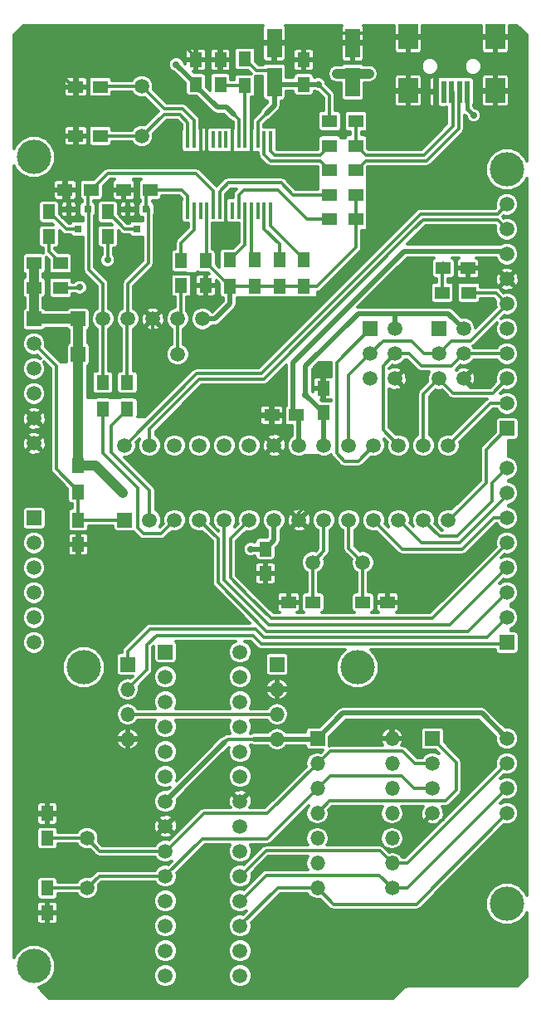
<source format=gbr>
G04 #@! TF.FileFunction,Copper,L1,Top,Signal*
%FSLAX46Y46*%
G04 Gerber Fmt 4.6, Leading zero omitted, Abs format (unit mm)*
G04 Created by KiCad (PCBNEW 4.0.2-stable) date 23.05.2016 12:24:01*
%MOMM*%
G01*
G04 APERTURE LIST*
%ADD10C,0.100000*%
%ADD11C,3.500000*%
%ADD12R,1.500000X1.300000*%
%ADD13C,1.500000*%
%ADD14R,1.500000X1.250000*%
%ADD15R,1.250000X1.500000*%
%ADD16R,1.500000X3.000000*%
%ADD17R,1.500000X1.500000*%
%ADD18R,0.450000X1.750000*%
%ADD19R,1.300000X1.500000*%
%ADD20R,0.800000X0.800000*%
%ADD21R,0.500000X2.300000*%
%ADD22R,2.000000X2.500000*%
%ADD23O,1.500000X1.500000*%
%ADD24C,0.700000*%
%ADD25C,0.300000*%
%ADD26C,0.500000*%
%ADD27C,1.000000*%
%ADD28C,0.400000*%
G04 APERTURE END LIST*
D10*
D11*
X109260000Y-158370000D03*
X61000000Y-164720000D03*
D12*
X66850000Y-85500000D03*
X64150000Y-85500000D03*
X72850000Y-85500000D03*
X70150000Y-85500000D03*
D13*
X72000000Y-80040000D03*
X72000000Y-74960000D03*
X89460000Y-123500000D03*
X94540000Y-123500000D03*
X66400000Y-151660000D03*
X66400000Y-156740000D03*
D14*
X87750000Y-108500000D03*
X85250000Y-108500000D03*
D15*
X84600000Y-122150000D03*
X84600000Y-124650000D03*
X78500000Y-95250000D03*
X78500000Y-92750000D03*
X90500000Y-108250000D03*
X90500000Y-105750000D03*
X76000000Y-92750000D03*
X76000000Y-95250000D03*
X88500000Y-74750000D03*
X88500000Y-72250000D03*
X65500000Y-119200000D03*
X65500000Y-121700000D03*
X77500000Y-74750000D03*
X77500000Y-72250000D03*
D16*
X85500000Y-70501020D03*
X85500000Y-74498980D03*
X93500000Y-70501020D03*
X93500000Y-74498980D03*
D15*
X80000000Y-74750000D03*
X80000000Y-72250000D03*
D14*
X65250000Y-80000000D03*
X67750000Y-80000000D03*
X65250000Y-75000000D03*
X67750000Y-75000000D03*
X86950000Y-127600000D03*
X89450000Y-127600000D03*
X97050000Y-127600000D03*
X94550000Y-127600000D03*
D15*
X62350000Y-149150000D03*
X62350000Y-151650000D03*
X62350000Y-159250000D03*
X62350000Y-156750000D03*
D17*
X70250000Y-119200000D03*
D13*
X72790000Y-119200000D03*
X75330000Y-119200000D03*
X77870000Y-119200000D03*
X80410000Y-119200000D03*
X82950000Y-119200000D03*
X85490000Y-119200000D03*
X88030000Y-119200000D03*
X90570000Y-119200000D03*
X93110000Y-119200000D03*
X95650000Y-119200000D03*
X98190000Y-119200000D03*
X100730000Y-119200000D03*
X103270000Y-119200000D03*
X103270000Y-111580000D03*
X100730000Y-111580000D03*
X98190000Y-111580000D03*
X95650000Y-111580000D03*
X93110000Y-111580000D03*
X90570000Y-111580000D03*
X88030000Y-111580000D03*
X85490000Y-111580000D03*
X82950000Y-111580000D03*
X80410000Y-111580000D03*
X77870000Y-111580000D03*
X75330000Y-111580000D03*
X72790000Y-111580000D03*
X70250000Y-111580000D03*
D18*
X76675000Y-87600000D03*
X77325000Y-87600000D03*
X77975000Y-87600000D03*
X78625000Y-87600000D03*
X79275000Y-87600000D03*
X79925000Y-87600000D03*
X80575000Y-87600000D03*
X81225000Y-87600000D03*
X81875000Y-87600000D03*
X82525000Y-87600000D03*
X83175000Y-87600000D03*
X83825000Y-87600000D03*
X84475000Y-87600000D03*
X85125000Y-87600000D03*
X85125000Y-80400000D03*
X84475000Y-80400000D03*
X83825000Y-80400000D03*
X83175000Y-80400000D03*
X82525000Y-80400000D03*
X81875000Y-80400000D03*
X81225000Y-80400000D03*
X80575000Y-80400000D03*
X79925000Y-80400000D03*
X79275000Y-80400000D03*
X78625000Y-80400000D03*
X77975000Y-80400000D03*
X77325000Y-80400000D03*
X76675000Y-80400000D03*
D15*
X68500000Y-87750000D03*
X68500000Y-90250000D03*
X62500000Y-87750000D03*
X62500000Y-90250000D03*
D14*
X105250000Y-93500000D03*
X102750000Y-93500000D03*
D12*
X93850000Y-86000000D03*
X91150000Y-86000000D03*
X93850000Y-88500000D03*
X91150000Y-88500000D03*
D19*
X81000000Y-95350000D03*
X81000000Y-92650000D03*
X83500000Y-95350000D03*
X83500000Y-92650000D03*
X86000000Y-95350000D03*
X86000000Y-92650000D03*
X88500000Y-95350000D03*
X88500000Y-92650000D03*
D12*
X61000000Y-95500000D03*
X63700000Y-95500000D03*
X61000000Y-93000000D03*
X63700000Y-93000000D03*
X91150000Y-83500000D03*
X93850000Y-83500000D03*
X91150000Y-81000000D03*
X93850000Y-81000000D03*
D19*
X65500000Y-113650000D03*
X65500000Y-116350000D03*
D12*
X93850000Y-78500000D03*
X91150000Y-78500000D03*
X105350000Y-96000000D03*
X102650000Y-96000000D03*
D19*
X82500000Y-74850000D03*
X82500000Y-72150000D03*
X70500000Y-107850000D03*
X70500000Y-105150000D03*
X68000000Y-107850000D03*
X68000000Y-105150000D03*
D13*
X75660520Y-102297460D03*
D17*
X65500520Y-102297460D03*
D20*
X72450000Y-87500000D03*
X70550000Y-87500000D03*
X71500000Y-89500000D03*
X66450000Y-87500000D03*
X64550000Y-87500000D03*
X65500000Y-89500000D03*
D17*
X95300000Y-99700000D03*
D13*
X97840000Y-99700000D03*
X95300000Y-102240000D03*
X97840000Y-102240000D03*
X95300000Y-104780000D03*
X97840000Y-104780000D03*
D17*
X102300000Y-99700000D03*
D13*
X104840000Y-99700000D03*
X102300000Y-102240000D03*
X104840000Y-102240000D03*
X102300000Y-104780000D03*
X104840000Y-104780000D03*
D17*
X65500000Y-98680000D03*
D13*
X68040000Y-98680000D03*
X70580000Y-98680000D03*
X73120000Y-98680000D03*
X75660000Y-98680000D03*
X78200000Y-98680000D03*
D17*
X61000000Y-98680000D03*
D13*
X61000000Y-101220000D03*
X61000000Y-103760000D03*
X61000000Y-106300000D03*
X61000000Y-108840000D03*
X61000000Y-111380000D03*
D17*
X61000000Y-119000000D03*
D13*
X61000000Y-121540000D03*
X61000000Y-124080000D03*
X61000000Y-126620000D03*
X61000000Y-129160000D03*
X61000000Y-131700000D03*
D17*
X109260000Y-131700000D03*
D13*
X109260000Y-129160000D03*
X109260000Y-126620000D03*
X109260000Y-124080000D03*
X109260000Y-121540000D03*
X109260000Y-119000000D03*
X109260000Y-116460000D03*
X109260000Y-113920000D03*
D21*
X105200000Y-75500000D03*
X104400000Y-75500000D03*
X103600000Y-75500000D03*
X102800000Y-75500000D03*
X102000000Y-75500000D03*
D22*
X108050000Y-75400000D03*
X108050000Y-69900000D03*
X99150000Y-75400000D03*
X99150000Y-69900000D03*
D17*
X109260000Y-109856000D03*
D13*
X109260000Y-107316000D03*
X109260000Y-104776000D03*
X109260000Y-102236000D03*
X109260000Y-99696000D03*
X109260000Y-97156000D03*
X109260000Y-94616000D03*
X109260000Y-92076000D03*
X109260000Y-89536000D03*
X109260000Y-86996000D03*
D17*
X74400000Y-132650000D03*
D13*
X74400000Y-135190000D03*
X74400000Y-137730000D03*
X74400000Y-140270000D03*
X74400000Y-142810000D03*
X74400000Y-145350000D03*
X74400000Y-147890000D03*
X74400000Y-150430000D03*
X74400000Y-152970000D03*
X74400000Y-155510000D03*
X74400000Y-158050000D03*
X74400000Y-160590000D03*
X74400000Y-163130000D03*
X74400000Y-165670000D03*
X82020000Y-165670000D03*
X82020000Y-163130000D03*
X82020000Y-160590000D03*
X82020000Y-158050000D03*
X82020000Y-155510000D03*
X82020000Y-152970000D03*
X82020000Y-150430000D03*
X82020000Y-147890000D03*
X82020000Y-145350000D03*
X82020000Y-142810000D03*
X82020000Y-140270000D03*
X82020000Y-137730000D03*
X82020000Y-135190000D03*
X82020000Y-132650000D03*
D17*
X101640000Y-141500000D03*
D13*
X101640000Y-144040000D03*
X109260000Y-141500000D03*
X101640000Y-146580000D03*
X101640000Y-149120000D03*
X109260000Y-149120000D03*
X109260000Y-146580000D03*
X109260000Y-144040000D03*
D17*
X89900000Y-141500000D03*
D23*
X89900000Y-144040000D03*
D13*
X97520000Y-156740000D03*
D23*
X89900000Y-146580000D03*
X89900000Y-149120000D03*
X89900000Y-151660000D03*
X89900000Y-154200000D03*
X89900000Y-156740000D03*
X97520000Y-154200000D03*
X97520000Y-151660000D03*
X97520000Y-149120000D03*
X97520000Y-146580000D03*
X97520000Y-144040000D03*
X97520000Y-141500000D03*
D17*
X70550000Y-133920000D03*
D23*
X70550000Y-136460000D03*
X70550000Y-139000000D03*
X70550000Y-141540000D03*
D17*
X85790000Y-133920000D03*
D23*
X85790000Y-136460000D03*
X85790000Y-139000000D03*
X85790000Y-141540000D03*
D11*
X61000000Y-82170000D03*
X109260000Y-83440000D03*
X66080000Y-134240000D03*
X94020000Y-134240000D03*
D24*
X106100000Y-98000000D03*
X100800000Y-90300000D03*
X107000000Y-90300000D03*
X79800000Y-91000000D03*
X67000000Y-141600000D03*
X60500000Y-141600000D03*
X60500000Y-135300000D03*
X66900000Y-128700000D03*
X60200000Y-69900000D03*
X62500000Y-97100000D03*
X64600000Y-91100000D03*
X74300000Y-87500000D03*
X73500000Y-95100000D03*
X74200000Y-91000000D03*
X70400000Y-91100000D03*
X69200000Y-95700000D03*
X74900000Y-79500000D03*
X96200000Y-90400000D03*
X93500000Y-93400000D03*
X89600000Y-97300000D03*
X85900000Y-98300000D03*
X81900000Y-98400000D03*
X77400000Y-100600000D03*
X86000000Y-100600000D03*
X110400000Y-69900000D03*
X110400000Y-73000000D03*
X110400000Y-75400000D03*
X110400000Y-78500000D03*
X107700000Y-79600000D03*
X106500000Y-83500000D03*
X104900000Y-80600000D03*
X102000000Y-83600000D03*
X96200000Y-83900000D03*
X96200000Y-86700000D03*
X102000000Y-86600000D03*
X106600000Y-86400000D03*
X96400000Y-80800000D03*
X100200000Y-80800000D03*
X102600000Y-78500000D03*
X99100000Y-77700000D03*
X87200000Y-76900000D03*
X87200000Y-80800000D03*
X89400000Y-80800000D03*
X89400000Y-76800000D03*
X92400000Y-76900000D03*
X96400000Y-77000000D03*
X62000000Y-154000000D03*
X62500000Y-146500000D03*
X64500000Y-149500000D03*
X71000000Y-149500000D03*
X71000000Y-154000000D03*
X64500000Y-154000000D03*
X64500000Y-159000000D03*
X71000000Y-159000000D03*
X82500000Y-124500000D03*
X81000000Y-129000000D03*
X74000000Y-129000000D03*
X74000000Y-126500000D03*
X77000000Y-124000000D03*
X95000000Y-121000000D03*
X98000000Y-123000000D03*
X100500000Y-124500000D03*
X102500000Y-126500000D03*
X99000000Y-127500000D03*
X96000000Y-125500000D03*
X92000000Y-125500000D03*
X92000000Y-128000000D03*
X86500000Y-124500000D03*
X86500000Y-122000000D03*
X89000000Y-121000000D03*
X92000000Y-121000000D03*
X90000000Y-116500000D03*
X93500000Y-116500000D03*
X103500000Y-108500000D03*
X99000000Y-108500000D03*
X100000000Y-93500000D03*
X97000000Y-96500000D03*
X82500000Y-108500000D03*
X79500000Y-106000000D03*
X86000000Y-106000000D03*
X73000000Y-104000000D03*
X75000000Y-69500000D03*
X80000000Y-69500000D03*
X83500000Y-69500000D03*
X88500000Y-69500000D03*
X96500000Y-69500000D03*
X79500000Y-84000000D03*
X83500000Y-83500000D03*
X87000000Y-84000000D03*
X89500000Y-84000000D03*
X66000000Y-82500000D03*
X72000000Y-82500000D03*
X76500000Y-82500000D03*
X63000000Y-73000000D03*
X63000000Y-77500000D03*
X67500000Y-77500000D03*
X72000000Y-77500000D03*
X65000000Y-71000000D03*
X70500000Y-71000000D03*
X75000000Y-75500000D03*
X78500000Y-77500000D03*
X83700000Y-77550000D03*
X81000000Y-85900000D03*
X80600000Y-89750000D03*
X90500000Y-103700000D03*
X68600000Y-85500000D03*
X88700000Y-106400000D03*
X83100000Y-122150000D03*
X70050000Y-116450000D03*
X91900000Y-73650000D03*
X75500000Y-72700000D03*
X95150000Y-73650000D03*
X105850000Y-77900000D03*
X90000000Y-74750000D03*
X68500000Y-92650000D03*
X65650000Y-95450000D03*
D25*
X72000000Y-80040000D02*
X67790000Y-80040000D01*
X67790000Y-80040000D02*
X67750000Y-80000000D01*
X75050000Y-77800000D02*
X75850000Y-77800000D01*
X74250000Y-77800000D02*
X75050000Y-77800000D01*
X72010000Y-80040000D02*
X74250000Y-77800000D01*
X76675000Y-78625000D02*
X76675000Y-80400000D01*
X75850000Y-77800000D02*
X76675000Y-78625000D01*
X72000000Y-80040000D02*
X72010000Y-80040000D01*
X72000000Y-74960000D02*
X67790000Y-74960000D01*
X67790000Y-74960000D02*
X67750000Y-75000000D01*
X75100002Y-77199998D02*
X76098528Y-77199998D01*
X74249998Y-77199998D02*
X75100002Y-77199998D01*
X72010000Y-74960000D02*
X74249998Y-77199998D01*
X77325000Y-78426470D02*
X77325000Y-80400000D01*
X76098528Y-77199998D02*
X77325000Y-78426470D01*
X72000000Y-74960000D02*
X72010000Y-74960000D01*
X89450000Y-127600000D02*
X89450000Y-123510000D01*
X89450000Y-123510000D02*
X89460000Y-123500000D01*
X90570000Y-119200000D02*
X90570000Y-122390000D01*
X90570000Y-122390000D02*
X89460000Y-123500000D01*
X94540000Y-123500000D02*
X94540000Y-127590000D01*
X94540000Y-127590000D02*
X94550000Y-127600000D01*
X93110000Y-119200000D02*
X93110000Y-122070000D01*
X93110000Y-122070000D02*
X94540000Y-123500000D01*
X74400000Y-152970000D02*
X74480000Y-152970000D01*
X74480000Y-152970000D02*
X78300000Y-149150000D01*
X84790000Y-149150000D02*
X89900000Y-144040000D01*
X78300000Y-149150000D02*
X84790000Y-149150000D01*
X66400000Y-151660000D02*
X62360000Y-151660000D01*
X62360000Y-151660000D02*
X62350000Y-151650000D01*
X74400000Y-152970000D02*
X67710000Y-152970000D01*
X67710000Y-152970000D02*
X66400000Y-151660000D01*
X89900000Y-144040000D02*
X89960000Y-144040000D01*
X89960000Y-144040000D02*
X91200000Y-142800000D01*
X91200000Y-142800000D02*
X98600000Y-142800000D01*
X98600000Y-142800000D02*
X99840000Y-144040000D01*
X99840000Y-144040000D02*
X101640000Y-144040000D01*
X74400000Y-155510000D02*
X74400000Y-155500000D01*
X74400000Y-155500000D02*
X78200000Y-151700000D01*
X84780000Y-151700000D02*
X89900000Y-146580000D01*
X78200000Y-151700000D02*
X84780000Y-151700000D01*
X66400000Y-156740000D02*
X62360000Y-156740000D01*
X62360000Y-156740000D02*
X62350000Y-156750000D01*
X74400000Y-155510000D02*
X67630000Y-155510000D01*
X67630000Y-155510000D02*
X66400000Y-156740000D01*
X89900000Y-146580000D02*
X89920000Y-146580000D01*
X89920000Y-146580000D02*
X91200000Y-145300000D01*
X91200000Y-145300000D02*
X98450000Y-145300000D01*
X98450000Y-145300000D02*
X99730000Y-146580000D01*
X99730000Y-146580000D02*
X101640000Y-146580000D01*
D26*
X87400000Y-108150000D02*
X87400000Y-103100000D01*
X98750000Y-91750000D02*
X108934000Y-91750000D01*
X87400000Y-103100000D02*
X98750000Y-91750000D01*
X108934000Y-91750000D02*
X109260000Y-92076000D01*
X88030000Y-111580000D02*
X88030000Y-108780000D01*
X88030000Y-108780000D02*
X87400000Y-108150000D01*
D25*
X100800000Y-90300000D02*
X107000000Y-90300000D01*
X80575000Y-89700000D02*
X80575000Y-90225000D01*
X80575000Y-90225000D02*
X79800000Y-91000000D01*
X70550000Y-141540000D02*
X67060000Y-141540000D01*
X67060000Y-141540000D02*
X67000000Y-141600000D01*
X60500000Y-141600000D02*
X60500000Y-135300000D01*
X63000000Y-73000000D02*
X63000000Y-72700000D01*
X63000000Y-72700000D02*
X60200000Y-69900000D01*
X73500000Y-95100000D02*
X74200000Y-94400000D01*
X74200000Y-94400000D02*
X74200000Y-91000000D01*
X70400000Y-91100000D02*
X70300000Y-91200000D01*
X70300000Y-91200000D02*
X70300000Y-93000000D01*
X70300000Y-93000000D02*
X69200000Y-94100000D01*
X69200000Y-94100000D02*
X69200000Y-95700000D01*
X72000000Y-82500000D02*
X72000000Y-82400000D01*
X72000000Y-82400000D02*
X74900000Y-79500000D01*
X96200000Y-86700000D02*
X96200000Y-90400000D01*
X93500000Y-93400000D02*
X89600000Y-97300000D01*
X85900000Y-98300000D02*
X85800000Y-98400000D01*
X85800000Y-98400000D02*
X81900000Y-98400000D01*
X77400000Y-100600000D02*
X86000000Y-100600000D01*
X108050000Y-69900000D02*
X110400000Y-69900000D01*
X110400000Y-73000000D02*
X110400000Y-75400000D01*
X110400000Y-78500000D02*
X109300000Y-79600000D01*
X109300000Y-79600000D02*
X107700000Y-79600000D01*
X106500000Y-83500000D02*
X104700000Y-84700000D01*
X104700000Y-84700000D02*
X104900000Y-84500000D01*
X104900000Y-84500000D02*
X104900000Y-80600000D01*
X102000000Y-83600000D02*
X101700000Y-83900000D01*
X101700000Y-83900000D02*
X96200000Y-83900000D01*
X96200000Y-86700000D02*
X96300000Y-86600000D01*
X96300000Y-86600000D02*
X102000000Y-86600000D01*
X96400000Y-80800000D02*
X100200000Y-80800000D01*
X102600000Y-78500000D02*
X102500000Y-78400000D01*
X102500000Y-78400000D02*
X99800000Y-78400000D01*
X99800000Y-78400000D02*
X99100000Y-77700000D01*
X87200000Y-76900000D02*
X87200000Y-80800000D01*
X89400000Y-80800000D02*
X89400000Y-76800000D01*
X92400000Y-76900000D02*
X92500000Y-77000000D01*
X92500000Y-77000000D02*
X96400000Y-77000000D01*
X62350000Y-149150000D02*
X62350000Y-146650000D01*
X62350000Y-146650000D02*
X62500000Y-146500000D01*
X64500000Y-149500000D02*
X71000000Y-149500000D01*
X71000000Y-154000000D02*
X64500000Y-154000000D01*
X64500000Y-159000000D02*
X71000000Y-159000000D01*
X84600000Y-124650000D02*
X82650000Y-124650000D01*
X82650000Y-124650000D02*
X82500000Y-124500000D01*
X81000000Y-129000000D02*
X74000000Y-129000000D01*
X74000000Y-126500000D02*
X76500000Y-124000000D01*
X76500000Y-124000000D02*
X77000000Y-124000000D01*
X95000000Y-121000000D02*
X97000000Y-123000000D01*
X97000000Y-123000000D02*
X98000000Y-123000000D01*
X100500000Y-124500000D02*
X102500000Y-126500000D01*
X99000000Y-127500000D02*
X99000000Y-126000000D01*
X99000000Y-126000000D02*
X98500000Y-125500000D01*
X98500000Y-125500000D02*
X96000000Y-125500000D01*
X92000000Y-125500000D02*
X92000000Y-128000000D01*
X84600000Y-124650000D02*
X86350000Y-124650000D01*
X86350000Y-124650000D02*
X86500000Y-124500000D01*
X86500000Y-122000000D02*
X87500000Y-121000000D01*
X87500000Y-121000000D02*
X89000000Y-121000000D01*
X88030000Y-119200000D02*
X88030000Y-118470000D01*
X88030000Y-118470000D02*
X90000000Y-116500000D01*
X100000000Y-93500000D02*
X97000000Y-96500000D01*
X85250000Y-108500000D02*
X82500000Y-108500000D01*
X79500000Y-106000000D02*
X86000000Y-106000000D01*
X73120000Y-98680000D02*
X73120000Y-103880000D01*
X73120000Y-103880000D02*
X73000000Y-104000000D01*
X77500000Y-72250000D02*
X77500000Y-72000000D01*
X77500000Y-72000000D02*
X75000000Y-69500000D01*
X80000000Y-69500000D02*
X83500000Y-69500000D01*
X88500000Y-69500000D02*
X96500000Y-69500000D01*
X76500000Y-82500000D02*
X79500000Y-84000000D01*
X83500000Y-83500000D02*
X85000000Y-84000000D01*
X85000000Y-84000000D02*
X87000000Y-84000000D01*
X65250000Y-80000000D02*
X65250000Y-81750000D01*
X65250000Y-81750000D02*
X66000000Y-82500000D01*
X72000000Y-82500000D02*
X76500000Y-82500000D01*
X65250000Y-75000000D02*
X65000000Y-75000000D01*
X65000000Y-75000000D02*
X63000000Y-73000000D01*
X63000000Y-77500000D02*
X67500000Y-77500000D01*
X65250000Y-75000000D02*
X65250000Y-71250000D01*
X65250000Y-71250000D02*
X65000000Y-71000000D01*
X70500000Y-71000000D02*
X75000000Y-75500000D01*
X83175000Y-80400000D02*
X83175000Y-77275000D01*
X83175000Y-77275000D02*
X83700000Y-77550000D01*
X80575000Y-87600000D02*
X80575000Y-86225000D01*
X80575000Y-86225000D02*
X81000000Y-85900000D01*
X80575000Y-87600000D02*
X80575000Y-89700000D01*
X80575000Y-89700000D02*
X80575000Y-89725000D01*
X80575000Y-89725000D02*
X80600000Y-89750000D01*
X90500000Y-105750000D02*
X90500000Y-103700000D01*
X83175000Y-80400000D02*
X83175000Y-82175000D01*
X83175000Y-82175000D02*
X83200000Y-82200000D01*
X81225000Y-80400000D02*
X81225000Y-82025000D01*
X81225000Y-82025000D02*
X81250000Y-82050000D01*
X81225000Y-80400000D02*
X81225000Y-78875000D01*
X81225000Y-78875000D02*
X81200000Y-78850000D01*
X78625000Y-80400000D02*
X78625000Y-78825000D01*
X78625000Y-78825000D02*
X78600000Y-78800000D01*
X78625000Y-80400000D02*
X78625000Y-82125000D01*
X78625000Y-82125000D02*
X78600000Y-82150000D01*
X77975000Y-80400000D02*
X77975000Y-82175000D01*
X77975000Y-82175000D02*
X78000000Y-82200000D01*
X77975000Y-80400000D02*
X77975000Y-78925000D01*
X77975000Y-78925000D02*
X78000000Y-78900000D01*
X64550000Y-87500000D02*
X64550000Y-85900000D01*
X64550000Y-85900000D02*
X64150000Y-85500000D01*
X70150000Y-85500000D02*
X68600000Y-85500000D01*
D26*
X88700000Y-103700000D02*
X88700000Y-103500000D01*
X88700000Y-106400000D02*
X88700000Y-103700000D01*
X94250000Y-98150000D02*
X96490000Y-98150000D01*
X96490000Y-98150000D02*
X98200000Y-98150000D01*
X94050000Y-98150000D02*
X94250000Y-98150000D01*
X88700000Y-103500000D02*
X94050000Y-98150000D01*
X97840000Y-99700000D02*
X97850000Y-98150000D01*
X97850000Y-98150000D02*
X98200000Y-98150000D01*
X98200000Y-98150000D02*
X99690000Y-98150000D01*
X104800000Y-99700000D02*
X103250000Y-98150000D01*
X103250000Y-98150000D02*
X99690000Y-98150000D01*
X104840000Y-99700000D02*
X104800000Y-99700000D01*
X90500000Y-108200000D02*
X88700000Y-106400000D01*
X90500000Y-108250000D02*
X90500000Y-111510000D01*
X90500000Y-111510000D02*
X90570000Y-111580000D01*
X90500000Y-108250000D02*
X90500000Y-108200000D01*
X84600000Y-122150000D02*
X83100000Y-122150000D01*
X85490000Y-119200000D02*
X85490000Y-121260000D01*
X85490000Y-121260000D02*
X84600000Y-122150000D01*
D27*
X65500000Y-113650000D02*
X67250000Y-113650000D01*
X67250000Y-113650000D02*
X70050000Y-116450000D01*
X92298980Y-73648980D02*
X91900000Y-73650000D01*
X93600000Y-73648980D02*
X92298980Y-73648980D01*
D26*
X75500000Y-72700000D02*
X77500000Y-74700000D01*
X77500000Y-74750000D02*
X77500000Y-74700000D01*
D27*
X94501020Y-73648980D02*
X95150000Y-73650000D01*
X93400000Y-73648980D02*
X94501020Y-73648980D01*
D28*
X105200000Y-77250000D02*
X105850000Y-77900000D01*
X105200000Y-77250000D02*
X105200000Y-75500000D01*
D26*
X80650000Y-77100000D02*
X81350000Y-77800000D01*
D25*
X81875000Y-78325000D02*
X81350000Y-77800000D01*
D26*
X77500000Y-74750000D02*
X77500000Y-74900000D01*
X79700000Y-77100000D02*
X80650000Y-77100000D01*
X77500000Y-74900000D02*
X79700000Y-77100000D01*
D25*
X81875000Y-80400000D02*
X81875000Y-78325000D01*
D27*
X65500520Y-102297460D02*
X65500520Y-113649480D01*
X65500520Y-113649480D02*
X65500000Y-113650000D01*
D25*
X80850000Y-141540000D02*
X80760000Y-141540000D01*
X80450000Y-141900000D02*
X80450000Y-141840000D01*
X80450000Y-141850000D02*
X80450000Y-141900000D01*
X80760000Y-141540000D02*
X80450000Y-141850000D01*
D26*
X85790000Y-141540000D02*
X83410000Y-141540000D01*
X83400000Y-141550000D02*
X83400000Y-141540000D01*
X83410000Y-141540000D02*
X83400000Y-141550000D01*
D25*
X83400000Y-141540000D02*
X80850000Y-141540000D01*
D26*
X80450000Y-141840000D02*
X74400000Y-147890000D01*
X85790000Y-141540000D02*
X89860000Y-141540000D01*
X89860000Y-141540000D02*
X92500000Y-138900000D01*
X92500000Y-138900000D02*
X106660000Y-138900000D01*
X106660000Y-138900000D02*
X109260000Y-141500000D01*
D27*
X65500520Y-101997460D02*
X65500520Y-98680520D01*
X65500520Y-98680520D02*
X65500000Y-98680000D01*
X61000000Y-98680000D02*
X65500000Y-98680000D01*
X61000000Y-98680000D02*
X61000000Y-95500000D01*
X61000000Y-95500000D02*
X61000000Y-93000000D01*
D25*
X88500000Y-95350000D02*
X89850000Y-95350000D01*
X93850000Y-91350000D02*
X93850000Y-88500000D01*
X89850000Y-95350000D02*
X93850000Y-91350000D01*
X93850000Y-88500000D02*
X93850000Y-86000000D01*
D26*
X79470000Y-98680000D02*
X78200000Y-98680000D01*
X81000000Y-97150000D02*
X79470000Y-98680000D01*
X81000000Y-95350000D02*
X81000000Y-97150000D01*
D25*
X81000000Y-95350000D02*
X81000000Y-95880000D01*
X91150000Y-75900000D02*
X90000000Y-74750000D01*
X91150000Y-78500000D02*
X91150000Y-75900000D01*
D26*
X90000000Y-74750000D02*
X88500000Y-74750000D01*
D25*
X85500000Y-74498980D02*
X85500000Y-73750000D01*
X85500000Y-73750000D02*
X85100000Y-73350000D01*
X85100000Y-73350000D02*
X83700000Y-73350000D01*
X83700000Y-73350000D02*
X82500000Y-72150000D01*
D26*
X88500000Y-74750000D02*
X85751020Y-74750000D01*
X85751020Y-74750000D02*
X85500000Y-74498980D01*
X85500000Y-74498980D02*
X85500000Y-76900000D01*
X85500000Y-76900000D02*
X84650000Y-77750000D01*
D25*
X83825000Y-80400000D02*
X83825000Y-78575000D01*
X83825000Y-78575000D02*
X84650000Y-77750000D01*
X84650000Y-77750000D02*
X85500000Y-76900000D01*
X81000000Y-95350000D02*
X83500000Y-95350000D01*
X83500000Y-95350000D02*
X86000000Y-95350000D01*
X86000000Y-95350000D02*
X88500000Y-95350000D01*
X78500000Y-92750000D02*
X78500000Y-92850000D01*
X78500000Y-92850000D02*
X81000000Y-95350000D01*
X78625000Y-87600000D02*
X78625000Y-92625000D01*
X78625000Y-92625000D02*
X78500000Y-92750000D01*
X77325000Y-87600000D02*
X77325000Y-89625000D01*
X76000000Y-90950000D02*
X76000000Y-92750000D01*
X77325000Y-89625000D02*
X76000000Y-90950000D01*
X65500000Y-119200000D02*
X70250000Y-119200000D01*
X65500000Y-119200000D02*
X65500000Y-116350000D01*
X65500000Y-116350000D02*
X65500000Y-116250000D01*
X65500000Y-116250000D02*
X63250000Y-114000000D01*
X63250000Y-114000000D02*
X63250000Y-103470000D01*
X63250000Y-103470000D02*
X61000000Y-101220000D01*
X70550000Y-139000000D02*
X85790000Y-139000000D01*
X76000000Y-95250000D02*
X76000000Y-98340000D01*
X76000000Y-98340000D02*
X75660520Y-98679480D01*
X75660520Y-98679480D02*
X75660520Y-101997460D01*
X82500000Y-74850000D02*
X80100000Y-74850000D01*
X80100000Y-74850000D02*
X80000000Y-74750000D01*
X82525000Y-80400000D02*
X82525000Y-74875000D01*
X82525000Y-74875000D02*
X82500000Y-74850000D01*
X109110000Y-131850000D02*
X95600000Y-131850000D01*
X95600000Y-131850000D02*
X91550000Y-131850000D01*
X72500000Y-134500000D02*
X70550000Y-136450000D01*
X72500000Y-134500000D02*
X72500000Y-131950000D01*
X72500000Y-131950000D02*
X73500000Y-130950000D01*
X73500000Y-130950000D02*
X83300000Y-130950000D01*
X83300000Y-130950000D02*
X84200000Y-131850000D01*
X84200000Y-131850000D02*
X91550000Y-131850000D01*
X109110000Y-131850000D02*
X109260000Y-131700000D01*
X70500000Y-107850000D02*
X70500000Y-107950000D01*
X70500000Y-107950000D02*
X68850000Y-109600000D01*
X68850000Y-109600000D02*
X68850000Y-112250000D01*
X68850000Y-112250000D02*
X72790000Y-116190000D01*
X72790000Y-116190000D02*
X72790000Y-119200000D01*
X74170000Y-130300000D02*
X72850000Y-130300000D01*
X109240000Y-129160000D02*
X107200000Y-131200000D01*
X107200000Y-131200000D02*
X84450000Y-131200000D01*
X84450000Y-131200000D02*
X83550000Y-130300000D01*
X83550000Y-130300000D02*
X74170000Y-130300000D01*
X70550000Y-132600000D02*
X70550000Y-133920000D01*
X72850000Y-130300000D02*
X70550000Y-132600000D01*
X109260000Y-129160000D02*
X109240000Y-129160000D01*
X68000000Y-107850000D02*
X68000000Y-112400000D01*
X73930000Y-120600000D02*
X75330000Y-119200000D01*
X72150000Y-120600000D02*
X73930000Y-120600000D01*
X71550000Y-120000000D02*
X72150000Y-120600000D01*
X71550000Y-115950000D02*
X71550000Y-120000000D01*
X68000000Y-112400000D02*
X71550000Y-115950000D01*
X77870000Y-119200000D02*
X77870000Y-119220000D01*
X77870000Y-119220000D02*
X79750000Y-121100000D01*
X79750000Y-121100000D02*
X79750000Y-125600000D01*
X84700000Y-130550000D02*
X105300000Y-130550000D01*
X109230000Y-126620000D02*
X109260000Y-126620000D01*
X105300000Y-130550000D02*
X109230000Y-126620000D01*
X79750000Y-125600000D02*
X84700000Y-130550000D01*
X84950000Y-129900000D02*
X103400000Y-129900000D01*
X109220000Y-124080000D02*
X109260000Y-124080000D01*
X103400000Y-129900000D02*
X109220000Y-124080000D01*
X80410000Y-125360000D02*
X84950000Y-129900000D01*
X80410000Y-119200000D02*
X80410000Y-125360000D01*
X82950000Y-119200000D02*
X81850000Y-120300000D01*
X82950000Y-127000000D02*
X85200000Y-129250000D01*
X101600000Y-129250000D02*
X109310000Y-121540000D01*
X85200000Y-129250000D02*
X101600000Y-129250000D01*
X81050000Y-125100000D02*
X82950000Y-127000000D01*
X81050000Y-121100000D02*
X81050000Y-125100000D01*
X81850000Y-120300000D02*
X81050000Y-121100000D01*
X109310000Y-121540000D02*
X109260000Y-121540000D01*
X109260000Y-119000000D02*
X107850000Y-119000000D01*
X98600000Y-122150000D02*
X95650000Y-119200000D01*
X104700000Y-122150000D02*
X98600000Y-122150000D01*
X107850000Y-119000000D02*
X104700000Y-122150000D01*
X98190000Y-119200000D02*
X98200000Y-119200000D01*
X98200000Y-119200000D02*
X100500000Y-121500000D01*
X100500000Y-121500000D02*
X104450000Y-121500000D01*
X104450000Y-121500000D02*
X109260000Y-116690000D01*
X109260000Y-116690000D02*
X109260000Y-116460000D01*
X100730000Y-119200000D02*
X100730000Y-119230000D01*
X100730000Y-119230000D02*
X102350000Y-120850000D01*
X102350000Y-120850000D02*
X104150000Y-120850000D01*
X104150000Y-120850000D02*
X107750000Y-117250000D01*
X107750000Y-117250000D02*
X107750000Y-115430000D01*
X107750000Y-115430000D02*
X109260000Y-113920000D01*
X103270000Y-119200000D02*
X103300000Y-119200000D01*
X107100000Y-112016000D02*
X109260000Y-109856000D01*
X107100000Y-115400000D02*
X107100000Y-112016000D01*
X103300000Y-119200000D02*
X107100000Y-115400000D01*
X109260000Y-107316000D02*
X107534000Y-107316000D01*
X107534000Y-107316000D02*
X103270000Y-111580000D01*
X89900000Y-149120000D02*
X89900000Y-149100000D01*
X89900000Y-149100000D02*
X91150000Y-147850000D01*
X91150000Y-147850000D02*
X102950000Y-147850000D01*
X102950000Y-147850000D02*
X104050000Y-146750000D01*
X104050000Y-146750000D02*
X104050000Y-143910000D01*
X104050000Y-143910000D02*
X101640000Y-141500000D01*
X100730000Y-111580000D02*
X100730000Y-106350000D01*
X100730000Y-106350000D02*
X102300000Y-104780000D01*
X102300000Y-104780000D02*
X102300000Y-104800000D01*
X102300000Y-104800000D02*
X103750000Y-106250000D01*
X103750000Y-106250000D02*
X107786000Y-106250000D01*
X107786000Y-106250000D02*
X109260000Y-104776000D01*
X99980000Y-158400000D02*
X109260000Y-149120000D01*
X82020000Y-160590000D02*
X82020000Y-160580000D01*
X82020000Y-160580000D02*
X85860000Y-156740000D01*
X85860000Y-156740000D02*
X89900000Y-156740000D01*
X89900000Y-156740000D02*
X89900000Y-156750000D01*
X89900000Y-156750000D02*
X91550000Y-158400000D01*
X91550000Y-158400000D02*
X99980000Y-158400000D01*
X104840000Y-102240000D02*
X109256000Y-102240000D01*
X109256000Y-102240000D02*
X109260000Y-102236000D01*
X97840000Y-102240000D02*
X99290000Y-102240000D01*
X99290000Y-102240000D02*
X100550000Y-103500000D01*
X103580000Y-103500000D02*
X104840000Y-102240000D01*
X100550000Y-103500000D02*
X103580000Y-103500000D01*
X96600000Y-103480000D02*
X97840000Y-102240000D01*
X96600000Y-110000000D02*
X96600000Y-103480000D01*
X98190000Y-111590000D02*
X96600000Y-110000000D01*
X82020000Y-158050000D02*
X82050000Y-158050000D01*
X82050000Y-158050000D02*
X84650000Y-155450000D01*
X84650000Y-155450000D02*
X96230000Y-155450000D01*
X96230000Y-155450000D02*
X97520000Y-156740000D01*
X97520000Y-156740000D02*
X99100000Y-156740000D01*
X99100000Y-156740000D02*
X109260000Y-146580000D01*
X95650000Y-111600000D02*
X94050000Y-113200000D01*
X94050000Y-113200000D02*
X92650000Y-113200000D01*
X92650000Y-113200000D02*
X91850000Y-112400000D01*
X91850000Y-112400000D02*
X91850000Y-103150000D01*
X91850000Y-103150000D02*
X95300000Y-99700000D01*
X105350000Y-96000000D02*
X108104000Y-96000000D01*
X108104000Y-96000000D02*
X109260000Y-97156000D01*
X82020000Y-155510000D02*
X82090000Y-155510000D01*
X82090000Y-155510000D02*
X84650000Y-152950000D01*
X84650000Y-152950000D02*
X96270000Y-152950000D01*
X96270000Y-152950000D02*
X97520000Y-154200000D01*
X97520000Y-154200000D02*
X99100000Y-154200000D01*
X99100000Y-154200000D02*
X109260000Y-144040000D01*
X102300000Y-102240000D02*
X100790000Y-102240000D01*
X100790000Y-102240000D02*
X99500000Y-100950000D01*
X109260000Y-97156000D02*
X109260000Y-97190000D01*
X109260000Y-97190000D02*
X105500000Y-100950000D01*
X105500000Y-100950000D02*
X103590000Y-100950000D01*
X103590000Y-100950000D02*
X102300000Y-102240000D01*
X95300000Y-102240000D02*
X95310000Y-102240000D01*
X95310000Y-102240000D02*
X96600000Y-100950000D01*
X96600000Y-100950000D02*
X99500000Y-100950000D01*
X93110000Y-111580000D02*
X93110000Y-104430000D01*
X93110000Y-104430000D02*
X95300000Y-102240000D01*
X72790000Y-111580000D02*
X72790000Y-109908530D01*
X84400000Y-104850000D02*
X99714000Y-89536000D01*
X84400000Y-104850000D02*
X79520000Y-104850000D01*
X77848530Y-104850000D02*
X79520000Y-104850000D01*
X72790000Y-109908530D02*
X77848530Y-104850000D01*
X99714000Y-89536000D02*
X99714000Y-89536000D01*
X99714000Y-89536000D02*
X100699998Y-88550002D01*
X100699998Y-88550002D02*
X108274002Y-88550002D01*
X108274002Y-88550002D02*
X109260000Y-89536000D01*
X70250000Y-111580000D02*
X70270000Y-111580000D01*
X70270000Y-111580000D02*
X77600002Y-104249998D01*
X108306000Y-87950000D02*
X109260000Y-86996000D01*
X100451470Y-87950000D02*
X108306000Y-87950000D01*
X84151472Y-104249998D02*
X100451470Y-87950000D01*
X77600002Y-104249998D02*
X84151472Y-104249998D01*
X70500000Y-105150000D02*
X70500000Y-98760000D01*
X70500000Y-98760000D02*
X70580000Y-98680000D01*
X70580000Y-98680000D02*
X70580000Y-95080000D01*
X72650000Y-93010000D02*
X70580000Y-95080000D01*
X72650000Y-88600000D02*
X72650000Y-87450000D01*
X72650000Y-88600000D02*
X72650000Y-93010000D01*
X70580000Y-105070000D02*
X70500000Y-105150000D01*
X72450000Y-87500000D02*
X72450000Y-85900000D01*
X72450000Y-85900000D02*
X72850000Y-85500000D01*
X76675000Y-87600000D02*
X76675000Y-86125000D01*
X76050000Y-85500000D02*
X72850000Y-85500000D01*
X76675000Y-86125000D02*
X76050000Y-85500000D01*
X68000000Y-105150000D02*
X68000000Y-98720000D01*
X68000000Y-98720000D02*
X68040000Y-98680000D01*
X68040000Y-98680000D02*
X68040000Y-95080000D01*
X66600000Y-93640000D02*
X66600000Y-87650000D01*
X66600000Y-93640000D02*
X68040000Y-95080000D01*
X68040000Y-105110000D02*
X68000000Y-105150000D01*
X66450000Y-87500000D02*
X66600000Y-87650000D01*
X79275000Y-87600000D02*
X79275000Y-85625000D01*
X68500000Y-83850000D02*
X66450000Y-85900000D01*
X77500000Y-83850000D02*
X68500000Y-83850000D01*
X79275000Y-85625000D02*
X77500000Y-83850000D01*
X66450000Y-85900000D02*
X66450000Y-87500000D01*
X79925000Y-87600000D02*
X79925000Y-85675000D01*
X87400000Y-86000000D02*
X91150000Y-86000000D01*
X86200000Y-84800000D02*
X87400000Y-86000000D01*
X80800000Y-84800000D02*
X86200000Y-84800000D01*
X79925000Y-85675000D02*
X80800000Y-84800000D01*
X81875000Y-87600000D02*
X81875000Y-86025000D01*
X88850000Y-88500000D02*
X91150000Y-88500000D01*
X85850000Y-85500000D02*
X88850000Y-88500000D01*
X82400000Y-85500000D02*
X85850000Y-85500000D01*
X81875000Y-86025000D02*
X82400000Y-85500000D01*
X82525000Y-87600000D02*
X82525000Y-91075000D01*
X81000000Y-92600000D02*
X81000000Y-92650000D01*
X82525000Y-91075000D02*
X81000000Y-92600000D01*
X83175000Y-87600000D02*
X83175000Y-92325000D01*
X83175000Y-92325000D02*
X83500000Y-92650000D01*
X84475000Y-87600000D02*
X84475000Y-89525000D01*
X86000000Y-91050000D02*
X86000000Y-92650000D01*
X84475000Y-89525000D02*
X86000000Y-91050000D01*
X85125000Y-87600000D02*
X85125000Y-89175000D01*
X85125000Y-89175000D02*
X88500000Y-92550000D01*
X88500000Y-92550000D02*
X88500000Y-92650000D01*
X88050000Y-81950000D02*
X85500000Y-81950000D01*
X90149998Y-81950000D02*
X88050000Y-81950000D01*
X91099998Y-81000000D02*
X90149998Y-81950000D01*
X85125000Y-81575000D02*
X85125000Y-80400000D01*
X85500000Y-81950000D02*
X85125000Y-81575000D01*
X91150000Y-81000000D02*
X91099998Y-81000000D01*
X88050000Y-82550000D02*
X85150000Y-82550000D01*
X89900000Y-82550000D02*
X88050000Y-82550000D01*
X90150000Y-82550000D02*
X89900000Y-82550000D01*
X91100000Y-83500000D02*
X90150000Y-82550000D01*
X85150000Y-82550000D02*
X84475000Y-81875000D01*
X91150000Y-83500000D02*
X91100000Y-83500000D01*
X84475000Y-81875000D02*
X84475000Y-80400000D01*
X71500000Y-89500000D02*
X70250000Y-89500000D01*
X70250000Y-89500000D02*
X68500000Y-87750000D01*
X63700000Y-95500000D02*
X65600000Y-95500000D01*
X68500000Y-92650000D02*
X68500000Y-90250000D01*
X65600000Y-95500000D02*
X65650000Y-95450000D01*
X65500000Y-89500000D02*
X64250000Y-89500000D01*
X64250000Y-89500000D02*
X62500000Y-87750000D01*
X62500000Y-90250000D02*
X62500000Y-91800000D01*
X62500000Y-91800000D02*
X63700000Y-93000000D01*
X62500000Y-90350000D02*
X62500000Y-90250000D01*
X102650000Y-95500000D02*
X102650000Y-93100000D01*
X102650000Y-93100000D02*
X102750000Y-93000000D01*
X99998528Y-82550002D02*
X100999998Y-82550002D01*
X100999998Y-82550002D02*
X104300000Y-79250000D01*
X104300000Y-79250000D02*
X104300000Y-78398530D01*
X96500000Y-82550002D02*
X99998528Y-82550002D01*
X94850000Y-82550002D02*
X96500000Y-82550002D01*
X93900002Y-83500000D02*
X94850000Y-82550002D01*
X104300000Y-78398530D02*
X104300000Y-75500000D01*
X93850000Y-83500000D02*
X93900002Y-83500000D01*
X103700000Y-78150000D02*
X103700000Y-79000000D01*
X103700000Y-79000000D02*
X100750000Y-81950000D01*
X100750000Y-81950000D02*
X99750000Y-81950000D01*
X93850000Y-78500000D02*
X93850000Y-81000000D01*
X96500000Y-81950000D02*
X99750000Y-81950000D01*
X94850000Y-81950000D02*
X96500000Y-81950000D01*
X93900000Y-81000000D02*
X94850000Y-81950000D01*
X103700000Y-78150000D02*
X103700000Y-75500000D01*
X93850000Y-81000000D02*
X93900000Y-81000000D01*
G36*
X84368509Y-68746115D02*
X84300000Y-68911509D01*
X84300000Y-70288520D01*
X84412500Y-70401020D01*
X85400000Y-70401020D01*
X85400000Y-70381020D01*
X85600000Y-70381020D01*
X85600000Y-70401020D01*
X86587500Y-70401020D01*
X86700000Y-70288520D01*
X86700000Y-68911509D01*
X86631491Y-68746115D01*
X86610376Y-68725000D01*
X92389624Y-68725000D01*
X92368509Y-68746115D01*
X92300000Y-68911509D01*
X92300000Y-70288520D01*
X92412500Y-70401020D01*
X93400000Y-70401020D01*
X93400000Y-70381020D01*
X93600000Y-70381020D01*
X93600000Y-70401020D01*
X94587500Y-70401020D01*
X94700000Y-70288520D01*
X94700000Y-70112500D01*
X97700000Y-70112500D01*
X97700000Y-71239511D01*
X97768509Y-71404905D01*
X97895096Y-71531492D01*
X98060490Y-71600000D01*
X98937500Y-71600000D01*
X99050000Y-71487500D01*
X99050000Y-70000000D01*
X99250000Y-70000000D01*
X99250000Y-71487500D01*
X99362500Y-71600000D01*
X100239510Y-71600000D01*
X100404904Y-71531492D01*
X100531491Y-71404905D01*
X100600000Y-71239511D01*
X100600000Y-70112500D01*
X106600000Y-70112500D01*
X106600000Y-71239511D01*
X106668509Y-71404905D01*
X106795096Y-71531492D01*
X106960490Y-71600000D01*
X107837500Y-71600000D01*
X107950000Y-71487500D01*
X107950000Y-70000000D01*
X108150000Y-70000000D01*
X108150000Y-71487500D01*
X108262500Y-71600000D01*
X109139510Y-71600000D01*
X109304904Y-71531492D01*
X109431491Y-71404905D01*
X109500000Y-71239511D01*
X109500000Y-70112500D01*
X109387500Y-70000000D01*
X108150000Y-70000000D01*
X107950000Y-70000000D01*
X106712500Y-70000000D01*
X106600000Y-70112500D01*
X100600000Y-70112500D01*
X100487500Y-70000000D01*
X99250000Y-70000000D01*
X99050000Y-70000000D01*
X97812500Y-70000000D01*
X97700000Y-70112500D01*
X94700000Y-70112500D01*
X94700000Y-68911509D01*
X94631491Y-68746115D01*
X94610376Y-68725000D01*
X97700000Y-68725000D01*
X97700000Y-69687500D01*
X97812500Y-69800000D01*
X99050000Y-69800000D01*
X99050000Y-69780000D01*
X99250000Y-69780000D01*
X99250000Y-69800000D01*
X100487500Y-69800000D01*
X100600000Y-69687500D01*
X100600000Y-68725000D01*
X106600000Y-68725000D01*
X106600000Y-69687500D01*
X106712500Y-69800000D01*
X107950000Y-69800000D01*
X107950000Y-69780000D01*
X108150000Y-69780000D01*
X108150000Y-69800000D01*
X109387500Y-69800000D01*
X109500000Y-69687500D01*
X109500000Y-68725000D01*
X110282538Y-68725000D01*
X111275000Y-69717462D01*
X111275000Y-82555656D01*
X111126157Y-82195428D01*
X110507827Y-81576018D01*
X109699527Y-81240382D01*
X108824313Y-81239619D01*
X108015428Y-81573843D01*
X107396018Y-82192173D01*
X107060382Y-83000473D01*
X107059619Y-83875687D01*
X107393843Y-84684572D01*
X108012173Y-85303982D01*
X108820473Y-85639618D01*
X109695687Y-85640381D01*
X110504572Y-85306157D01*
X111123982Y-84687827D01*
X111275000Y-84324136D01*
X111275000Y-157485656D01*
X111126157Y-157125428D01*
X110507827Y-156506018D01*
X109699527Y-156170382D01*
X108824313Y-156169619D01*
X108015428Y-156503843D01*
X107396018Y-157122173D01*
X107060382Y-157930473D01*
X107059619Y-158805687D01*
X107393843Y-159614572D01*
X108012173Y-160233982D01*
X108820473Y-160569618D01*
X109695687Y-160570381D01*
X110504572Y-160236157D01*
X111123982Y-159617827D01*
X111275000Y-159254136D01*
X111275000Y-165782538D01*
X110332538Y-166725000D01*
X99150000Y-166725000D01*
X98949091Y-166764963D01*
X98778769Y-166878769D01*
X97682538Y-167975000D01*
X62517462Y-167975000D01*
X61454903Y-166912441D01*
X62244572Y-166586157D01*
X62863982Y-165967827D01*
X62888970Y-165907647D01*
X73199793Y-165907647D01*
X73382097Y-166348857D01*
X73719367Y-166686717D01*
X74160258Y-166869791D01*
X74637647Y-166870207D01*
X75078857Y-166687903D01*
X75416717Y-166350633D01*
X75599791Y-165909742D01*
X75599792Y-165907647D01*
X80819793Y-165907647D01*
X81002097Y-166348857D01*
X81339367Y-166686717D01*
X81780258Y-166869791D01*
X82257647Y-166870207D01*
X82698857Y-166687903D01*
X83036717Y-166350633D01*
X83219791Y-165909742D01*
X83220207Y-165432353D01*
X83037903Y-164991143D01*
X82700633Y-164653283D01*
X82259742Y-164470209D01*
X81782353Y-164469793D01*
X81341143Y-164652097D01*
X81003283Y-164989367D01*
X80820209Y-165430258D01*
X80819793Y-165907647D01*
X75599792Y-165907647D01*
X75600207Y-165432353D01*
X75417903Y-164991143D01*
X75080633Y-164653283D01*
X74639742Y-164470209D01*
X74162353Y-164469793D01*
X73721143Y-164652097D01*
X73383283Y-164989367D01*
X73200209Y-165430258D01*
X73199793Y-165907647D01*
X62888970Y-165907647D01*
X63199618Y-165159527D01*
X63200381Y-164284313D01*
X62866157Y-163475428D01*
X62758564Y-163367647D01*
X73199793Y-163367647D01*
X73382097Y-163808857D01*
X73719367Y-164146717D01*
X74160258Y-164329791D01*
X74637647Y-164330207D01*
X75078857Y-164147903D01*
X75416717Y-163810633D01*
X75599791Y-163369742D01*
X75599792Y-163367647D01*
X80819793Y-163367647D01*
X81002097Y-163808857D01*
X81339367Y-164146717D01*
X81780258Y-164329791D01*
X82257647Y-164330207D01*
X82698857Y-164147903D01*
X83036717Y-163810633D01*
X83219791Y-163369742D01*
X83220207Y-162892353D01*
X83037903Y-162451143D01*
X82700633Y-162113283D01*
X82259742Y-161930209D01*
X81782353Y-161929793D01*
X81341143Y-162112097D01*
X81003283Y-162449367D01*
X80820209Y-162890258D01*
X80819793Y-163367647D01*
X75599792Y-163367647D01*
X75600207Y-162892353D01*
X75417903Y-162451143D01*
X75080633Y-162113283D01*
X74639742Y-161930209D01*
X74162353Y-161929793D01*
X73721143Y-162112097D01*
X73383283Y-162449367D01*
X73200209Y-162890258D01*
X73199793Y-163367647D01*
X62758564Y-163367647D01*
X62247827Y-162856018D01*
X61439527Y-162520382D01*
X60564313Y-162519619D01*
X59755428Y-162853843D01*
X59136018Y-163472173D01*
X58975000Y-163859947D01*
X58975000Y-160827647D01*
X73199793Y-160827647D01*
X73382097Y-161268857D01*
X73719367Y-161606717D01*
X74160258Y-161789791D01*
X74637647Y-161790207D01*
X75078857Y-161607903D01*
X75416717Y-161270633D01*
X75599791Y-160829742D01*
X75600207Y-160352353D01*
X75417903Y-159911143D01*
X75080633Y-159573283D01*
X74639742Y-159390209D01*
X74162353Y-159389793D01*
X73721143Y-159572097D01*
X73383283Y-159909367D01*
X73200209Y-160350258D01*
X73199793Y-160827647D01*
X58975000Y-160827647D01*
X58975000Y-159462500D01*
X61275000Y-159462500D01*
X61275000Y-160089511D01*
X61343509Y-160254905D01*
X61470096Y-160381492D01*
X61635490Y-160450000D01*
X62137500Y-160450000D01*
X62250000Y-160337500D01*
X62250000Y-159350000D01*
X62450000Y-159350000D01*
X62450000Y-160337500D01*
X62562500Y-160450000D01*
X63064510Y-160450000D01*
X63229904Y-160381492D01*
X63356491Y-160254905D01*
X63425000Y-160089511D01*
X63425000Y-159462500D01*
X63312500Y-159350000D01*
X62450000Y-159350000D01*
X62250000Y-159350000D01*
X61387500Y-159350000D01*
X61275000Y-159462500D01*
X58975000Y-159462500D01*
X58975000Y-158410489D01*
X61275000Y-158410489D01*
X61275000Y-159037500D01*
X61387500Y-159150000D01*
X62250000Y-159150000D01*
X62250000Y-158162500D01*
X62450000Y-158162500D01*
X62450000Y-159150000D01*
X63312500Y-159150000D01*
X63425000Y-159037500D01*
X63425000Y-158410489D01*
X63374117Y-158287647D01*
X73199793Y-158287647D01*
X73382097Y-158728857D01*
X73719367Y-159066717D01*
X74160258Y-159249791D01*
X74637647Y-159250207D01*
X75078857Y-159067903D01*
X75416717Y-158730633D01*
X75599791Y-158289742D01*
X75600207Y-157812353D01*
X75417903Y-157371143D01*
X75080633Y-157033283D01*
X74639742Y-156850209D01*
X74162353Y-156849793D01*
X73721143Y-157032097D01*
X73383283Y-157369367D01*
X73200209Y-157810258D01*
X73199793Y-158287647D01*
X63374117Y-158287647D01*
X63356491Y-158245095D01*
X63229904Y-158118508D01*
X63064510Y-158050000D01*
X62562500Y-158050000D01*
X62450000Y-158162500D01*
X62250000Y-158162500D01*
X62137500Y-158050000D01*
X61635490Y-158050000D01*
X61470096Y-158118508D01*
X61343509Y-158245095D01*
X61275000Y-158410489D01*
X58975000Y-158410489D01*
X58975000Y-150900000D01*
X61266184Y-150900000D01*
X61266184Y-152400000D01*
X61297562Y-152566760D01*
X61396117Y-152719919D01*
X61546495Y-152822668D01*
X61725000Y-152858816D01*
X62975000Y-152858816D01*
X63141760Y-152827438D01*
X63294919Y-152728883D01*
X63397668Y-152578505D01*
X63433816Y-152400000D01*
X63433816Y-152260000D01*
X65349514Y-152260000D01*
X65382097Y-152338857D01*
X65719367Y-152676717D01*
X66160258Y-152859791D01*
X66637647Y-152860207D01*
X66718338Y-152826866D01*
X67285736Y-153394264D01*
X67480390Y-153524328D01*
X67710000Y-153570000D01*
X73349514Y-153570000D01*
X73382097Y-153648857D01*
X73719367Y-153986717D01*
X74160258Y-154169791D01*
X74637647Y-154170207D01*
X75052804Y-153998668D01*
X74711476Y-154339996D01*
X74639742Y-154310209D01*
X74162353Y-154309793D01*
X73721143Y-154492097D01*
X73383283Y-154829367D01*
X73349801Y-154910000D01*
X67630000Y-154910000D01*
X67400390Y-154955672D01*
X67205736Y-155085736D01*
X66718542Y-155572930D01*
X66639742Y-155540209D01*
X66162353Y-155539793D01*
X65721143Y-155722097D01*
X65383283Y-156059367D01*
X65349801Y-156140000D01*
X63433816Y-156140000D01*
X63433816Y-156000000D01*
X63402438Y-155833240D01*
X63303883Y-155680081D01*
X63153505Y-155577332D01*
X62975000Y-155541184D01*
X61725000Y-155541184D01*
X61558240Y-155572562D01*
X61405081Y-155671117D01*
X61302332Y-155821495D01*
X61266184Y-156000000D01*
X61266184Y-157500000D01*
X61297562Y-157666760D01*
X61396117Y-157819919D01*
X61546495Y-157922668D01*
X61725000Y-157958816D01*
X62975000Y-157958816D01*
X63141760Y-157927438D01*
X63294919Y-157828883D01*
X63397668Y-157678505D01*
X63433816Y-157500000D01*
X63433816Y-157340000D01*
X65349514Y-157340000D01*
X65382097Y-157418857D01*
X65719367Y-157756717D01*
X66160258Y-157939791D01*
X66637647Y-157940207D01*
X67078857Y-157757903D01*
X67416717Y-157420633D01*
X67599791Y-156979742D01*
X67600207Y-156502353D01*
X67566866Y-156421662D01*
X67878528Y-156110000D01*
X73349514Y-156110000D01*
X73382097Y-156188857D01*
X73719367Y-156526717D01*
X74160258Y-156709791D01*
X74637647Y-156710207D01*
X75078857Y-156527903D01*
X75416717Y-156190633D01*
X75599791Y-155749742D01*
X75600207Y-155272353D01*
X75563942Y-155184586D01*
X78448528Y-152300000D01*
X80998868Y-152300000D01*
X80820209Y-152730258D01*
X80819793Y-153207647D01*
X81002097Y-153648857D01*
X81339367Y-153986717D01*
X81780258Y-154169791D01*
X82257647Y-154170207D01*
X82698857Y-153987903D01*
X83036717Y-153650633D01*
X83219791Y-153209742D01*
X83220207Y-152732353D01*
X83041563Y-152300000D01*
X84780000Y-152300000D01*
X85009610Y-152254328D01*
X85204264Y-152124264D01*
X88969380Y-148359148D01*
X88767836Y-148660780D01*
X88676491Y-149120000D01*
X88767836Y-149579220D01*
X89027963Y-149968528D01*
X89417271Y-150228655D01*
X89876491Y-150320000D01*
X89923509Y-150320000D01*
X90382729Y-150228655D01*
X90772037Y-149968528D01*
X91032164Y-149579220D01*
X91123509Y-149120000D01*
X91057977Y-148790551D01*
X91398528Y-148450000D01*
X96528675Y-148450000D01*
X96387836Y-148660780D01*
X96296491Y-149120000D01*
X96387836Y-149579220D01*
X96647963Y-149968528D01*
X97037271Y-150228655D01*
X97496491Y-150320000D01*
X97543509Y-150320000D01*
X98002729Y-150228655D01*
X98392037Y-149968528D01*
X98652164Y-149579220D01*
X98743509Y-149120000D01*
X98652164Y-148660780D01*
X98511325Y-148450000D01*
X100681213Y-148450000D01*
X100594693Y-148484147D01*
X100430932Y-148932571D01*
X100451240Y-149409528D01*
X100594693Y-149755853D01*
X100786876Y-149831702D01*
X101498579Y-149120000D01*
X101484436Y-149105858D01*
X101625858Y-148964436D01*
X101640000Y-148978579D01*
X101654142Y-148964436D01*
X101795564Y-149105858D01*
X101781421Y-149120000D01*
X101795564Y-149134142D01*
X101654142Y-149275564D01*
X101640000Y-149261421D01*
X100928298Y-149973124D01*
X101004147Y-150165307D01*
X101452571Y-150329068D01*
X101929528Y-150308760D01*
X102275853Y-150165307D01*
X102351701Y-149973125D01*
X102415024Y-150036448D01*
X98851472Y-153600000D01*
X98558098Y-153600000D01*
X98392037Y-153351472D01*
X98002729Y-153091345D01*
X97543509Y-153000000D01*
X97496491Y-153000000D01*
X97222941Y-153054413D01*
X96735639Y-152567111D01*
X97037271Y-152768655D01*
X97496491Y-152860000D01*
X97543509Y-152860000D01*
X98002729Y-152768655D01*
X98392037Y-152508528D01*
X98652164Y-152119220D01*
X98743509Y-151660000D01*
X98652164Y-151200780D01*
X98392037Y-150811472D01*
X98002729Y-150551345D01*
X97543509Y-150460000D01*
X97496491Y-150460000D01*
X97037271Y-150551345D01*
X96647963Y-150811472D01*
X96387836Y-151200780D01*
X96296491Y-151660000D01*
X96387836Y-152119220D01*
X96631390Y-152483725D01*
X96499610Y-152395672D01*
X96270000Y-152350000D01*
X90877962Y-152350000D01*
X91032164Y-152119220D01*
X91123509Y-151660000D01*
X91032164Y-151200780D01*
X90772037Y-150811472D01*
X90382729Y-150551345D01*
X89923509Y-150460000D01*
X89876491Y-150460000D01*
X89417271Y-150551345D01*
X89027963Y-150811472D01*
X88767836Y-151200780D01*
X88676491Y-151660000D01*
X88767836Y-152119220D01*
X88922038Y-152350000D01*
X84650000Y-152350000D01*
X84420390Y-152395672D01*
X84225736Y-152525736D01*
X82388004Y-154363468D01*
X82259742Y-154310209D01*
X81782353Y-154309793D01*
X81341143Y-154492097D01*
X81003283Y-154829367D01*
X80820209Y-155270258D01*
X80819793Y-155747647D01*
X81002097Y-156188857D01*
X81339367Y-156526717D01*
X81780258Y-156709791D01*
X82257647Y-156710207D01*
X82698857Y-156527903D01*
X83036717Y-156190633D01*
X83219791Y-155749742D01*
X83220207Y-155272353D01*
X83207333Y-155241195D01*
X84898528Y-153550000D01*
X88895311Y-153550000D01*
X88767836Y-153740780D01*
X88676491Y-154200000D01*
X88767836Y-154659220D01*
X88895311Y-154850000D01*
X84650000Y-154850000D01*
X84420390Y-154895672D01*
X84225736Y-155025736D01*
X82359740Y-156891732D01*
X82259742Y-156850209D01*
X81782353Y-156849793D01*
X81341143Y-157032097D01*
X81003283Y-157369367D01*
X80820209Y-157810258D01*
X80819793Y-158287647D01*
X81002097Y-158728857D01*
X81339367Y-159066717D01*
X81780258Y-159249791D01*
X82257647Y-159250207D01*
X82672804Y-159078668D01*
X82331476Y-159419996D01*
X82259742Y-159390209D01*
X81782353Y-159389793D01*
X81341143Y-159572097D01*
X81003283Y-159909367D01*
X80820209Y-160350258D01*
X80819793Y-160827647D01*
X81002097Y-161268857D01*
X81339367Y-161606717D01*
X81780258Y-161789791D01*
X82257647Y-161790207D01*
X82698857Y-161607903D01*
X83036717Y-161270633D01*
X83219791Y-160829742D01*
X83220207Y-160352353D01*
X83183942Y-160264586D01*
X86108528Y-157340000D01*
X88861902Y-157340000D01*
X89027963Y-157588528D01*
X89417271Y-157848655D01*
X89876491Y-157940000D01*
X89923509Y-157940000D01*
X90188718Y-157887246D01*
X91125736Y-158824264D01*
X91320389Y-158954328D01*
X91550000Y-159000000D01*
X99980000Y-159000000D01*
X100209610Y-158954328D01*
X100404264Y-158824264D01*
X108941458Y-150287070D01*
X109020258Y-150319791D01*
X109497647Y-150320207D01*
X109938857Y-150137903D01*
X110276717Y-149800633D01*
X110459791Y-149359742D01*
X110460207Y-148882353D01*
X110277903Y-148441143D01*
X109940633Y-148103283D01*
X109499742Y-147920209D01*
X109022353Y-147919793D01*
X108590154Y-148098374D01*
X108941458Y-147747070D01*
X109020258Y-147779791D01*
X109497647Y-147780207D01*
X109938857Y-147597903D01*
X110276717Y-147260633D01*
X110459791Y-146819742D01*
X110460207Y-146342353D01*
X110277903Y-145901143D01*
X109940633Y-145563283D01*
X109499742Y-145380209D01*
X109022353Y-145379793D01*
X108590154Y-145558374D01*
X108941458Y-145207070D01*
X109020258Y-145239791D01*
X109497647Y-145240207D01*
X109938857Y-145057903D01*
X110276717Y-144720633D01*
X110459791Y-144279742D01*
X110460207Y-143802353D01*
X110277903Y-143361143D01*
X109940633Y-143023283D01*
X109499742Y-142840209D01*
X109022353Y-142839793D01*
X108581143Y-143022097D01*
X108243283Y-143359367D01*
X108060209Y-143800258D01*
X108059793Y-144277647D01*
X108093134Y-144358338D01*
X102556448Y-149895024D01*
X102493125Y-149831701D01*
X102685307Y-149755853D01*
X102849068Y-149307429D01*
X102828760Y-148830472D01*
X102685307Y-148484147D01*
X102598787Y-148450000D01*
X102950000Y-148450000D01*
X103179610Y-148404328D01*
X103374264Y-148274264D01*
X104474264Y-147174264D01*
X104604328Y-146979610D01*
X104650000Y-146750000D01*
X104650000Y-143910000D01*
X104604328Y-143680390D01*
X104474264Y-143485736D01*
X102848816Y-141860288D01*
X102848816Y-140750000D01*
X102817438Y-140583240D01*
X102718883Y-140430081D01*
X102568505Y-140327332D01*
X102390000Y-140291184D01*
X100890000Y-140291184D01*
X100723240Y-140322562D01*
X100570081Y-140421117D01*
X100467332Y-140571495D01*
X100431184Y-140750000D01*
X100431184Y-142250000D01*
X100462562Y-142416760D01*
X100561117Y-142569919D01*
X100711495Y-142672668D01*
X100890000Y-142708816D01*
X102000288Y-142708816D01*
X102310581Y-143019109D01*
X101879742Y-142840209D01*
X101402353Y-142839793D01*
X100961143Y-143022097D01*
X100623283Y-143359367D01*
X100589801Y-143440000D01*
X100088528Y-143440000D01*
X99024264Y-142375736D01*
X98829610Y-142245672D01*
X98600000Y-142200000D01*
X98474823Y-142200000D01*
X98546229Y-142121992D01*
X98685460Y-141785837D01*
X98602893Y-141600000D01*
X97620000Y-141600000D01*
X97620000Y-141620000D01*
X97420000Y-141620000D01*
X97420000Y-141600000D01*
X96437107Y-141600000D01*
X96354540Y-141785837D01*
X96493771Y-142121992D01*
X96565177Y-142200000D01*
X91200000Y-142200000D01*
X91108816Y-142218138D01*
X91108816Y-141281134D01*
X91175787Y-141214163D01*
X96354540Y-141214163D01*
X96437107Y-141400000D01*
X97420000Y-141400000D01*
X97420000Y-140416665D01*
X97620000Y-140416665D01*
X97620000Y-141400000D01*
X98602893Y-141400000D01*
X98685460Y-141214163D01*
X98546229Y-140878008D01*
X98230086Y-140532633D01*
X97805839Y-140334531D01*
X97620000Y-140416665D01*
X97420000Y-140416665D01*
X97234161Y-140334531D01*
X96809914Y-140532633D01*
X96493771Y-140878008D01*
X96354540Y-141214163D01*
X91175787Y-141214163D01*
X92789950Y-139600000D01*
X106370050Y-139600000D01*
X108060183Y-141290133D01*
X108059793Y-141737647D01*
X108242097Y-142178857D01*
X108579367Y-142516717D01*
X109020258Y-142699791D01*
X109497647Y-142700207D01*
X109938857Y-142517903D01*
X110276717Y-142180633D01*
X110459791Y-141739742D01*
X110460207Y-141262353D01*
X110277903Y-140821143D01*
X109940633Y-140483283D01*
X109499742Y-140300209D01*
X109049767Y-140299817D01*
X107154975Y-138405025D01*
X106927879Y-138253284D01*
X106660000Y-138200000D01*
X92500000Y-138200000D01*
X92232121Y-138253284D01*
X92005025Y-138405025D01*
X90118866Y-140291184D01*
X89150000Y-140291184D01*
X88983240Y-140322562D01*
X88830081Y-140421117D01*
X88727332Y-140571495D01*
X88691184Y-140750000D01*
X88691184Y-140840000D01*
X86761280Y-140840000D01*
X86662037Y-140691472D01*
X86272729Y-140431345D01*
X85813509Y-140340000D01*
X85766491Y-140340000D01*
X85307271Y-140431345D01*
X84917963Y-140691472D01*
X84818720Y-140840000D01*
X83410000Y-140840000D01*
X83405000Y-140840995D01*
X83400000Y-140840000D01*
X83132122Y-140893284D01*
X83062206Y-140940000D01*
X83041132Y-140940000D01*
X83219791Y-140509742D01*
X83220207Y-140032353D01*
X83041563Y-139600000D01*
X84751902Y-139600000D01*
X84917963Y-139848528D01*
X85307271Y-140108655D01*
X85766491Y-140200000D01*
X85813509Y-140200000D01*
X86272729Y-140108655D01*
X86662037Y-139848528D01*
X86922164Y-139459220D01*
X87013509Y-139000000D01*
X86922164Y-138540780D01*
X86662037Y-138151472D01*
X86272729Y-137891345D01*
X85813509Y-137800000D01*
X85766491Y-137800000D01*
X85307271Y-137891345D01*
X84917963Y-138151472D01*
X84751902Y-138400000D01*
X83041132Y-138400000D01*
X83219791Y-137969742D01*
X83220207Y-137492353D01*
X83037903Y-137051143D01*
X82733131Y-136745837D01*
X84624540Y-136745837D01*
X84763771Y-137081992D01*
X85079914Y-137427367D01*
X85504161Y-137625469D01*
X85690000Y-137543335D01*
X85690000Y-136560000D01*
X85890000Y-136560000D01*
X85890000Y-137543335D01*
X86075839Y-137625469D01*
X86500086Y-137427367D01*
X86816229Y-137081992D01*
X86955460Y-136745837D01*
X86872893Y-136560000D01*
X85890000Y-136560000D01*
X85690000Y-136560000D01*
X84707107Y-136560000D01*
X84624540Y-136745837D01*
X82733131Y-136745837D01*
X82700633Y-136713283D01*
X82259742Y-136530209D01*
X81782353Y-136529793D01*
X81341143Y-136712097D01*
X81003283Y-137049367D01*
X80820209Y-137490258D01*
X80819793Y-137967647D01*
X80998437Y-138400000D01*
X75421132Y-138400000D01*
X75599791Y-137969742D01*
X75600207Y-137492353D01*
X75417903Y-137051143D01*
X75080633Y-136713283D01*
X74639742Y-136530209D01*
X74162353Y-136529793D01*
X73721143Y-136712097D01*
X73383283Y-137049367D01*
X73200209Y-137490258D01*
X73199793Y-137967647D01*
X73378437Y-138400000D01*
X71588098Y-138400000D01*
X71422037Y-138151472D01*
X71032729Y-137891345D01*
X70573509Y-137800000D01*
X70526491Y-137800000D01*
X70067271Y-137891345D01*
X69677963Y-138151472D01*
X69417836Y-138540780D01*
X69326491Y-139000000D01*
X69417836Y-139459220D01*
X69677963Y-139848528D01*
X70067271Y-140108655D01*
X70526491Y-140200000D01*
X70573509Y-140200000D01*
X71032729Y-140108655D01*
X71422037Y-139848528D01*
X71588098Y-139600000D01*
X73378868Y-139600000D01*
X73200209Y-140030258D01*
X73199793Y-140507647D01*
X73382097Y-140948857D01*
X73719367Y-141286717D01*
X74160258Y-141469791D01*
X74637647Y-141470207D01*
X75078857Y-141287903D01*
X75416717Y-140950633D01*
X75599791Y-140509742D01*
X75600207Y-140032353D01*
X75421563Y-139600000D01*
X80998868Y-139600000D01*
X80820209Y-140030258D01*
X80819793Y-140507647D01*
X80998437Y-140940000D01*
X80760000Y-140940000D01*
X80530390Y-140985672D01*
X80335736Y-141115736D01*
X80277075Y-141174397D01*
X80182121Y-141193284D01*
X79955025Y-141345025D01*
X75521314Y-145778736D01*
X75599791Y-145589742D01*
X75600207Y-145112353D01*
X75417903Y-144671143D01*
X75080633Y-144333283D01*
X74639742Y-144150209D01*
X74162353Y-144149793D01*
X73721143Y-144332097D01*
X73383283Y-144669367D01*
X73200209Y-145110258D01*
X73199793Y-145587647D01*
X73382097Y-146028857D01*
X73719367Y-146366717D01*
X74160258Y-146549791D01*
X74637647Y-146550207D01*
X74828844Y-146471206D01*
X74609867Y-146690183D01*
X74162353Y-146689793D01*
X73721143Y-146872097D01*
X73383283Y-147209367D01*
X73200209Y-147650258D01*
X73199793Y-148127647D01*
X73382097Y-148568857D01*
X73719367Y-148906717D01*
X74160258Y-149089791D01*
X74637647Y-149090207D01*
X75078857Y-148907903D01*
X75416717Y-148570633D01*
X75599791Y-148129742D01*
X75600183Y-147679767D01*
X76243074Y-147036876D01*
X81308298Y-147036876D01*
X82020000Y-147748579D01*
X82731702Y-147036876D01*
X82655853Y-146844693D01*
X82207429Y-146680932D01*
X81730472Y-146701240D01*
X81384147Y-146844693D01*
X81308298Y-147036876D01*
X76243074Y-147036876D01*
X77692303Y-145587647D01*
X80819793Y-145587647D01*
X81002097Y-146028857D01*
X81339367Y-146366717D01*
X81780258Y-146549791D01*
X82257647Y-146550207D01*
X82698857Y-146367903D01*
X83036717Y-146030633D01*
X83219791Y-145589742D01*
X83220207Y-145112353D01*
X83037903Y-144671143D01*
X82700633Y-144333283D01*
X82259742Y-144150209D01*
X81782353Y-144149793D01*
X81341143Y-144332097D01*
X81003283Y-144669367D01*
X80820209Y-145110258D01*
X80819793Y-145587647D01*
X77692303Y-145587647D01*
X80898686Y-142381264D01*
X80820209Y-142570258D01*
X80819793Y-143047647D01*
X81002097Y-143488857D01*
X81339367Y-143826717D01*
X81780258Y-144009791D01*
X82257647Y-144010207D01*
X82698857Y-143827903D01*
X83036717Y-143490633D01*
X83219791Y-143049742D01*
X83220207Y-142572353D01*
X83041563Y-142140000D01*
X83047240Y-142140000D01*
X83132121Y-142196716D01*
X83400000Y-142250000D01*
X83450274Y-142240000D01*
X84818720Y-142240000D01*
X84917963Y-142388528D01*
X85307271Y-142648655D01*
X85766491Y-142740000D01*
X85813509Y-142740000D01*
X86272729Y-142648655D01*
X86662037Y-142388528D01*
X86761280Y-142240000D01*
X88691184Y-142240000D01*
X88691184Y-142250000D01*
X88722562Y-142416760D01*
X88821117Y-142569919D01*
X88971495Y-142672668D01*
X89150000Y-142708816D01*
X90442656Y-142708816D01*
X90247105Y-142904367D01*
X89923509Y-142840000D01*
X89876491Y-142840000D01*
X89417271Y-142931345D01*
X89027963Y-143191472D01*
X88767836Y-143580780D01*
X88676491Y-144040000D01*
X88738705Y-144352767D01*
X84541472Y-148550000D01*
X83004124Y-148550000D01*
X83065307Y-148525853D01*
X83229068Y-148077429D01*
X83208760Y-147600472D01*
X83065307Y-147254147D01*
X82873124Y-147178298D01*
X82161421Y-147890000D01*
X82175564Y-147904142D01*
X82034142Y-148045564D01*
X82020000Y-148031421D01*
X82005858Y-148045564D01*
X81864436Y-147904142D01*
X81878579Y-147890000D01*
X81166876Y-147178298D01*
X80974693Y-147254147D01*
X80810932Y-147702571D01*
X80831240Y-148179528D01*
X80974693Y-148525853D01*
X81035876Y-148550000D01*
X78300000Y-148550000D01*
X78070390Y-148595672D01*
X77875736Y-148725736D01*
X74775070Y-151826402D01*
X74639742Y-151770209D01*
X74162353Y-151769793D01*
X73721143Y-151952097D01*
X73383283Y-152289367D01*
X73349801Y-152370000D01*
X67958528Y-152370000D01*
X67567070Y-151978542D01*
X67599791Y-151899742D01*
X67600207Y-151422353D01*
X67542679Y-151283124D01*
X73688298Y-151283124D01*
X73764147Y-151475307D01*
X74212571Y-151639068D01*
X74689528Y-151618760D01*
X75035853Y-151475307D01*
X75111702Y-151283124D01*
X74400000Y-150571421D01*
X73688298Y-151283124D01*
X67542679Y-151283124D01*
X67417903Y-150981143D01*
X67080633Y-150643283D01*
X66639742Y-150460209D01*
X66162353Y-150459793D01*
X65721143Y-150642097D01*
X65383283Y-150979367D01*
X65349801Y-151060000D01*
X63433816Y-151060000D01*
X63433816Y-150900000D01*
X63402438Y-150733240D01*
X63303883Y-150580081D01*
X63153505Y-150477332D01*
X62975000Y-150441184D01*
X61725000Y-150441184D01*
X61558240Y-150472562D01*
X61405081Y-150571117D01*
X61302332Y-150721495D01*
X61266184Y-150900000D01*
X58975000Y-150900000D01*
X58975000Y-149362500D01*
X61275000Y-149362500D01*
X61275000Y-149989511D01*
X61343509Y-150154905D01*
X61470096Y-150281492D01*
X61635490Y-150350000D01*
X62137500Y-150350000D01*
X62250000Y-150237500D01*
X62250000Y-149250000D01*
X62450000Y-149250000D01*
X62450000Y-150237500D01*
X62562500Y-150350000D01*
X63064510Y-150350000D01*
X63229904Y-150281492D01*
X63268825Y-150242571D01*
X73190932Y-150242571D01*
X73211240Y-150719528D01*
X73354693Y-151065853D01*
X73546876Y-151141702D01*
X74258579Y-150430000D01*
X74541421Y-150430000D01*
X75253124Y-151141702D01*
X75445307Y-151065853D01*
X75609068Y-150617429D01*
X75588760Y-150140472D01*
X75445307Y-149794147D01*
X75253124Y-149718298D01*
X74541421Y-150430000D01*
X74258579Y-150430000D01*
X73546876Y-149718298D01*
X73354693Y-149794147D01*
X73190932Y-150242571D01*
X63268825Y-150242571D01*
X63356491Y-150154905D01*
X63425000Y-149989511D01*
X63425000Y-149576876D01*
X73688298Y-149576876D01*
X74400000Y-150288579D01*
X75111702Y-149576876D01*
X75035853Y-149384693D01*
X74587429Y-149220932D01*
X74110472Y-149241240D01*
X73764147Y-149384693D01*
X73688298Y-149576876D01*
X63425000Y-149576876D01*
X63425000Y-149362500D01*
X63312500Y-149250000D01*
X62450000Y-149250000D01*
X62250000Y-149250000D01*
X61387500Y-149250000D01*
X61275000Y-149362500D01*
X58975000Y-149362500D01*
X58975000Y-148310489D01*
X61275000Y-148310489D01*
X61275000Y-148937500D01*
X61387500Y-149050000D01*
X62250000Y-149050000D01*
X62250000Y-148062500D01*
X62450000Y-148062500D01*
X62450000Y-149050000D01*
X63312500Y-149050000D01*
X63425000Y-148937500D01*
X63425000Y-148310489D01*
X63356491Y-148145095D01*
X63229904Y-148018508D01*
X63064510Y-147950000D01*
X62562500Y-147950000D01*
X62450000Y-148062500D01*
X62250000Y-148062500D01*
X62137500Y-147950000D01*
X61635490Y-147950000D01*
X61470096Y-148018508D01*
X61343509Y-148145095D01*
X61275000Y-148310489D01*
X58975000Y-148310489D01*
X58975000Y-143047647D01*
X73199793Y-143047647D01*
X73382097Y-143488857D01*
X73719367Y-143826717D01*
X74160258Y-144009791D01*
X74637647Y-144010207D01*
X75078857Y-143827903D01*
X75416717Y-143490633D01*
X75599791Y-143049742D01*
X75600207Y-142572353D01*
X75417903Y-142131143D01*
X75080633Y-141793283D01*
X74639742Y-141610209D01*
X74162353Y-141609793D01*
X73721143Y-141792097D01*
X73383283Y-142129367D01*
X73200209Y-142570258D01*
X73199793Y-143047647D01*
X58975000Y-143047647D01*
X58975000Y-141825837D01*
X69384540Y-141825837D01*
X69523771Y-142161992D01*
X69839914Y-142507367D01*
X70264161Y-142705469D01*
X70450000Y-142623335D01*
X70450000Y-141640000D01*
X70650000Y-141640000D01*
X70650000Y-142623335D01*
X70835839Y-142705469D01*
X71260086Y-142507367D01*
X71576229Y-142161992D01*
X71715460Y-141825837D01*
X71632893Y-141640000D01*
X70650000Y-141640000D01*
X70450000Y-141640000D01*
X69467107Y-141640000D01*
X69384540Y-141825837D01*
X58975000Y-141825837D01*
X58975000Y-141254163D01*
X69384540Y-141254163D01*
X69467107Y-141440000D01*
X70450000Y-141440000D01*
X70450000Y-140456665D01*
X70650000Y-140456665D01*
X70650000Y-141440000D01*
X71632893Y-141440000D01*
X71715460Y-141254163D01*
X71576229Y-140918008D01*
X71260086Y-140572633D01*
X70835839Y-140374531D01*
X70650000Y-140456665D01*
X70450000Y-140456665D01*
X70264161Y-140374531D01*
X69839914Y-140572633D01*
X69523771Y-140918008D01*
X69384540Y-141254163D01*
X58975000Y-141254163D01*
X58975000Y-136460000D01*
X69326491Y-136460000D01*
X69417836Y-136919220D01*
X69677963Y-137308528D01*
X70067271Y-137568655D01*
X70526491Y-137660000D01*
X70573509Y-137660000D01*
X71032729Y-137568655D01*
X71422037Y-137308528D01*
X71682164Y-136919220D01*
X71773509Y-136460000D01*
X71709636Y-136138892D01*
X72420881Y-135427647D01*
X73199793Y-135427647D01*
X73382097Y-135868857D01*
X73719367Y-136206717D01*
X74160258Y-136389791D01*
X74637647Y-136390207D01*
X75078857Y-136207903D01*
X75416717Y-135870633D01*
X75599791Y-135429742D01*
X75599792Y-135427647D01*
X80819793Y-135427647D01*
X81002097Y-135868857D01*
X81339367Y-136206717D01*
X81780258Y-136389791D01*
X82257647Y-136390207D01*
X82698857Y-136207903D01*
X82732656Y-136174163D01*
X84624540Y-136174163D01*
X84707107Y-136360000D01*
X85690000Y-136360000D01*
X85690000Y-135376665D01*
X85890000Y-135376665D01*
X85890000Y-136360000D01*
X86872893Y-136360000D01*
X86955460Y-136174163D01*
X86816229Y-135838008D01*
X86500086Y-135492633D01*
X86075839Y-135294531D01*
X85890000Y-135376665D01*
X85690000Y-135376665D01*
X85504161Y-135294531D01*
X85079914Y-135492633D01*
X84763771Y-135838008D01*
X84624540Y-136174163D01*
X82732656Y-136174163D01*
X83036717Y-135870633D01*
X83219791Y-135429742D01*
X83220207Y-134952353D01*
X83037903Y-134511143D01*
X82700633Y-134173283D01*
X82259742Y-133990209D01*
X81782353Y-133989793D01*
X81341143Y-134172097D01*
X81003283Y-134509367D01*
X80820209Y-134950258D01*
X80819793Y-135427647D01*
X75599792Y-135427647D01*
X75600207Y-134952353D01*
X75417903Y-134511143D01*
X75080633Y-134173283D01*
X74639742Y-133990209D01*
X74162353Y-133989793D01*
X73721143Y-134172097D01*
X73383283Y-134509367D01*
X73200209Y-134950258D01*
X73199793Y-135427647D01*
X72420881Y-135427647D01*
X72924264Y-134924264D01*
X73054328Y-134729611D01*
X73100000Y-134500000D01*
X73100000Y-132198528D01*
X73191184Y-132107344D01*
X73191184Y-133400000D01*
X73222562Y-133566760D01*
X73321117Y-133719919D01*
X73471495Y-133822668D01*
X73650000Y-133858816D01*
X75150000Y-133858816D01*
X75316760Y-133827438D01*
X75469919Y-133728883D01*
X75572668Y-133578505D01*
X75608816Y-133400000D01*
X75608816Y-131900000D01*
X75577438Y-131733240D01*
X75478883Y-131580081D01*
X75434858Y-131550000D01*
X81539833Y-131550000D01*
X81341143Y-131632097D01*
X81003283Y-131969367D01*
X80820209Y-132410258D01*
X80819793Y-132887647D01*
X81002097Y-133328857D01*
X81339367Y-133666717D01*
X81780258Y-133849791D01*
X82257647Y-133850207D01*
X82698857Y-133667903D01*
X83036717Y-133330633D01*
X83103417Y-133170000D01*
X84581184Y-133170000D01*
X84581184Y-134670000D01*
X84612562Y-134836760D01*
X84711117Y-134989919D01*
X84861495Y-135092668D01*
X85040000Y-135128816D01*
X86540000Y-135128816D01*
X86706760Y-135097438D01*
X86859919Y-134998883D01*
X86962668Y-134848505D01*
X86998816Y-134670000D01*
X86998816Y-133170000D01*
X86967438Y-133003240D01*
X86868883Y-132850081D01*
X86718505Y-132747332D01*
X86540000Y-132711184D01*
X85040000Y-132711184D01*
X84873240Y-132742562D01*
X84720081Y-132841117D01*
X84617332Y-132991495D01*
X84581184Y-133170000D01*
X83103417Y-133170000D01*
X83219791Y-132889742D01*
X83220207Y-132412353D01*
X83037903Y-131971143D01*
X82700633Y-131633283D01*
X82500065Y-131550000D01*
X83051472Y-131550000D01*
X83775736Y-132274264D01*
X83970390Y-132404328D01*
X84200000Y-132450000D01*
X92699138Y-132450000D01*
X92156018Y-132992173D01*
X91820382Y-133800473D01*
X91819619Y-134675687D01*
X92153843Y-135484572D01*
X92772173Y-136103982D01*
X93580473Y-136439618D01*
X94455687Y-136440381D01*
X95264572Y-136106157D01*
X95883982Y-135487827D01*
X96219618Y-134679527D01*
X96220381Y-133804313D01*
X95886157Y-132995428D01*
X95341680Y-132450000D01*
X108051184Y-132450000D01*
X108082562Y-132616760D01*
X108181117Y-132769919D01*
X108331495Y-132872668D01*
X108510000Y-132908816D01*
X110010000Y-132908816D01*
X110176760Y-132877438D01*
X110329919Y-132778883D01*
X110432668Y-132628505D01*
X110468816Y-132450000D01*
X110468816Y-130950000D01*
X110437438Y-130783240D01*
X110338883Y-130630081D01*
X110188505Y-130527332D01*
X110010000Y-130491184D01*
X109650000Y-130491184D01*
X109650000Y-130297256D01*
X109938857Y-130177903D01*
X110276717Y-129840633D01*
X110459791Y-129399742D01*
X110460207Y-128922353D01*
X110277903Y-128481143D01*
X109940633Y-128143283D01*
X109650000Y-128022602D01*
X109650000Y-127757256D01*
X109938857Y-127637903D01*
X110276717Y-127300633D01*
X110459791Y-126859742D01*
X110460207Y-126382353D01*
X110277903Y-125941143D01*
X109940633Y-125603283D01*
X109499742Y-125420209D01*
X109022353Y-125419793D01*
X108581143Y-125602097D01*
X108533156Y-125650000D01*
X108498528Y-125650000D01*
X108913194Y-125235334D01*
X109020258Y-125279791D01*
X109497647Y-125280207D01*
X109938857Y-125097903D01*
X110276717Y-124760633D01*
X110459791Y-124319742D01*
X110460207Y-123842353D01*
X110277903Y-123401143D01*
X109940633Y-123063283D01*
X109499742Y-122880209D01*
X109022353Y-122879793D01*
X108675361Y-123023167D01*
X108976788Y-122721740D01*
X109020258Y-122739791D01*
X109497647Y-122740207D01*
X109938857Y-122557903D01*
X110276717Y-122220633D01*
X110459791Y-121779742D01*
X110460207Y-121302353D01*
X110277903Y-120861143D01*
X109940633Y-120523283D01*
X109499742Y-120340209D01*
X109022353Y-120339793D01*
X108581143Y-120522097D01*
X108243283Y-120859367D01*
X108060209Y-121300258D01*
X108059793Y-121777647D01*
X108107753Y-121893719D01*
X101351472Y-128650000D01*
X97949866Y-128650000D01*
X98054905Y-128606491D01*
X98181492Y-128479904D01*
X98250000Y-128314510D01*
X98250000Y-127812500D01*
X98137500Y-127700000D01*
X97150000Y-127700000D01*
X97150000Y-127720000D01*
X96950000Y-127720000D01*
X96950000Y-127700000D01*
X95962500Y-127700000D01*
X95850000Y-127812500D01*
X95850000Y-128314510D01*
X95918508Y-128479904D01*
X96045095Y-128606491D01*
X96150134Y-128650000D01*
X95470549Y-128650000D01*
X95619919Y-128553883D01*
X95722668Y-128403505D01*
X95758816Y-128225000D01*
X95758816Y-126975000D01*
X95741974Y-126885490D01*
X95850000Y-126885490D01*
X95850000Y-127387500D01*
X95962500Y-127500000D01*
X96950000Y-127500000D01*
X96950000Y-126637500D01*
X97150000Y-126637500D01*
X97150000Y-127500000D01*
X98137500Y-127500000D01*
X98250000Y-127387500D01*
X98250000Y-126885490D01*
X98181492Y-126720096D01*
X98054905Y-126593509D01*
X97889511Y-126525000D01*
X97262500Y-126525000D01*
X97150000Y-126637500D01*
X96950000Y-126637500D01*
X96837500Y-126525000D01*
X96210489Y-126525000D01*
X96045095Y-126593509D01*
X95918508Y-126720096D01*
X95850000Y-126885490D01*
X95741974Y-126885490D01*
X95727438Y-126808240D01*
X95628883Y-126655081D01*
X95478505Y-126552332D01*
X95300000Y-126516184D01*
X95140000Y-126516184D01*
X95140000Y-124550486D01*
X95218857Y-124517903D01*
X95556717Y-124180633D01*
X95739791Y-123739742D01*
X95740207Y-123262353D01*
X95557903Y-122821143D01*
X95220633Y-122483283D01*
X94779742Y-122300209D01*
X94302353Y-122299793D01*
X94221662Y-122333134D01*
X93710000Y-121821472D01*
X93710000Y-120250486D01*
X93788857Y-120217903D01*
X94126717Y-119880633D01*
X94309791Y-119439742D01*
X94309792Y-119437647D01*
X94449793Y-119437647D01*
X94632097Y-119878857D01*
X94969367Y-120216717D01*
X95410258Y-120399791D01*
X95887647Y-120400207D01*
X95968338Y-120366866D01*
X98175736Y-122574264D01*
X98370390Y-122704328D01*
X98600000Y-122750000D01*
X104700000Y-122750000D01*
X104929610Y-122704328D01*
X105124264Y-122574264D01*
X108098528Y-119600000D01*
X108209514Y-119600000D01*
X108242097Y-119678857D01*
X108579367Y-120016717D01*
X109020258Y-120199791D01*
X109497647Y-120200207D01*
X109938857Y-120017903D01*
X110276717Y-119680633D01*
X110459791Y-119239742D01*
X110460207Y-118762353D01*
X110277903Y-118321143D01*
X109940633Y-117983283D01*
X109499742Y-117800209D01*
X109450000Y-117800166D01*
X109450000Y-117660165D01*
X109497647Y-117660207D01*
X109938857Y-117477903D01*
X110276717Y-117140633D01*
X110459791Y-116699742D01*
X110460207Y-116222353D01*
X110277903Y-115781143D01*
X109940633Y-115443283D01*
X109499742Y-115260209D01*
X109450000Y-115260166D01*
X109450000Y-115120165D01*
X109497647Y-115120207D01*
X109938857Y-114937903D01*
X110276717Y-114600633D01*
X110459791Y-114159742D01*
X110460207Y-113682353D01*
X110277903Y-113241143D01*
X109940633Y-112903283D01*
X109499742Y-112720209D01*
X109450000Y-112720166D01*
X109450000Y-111064816D01*
X110010000Y-111064816D01*
X110176760Y-111033438D01*
X110329919Y-110934883D01*
X110432668Y-110784505D01*
X110468816Y-110606000D01*
X110468816Y-109106000D01*
X110437438Y-108939240D01*
X110338883Y-108786081D01*
X110188505Y-108683332D01*
X110010000Y-108647184D01*
X108510000Y-108647184D01*
X108343240Y-108678562D01*
X108190081Y-108777117D01*
X108087332Y-108927495D01*
X108051184Y-109106000D01*
X108051184Y-110216288D01*
X106675736Y-111591736D01*
X106545672Y-111786390D01*
X106500000Y-112016000D01*
X106500000Y-115151472D01*
X103609740Y-118041732D01*
X103509742Y-118000209D01*
X103032353Y-117999793D01*
X102591143Y-118182097D01*
X102253283Y-118519367D01*
X102070209Y-118960258D01*
X102069793Y-119437647D01*
X102252097Y-119878857D01*
X102589367Y-120216717D01*
X102669521Y-120250000D01*
X102598528Y-120250000D01*
X101888268Y-119539740D01*
X101929791Y-119439742D01*
X101930207Y-118962353D01*
X101747903Y-118521143D01*
X101410633Y-118183283D01*
X100969742Y-118000209D01*
X100492353Y-117999793D01*
X100051143Y-118182097D01*
X99713283Y-118519367D01*
X99530209Y-118960258D01*
X99529793Y-119437647D01*
X99701332Y-119852804D01*
X99360004Y-119511476D01*
X99389791Y-119439742D01*
X99390207Y-118962353D01*
X99207903Y-118521143D01*
X98870633Y-118183283D01*
X98429742Y-118000209D01*
X97952353Y-117999793D01*
X97511143Y-118182097D01*
X97173283Y-118519367D01*
X96990209Y-118960258D01*
X96989793Y-119437647D01*
X97168374Y-119869846D01*
X96817070Y-119518542D01*
X96849791Y-119439742D01*
X96850207Y-118962353D01*
X96667903Y-118521143D01*
X96330633Y-118183283D01*
X95889742Y-118000209D01*
X95412353Y-117999793D01*
X94971143Y-118182097D01*
X94633283Y-118519367D01*
X94450209Y-118960258D01*
X94449793Y-119437647D01*
X94309792Y-119437647D01*
X94310207Y-118962353D01*
X94127903Y-118521143D01*
X93790633Y-118183283D01*
X93349742Y-118000209D01*
X92872353Y-117999793D01*
X92431143Y-118182097D01*
X92093283Y-118519367D01*
X91910209Y-118960258D01*
X91909793Y-119437647D01*
X92092097Y-119878857D01*
X92429367Y-120216717D01*
X92510000Y-120250199D01*
X92510000Y-122070000D01*
X92555672Y-122299610D01*
X92685736Y-122494264D01*
X93372930Y-123181458D01*
X93340209Y-123260258D01*
X93339793Y-123737647D01*
X93522097Y-124178857D01*
X93859367Y-124516717D01*
X93940000Y-124550199D01*
X93940000Y-126516184D01*
X93800000Y-126516184D01*
X93633240Y-126547562D01*
X93480081Y-126646117D01*
X93377332Y-126796495D01*
X93341184Y-126975000D01*
X93341184Y-128225000D01*
X93372562Y-128391760D01*
X93471117Y-128544919D01*
X93621495Y-128647668D01*
X93633011Y-128650000D01*
X90370549Y-128650000D01*
X90519919Y-128553883D01*
X90622668Y-128403505D01*
X90658816Y-128225000D01*
X90658816Y-126975000D01*
X90627438Y-126808240D01*
X90528883Y-126655081D01*
X90378505Y-126552332D01*
X90200000Y-126516184D01*
X90050000Y-126516184D01*
X90050000Y-124554618D01*
X90138857Y-124517903D01*
X90476717Y-124180633D01*
X90659791Y-123739742D01*
X90660207Y-123262353D01*
X90626866Y-123181662D01*
X90994264Y-122814264D01*
X91124328Y-122619610D01*
X91170000Y-122390000D01*
X91170000Y-120250486D01*
X91248857Y-120217903D01*
X91586717Y-119880633D01*
X91769791Y-119439742D01*
X91770207Y-118962353D01*
X91587903Y-118521143D01*
X91250633Y-118183283D01*
X90809742Y-118000209D01*
X90332353Y-117999793D01*
X89891143Y-118182097D01*
X89553283Y-118519367D01*
X89370209Y-118960258D01*
X89369793Y-119437647D01*
X89552097Y-119878857D01*
X89889367Y-120216717D01*
X89970000Y-120250199D01*
X89970000Y-122141472D01*
X89778542Y-122332930D01*
X89699742Y-122300209D01*
X89222353Y-122299793D01*
X88781143Y-122482097D01*
X88443283Y-122819367D01*
X88260209Y-123260258D01*
X88259793Y-123737647D01*
X88442097Y-124178857D01*
X88779367Y-124516717D01*
X88850000Y-124546046D01*
X88850000Y-126516184D01*
X88700000Y-126516184D01*
X88533240Y-126547562D01*
X88380081Y-126646117D01*
X88277332Y-126796495D01*
X88241184Y-126975000D01*
X88241184Y-128225000D01*
X88272562Y-128391760D01*
X88371117Y-128544919D01*
X88521495Y-128647668D01*
X88533011Y-128650000D01*
X87849866Y-128650000D01*
X87954905Y-128606491D01*
X88081492Y-128479904D01*
X88150000Y-128314510D01*
X88150000Y-127812500D01*
X88037500Y-127700000D01*
X87050000Y-127700000D01*
X87050000Y-127720000D01*
X86850000Y-127720000D01*
X86850000Y-127700000D01*
X85862500Y-127700000D01*
X85750000Y-127812500D01*
X85750000Y-128314510D01*
X85818508Y-128479904D01*
X85945095Y-128606491D01*
X86050134Y-128650000D01*
X85448528Y-128650000D01*
X83684018Y-126885490D01*
X85750000Y-126885490D01*
X85750000Y-127387500D01*
X85862500Y-127500000D01*
X86850000Y-127500000D01*
X86850000Y-126637500D01*
X87050000Y-126637500D01*
X87050000Y-127500000D01*
X88037500Y-127500000D01*
X88150000Y-127387500D01*
X88150000Y-126885490D01*
X88081492Y-126720096D01*
X87954905Y-126593509D01*
X87789511Y-126525000D01*
X87162500Y-126525000D01*
X87050000Y-126637500D01*
X86850000Y-126637500D01*
X86737500Y-126525000D01*
X86110489Y-126525000D01*
X85945095Y-126593509D01*
X85818508Y-126720096D01*
X85750000Y-126885490D01*
X83684018Y-126885490D01*
X81661028Y-124862500D01*
X83525000Y-124862500D01*
X83525000Y-125489511D01*
X83593509Y-125654905D01*
X83720096Y-125781492D01*
X83885490Y-125850000D01*
X84387500Y-125850000D01*
X84500000Y-125737500D01*
X84500000Y-124750000D01*
X84700000Y-124750000D01*
X84700000Y-125737500D01*
X84812500Y-125850000D01*
X85314510Y-125850000D01*
X85479904Y-125781492D01*
X85606491Y-125654905D01*
X85675000Y-125489511D01*
X85675000Y-124862500D01*
X85562500Y-124750000D01*
X84700000Y-124750000D01*
X84500000Y-124750000D01*
X83637500Y-124750000D01*
X83525000Y-124862500D01*
X81661028Y-124862500D01*
X81650000Y-124851472D01*
X81650000Y-123810489D01*
X83525000Y-123810489D01*
X83525000Y-124437500D01*
X83637500Y-124550000D01*
X84500000Y-124550000D01*
X84500000Y-123562500D01*
X84700000Y-123562500D01*
X84700000Y-124550000D01*
X85562500Y-124550000D01*
X85675000Y-124437500D01*
X85675000Y-123810489D01*
X85606491Y-123645095D01*
X85479904Y-123518508D01*
X85314510Y-123450000D01*
X84812500Y-123450000D01*
X84700000Y-123562500D01*
X84500000Y-123562500D01*
X84387500Y-123450000D01*
X83885490Y-123450000D01*
X83720096Y-123518508D01*
X83593509Y-123645095D01*
X83525000Y-123810489D01*
X81650000Y-123810489D01*
X81650000Y-122308432D01*
X82299861Y-122308432D01*
X82421397Y-122602572D01*
X82646245Y-122827812D01*
X82940172Y-122949861D01*
X83258432Y-122950139D01*
X83500787Y-122850000D01*
X83516184Y-122850000D01*
X83516184Y-122900000D01*
X83547562Y-123066760D01*
X83646117Y-123219919D01*
X83796495Y-123322668D01*
X83975000Y-123358816D01*
X85225000Y-123358816D01*
X85391760Y-123327438D01*
X85544919Y-123228883D01*
X85647668Y-123078505D01*
X85683816Y-122900000D01*
X85683816Y-122056134D01*
X85984975Y-121754975D01*
X86136716Y-121527879D01*
X86190000Y-121260000D01*
X86190000Y-120196797D01*
X86333924Y-120053124D01*
X87318298Y-120053124D01*
X87394147Y-120245307D01*
X87842571Y-120409068D01*
X88319528Y-120388760D01*
X88665853Y-120245307D01*
X88741702Y-120053124D01*
X88030000Y-119341421D01*
X87318298Y-120053124D01*
X86333924Y-120053124D01*
X86506717Y-119880633D01*
X86689791Y-119439742D01*
X86690163Y-119012571D01*
X86820932Y-119012571D01*
X86841240Y-119489528D01*
X86984693Y-119835853D01*
X87176876Y-119911702D01*
X87888579Y-119200000D01*
X88171421Y-119200000D01*
X88883124Y-119911702D01*
X89075307Y-119835853D01*
X89239068Y-119387429D01*
X89218760Y-118910472D01*
X89075307Y-118564147D01*
X88883124Y-118488298D01*
X88171421Y-119200000D01*
X87888579Y-119200000D01*
X87176876Y-118488298D01*
X86984693Y-118564147D01*
X86820932Y-119012571D01*
X86690163Y-119012571D01*
X86690207Y-118962353D01*
X86507903Y-118521143D01*
X86333941Y-118346876D01*
X87318298Y-118346876D01*
X88030000Y-119058579D01*
X88741702Y-118346876D01*
X88665853Y-118154693D01*
X88217429Y-117990932D01*
X87740472Y-118011240D01*
X87394147Y-118154693D01*
X87318298Y-118346876D01*
X86333941Y-118346876D01*
X86170633Y-118183283D01*
X85729742Y-118000209D01*
X85252353Y-117999793D01*
X84811143Y-118182097D01*
X84473283Y-118519367D01*
X84290209Y-118960258D01*
X84289793Y-119437647D01*
X84472097Y-119878857D01*
X84790000Y-120197316D01*
X84790000Y-120941184D01*
X83975000Y-120941184D01*
X83808240Y-120972562D01*
X83655081Y-121071117D01*
X83552332Y-121221495D01*
X83516184Y-121400000D01*
X83516184Y-121450000D01*
X83500320Y-121450000D01*
X83259828Y-121350139D01*
X82941568Y-121349861D01*
X82647428Y-121471397D01*
X82422188Y-121696245D01*
X82300139Y-121990172D01*
X82299861Y-122308432D01*
X81650000Y-122308432D01*
X81650000Y-121348528D01*
X82631458Y-120367070D01*
X82710258Y-120399791D01*
X83187647Y-120400207D01*
X83628857Y-120217903D01*
X83966717Y-119880633D01*
X84149791Y-119439742D01*
X84150207Y-118962353D01*
X83967903Y-118521143D01*
X83630633Y-118183283D01*
X83189742Y-118000209D01*
X82712353Y-117999793D01*
X82271143Y-118182097D01*
X81933283Y-118519367D01*
X81750209Y-118960258D01*
X81749793Y-119437647D01*
X81783134Y-119518338D01*
X81430891Y-119870581D01*
X81609791Y-119439742D01*
X81610207Y-118962353D01*
X81427903Y-118521143D01*
X81090633Y-118183283D01*
X80649742Y-118000209D01*
X80172353Y-117999793D01*
X79731143Y-118182097D01*
X79393283Y-118519367D01*
X79210209Y-118960258D01*
X79209793Y-119437647D01*
X79392097Y-119878857D01*
X79729367Y-120216717D01*
X79810000Y-120250199D01*
X79810000Y-120311472D01*
X79031202Y-119532674D01*
X79069791Y-119439742D01*
X79070207Y-118962353D01*
X78887903Y-118521143D01*
X78550633Y-118183283D01*
X78109742Y-118000209D01*
X77632353Y-117999793D01*
X77191143Y-118182097D01*
X76853283Y-118519367D01*
X76670209Y-118960258D01*
X76669793Y-119437647D01*
X76852097Y-119878857D01*
X77189367Y-120216717D01*
X77630258Y-120399791D01*
X78107647Y-120400207D01*
X78174186Y-120372714D01*
X79150000Y-121348528D01*
X79150000Y-125600000D01*
X79195672Y-125829610D01*
X79325736Y-126024264D01*
X83001472Y-129700000D01*
X72850000Y-129700000D01*
X72620390Y-129745672D01*
X72425736Y-129875736D01*
X70125736Y-132175736D01*
X69995672Y-132370390D01*
X69950000Y-132600000D01*
X69950000Y-132711184D01*
X69800000Y-132711184D01*
X69633240Y-132742562D01*
X69480081Y-132841117D01*
X69377332Y-132991495D01*
X69341184Y-133170000D01*
X69341184Y-134670000D01*
X69372562Y-134836760D01*
X69471117Y-134989919D01*
X69621495Y-135092668D01*
X69800000Y-135128816D01*
X71022656Y-135128816D01*
X70838718Y-135312754D01*
X70573509Y-135260000D01*
X70526491Y-135260000D01*
X70067271Y-135351345D01*
X69677963Y-135611472D01*
X69417836Y-136000780D01*
X69326491Y-136460000D01*
X58975000Y-136460000D01*
X58975000Y-134675687D01*
X63879619Y-134675687D01*
X64213843Y-135484572D01*
X64832173Y-136103982D01*
X65640473Y-136439618D01*
X66515687Y-136440381D01*
X67324572Y-136106157D01*
X67943982Y-135487827D01*
X68279618Y-134679527D01*
X68280381Y-133804313D01*
X67946157Y-132995428D01*
X67327827Y-132376018D01*
X66519527Y-132040382D01*
X65644313Y-132039619D01*
X64835428Y-132373843D01*
X64216018Y-132992173D01*
X63880382Y-133800473D01*
X63879619Y-134675687D01*
X58975000Y-134675687D01*
X58975000Y-131937647D01*
X59799793Y-131937647D01*
X59982097Y-132378857D01*
X60319367Y-132716717D01*
X60760258Y-132899791D01*
X61237647Y-132900207D01*
X61678857Y-132717903D01*
X62016717Y-132380633D01*
X62199791Y-131939742D01*
X62200207Y-131462353D01*
X62017903Y-131021143D01*
X61680633Y-130683283D01*
X61239742Y-130500209D01*
X60762353Y-130499793D01*
X60321143Y-130682097D01*
X59983283Y-131019367D01*
X59800209Y-131460258D01*
X59799793Y-131937647D01*
X58975000Y-131937647D01*
X58975000Y-129397647D01*
X59799793Y-129397647D01*
X59982097Y-129838857D01*
X60319367Y-130176717D01*
X60760258Y-130359791D01*
X61237647Y-130360207D01*
X61678857Y-130177903D01*
X62016717Y-129840633D01*
X62199791Y-129399742D01*
X62200207Y-128922353D01*
X62017903Y-128481143D01*
X61680633Y-128143283D01*
X61239742Y-127960209D01*
X60762353Y-127959793D01*
X60321143Y-128142097D01*
X59983283Y-128479367D01*
X59800209Y-128920258D01*
X59799793Y-129397647D01*
X58975000Y-129397647D01*
X58975000Y-126857647D01*
X59799793Y-126857647D01*
X59982097Y-127298857D01*
X60319367Y-127636717D01*
X60760258Y-127819791D01*
X61237647Y-127820207D01*
X61678857Y-127637903D01*
X62016717Y-127300633D01*
X62199791Y-126859742D01*
X62200207Y-126382353D01*
X62017903Y-125941143D01*
X61680633Y-125603283D01*
X61239742Y-125420209D01*
X60762353Y-125419793D01*
X60321143Y-125602097D01*
X59983283Y-125939367D01*
X59800209Y-126380258D01*
X59799793Y-126857647D01*
X58975000Y-126857647D01*
X58975000Y-124317647D01*
X59799793Y-124317647D01*
X59982097Y-124758857D01*
X60319367Y-125096717D01*
X60760258Y-125279791D01*
X61237647Y-125280207D01*
X61678857Y-125097903D01*
X62016717Y-124760633D01*
X62199791Y-124319742D01*
X62200207Y-123842353D01*
X62017903Y-123401143D01*
X61680633Y-123063283D01*
X61239742Y-122880209D01*
X60762353Y-122879793D01*
X60321143Y-123062097D01*
X59983283Y-123399367D01*
X59800209Y-123840258D01*
X59799793Y-124317647D01*
X58975000Y-124317647D01*
X58975000Y-121777647D01*
X59799793Y-121777647D01*
X59982097Y-122218857D01*
X60319367Y-122556717D01*
X60760258Y-122739791D01*
X61237647Y-122740207D01*
X61678857Y-122557903D01*
X62016717Y-122220633D01*
X62144665Y-121912500D01*
X64425000Y-121912500D01*
X64425000Y-122539511D01*
X64493509Y-122704905D01*
X64620096Y-122831492D01*
X64785490Y-122900000D01*
X65287500Y-122900000D01*
X65400000Y-122787500D01*
X65400000Y-121800000D01*
X65600000Y-121800000D01*
X65600000Y-122787500D01*
X65712500Y-122900000D01*
X66214510Y-122900000D01*
X66379904Y-122831492D01*
X66506491Y-122704905D01*
X66575000Y-122539511D01*
X66575000Y-121912500D01*
X66462500Y-121800000D01*
X65600000Y-121800000D01*
X65400000Y-121800000D01*
X64537500Y-121800000D01*
X64425000Y-121912500D01*
X62144665Y-121912500D01*
X62199791Y-121779742D01*
X62200207Y-121302353D01*
X62017903Y-120861143D01*
X62017251Y-120860489D01*
X64425000Y-120860489D01*
X64425000Y-121487500D01*
X64537500Y-121600000D01*
X65400000Y-121600000D01*
X65400000Y-120612500D01*
X65600000Y-120612500D01*
X65600000Y-121600000D01*
X66462500Y-121600000D01*
X66575000Y-121487500D01*
X66575000Y-120860489D01*
X66506491Y-120695095D01*
X66379904Y-120568508D01*
X66214510Y-120500000D01*
X65712500Y-120500000D01*
X65600000Y-120612500D01*
X65400000Y-120612500D01*
X65287500Y-120500000D01*
X64785490Y-120500000D01*
X64620096Y-120568508D01*
X64493509Y-120695095D01*
X64425000Y-120860489D01*
X62017251Y-120860489D01*
X61680633Y-120523283D01*
X61239742Y-120340209D01*
X60762353Y-120339793D01*
X60321143Y-120522097D01*
X59983283Y-120859367D01*
X59800209Y-121300258D01*
X59799793Y-121777647D01*
X58975000Y-121777647D01*
X58975000Y-118250000D01*
X59791184Y-118250000D01*
X59791184Y-119750000D01*
X59822562Y-119916760D01*
X59921117Y-120069919D01*
X60071495Y-120172668D01*
X60250000Y-120208816D01*
X61750000Y-120208816D01*
X61916760Y-120177438D01*
X62069919Y-120078883D01*
X62172668Y-119928505D01*
X62208816Y-119750000D01*
X62208816Y-118250000D01*
X62177438Y-118083240D01*
X62078883Y-117930081D01*
X61928505Y-117827332D01*
X61750000Y-117791184D01*
X60250000Y-117791184D01*
X60083240Y-117822562D01*
X59930081Y-117921117D01*
X59827332Y-118071495D01*
X59791184Y-118250000D01*
X58975000Y-118250000D01*
X58975000Y-112233124D01*
X60288298Y-112233124D01*
X60364147Y-112425307D01*
X60812571Y-112589068D01*
X61289528Y-112568760D01*
X61635853Y-112425307D01*
X61711702Y-112233124D01*
X61000000Y-111521421D01*
X60288298Y-112233124D01*
X58975000Y-112233124D01*
X58975000Y-111192571D01*
X59790932Y-111192571D01*
X59811240Y-111669528D01*
X59954693Y-112015853D01*
X60146876Y-112091702D01*
X60858579Y-111380000D01*
X61141421Y-111380000D01*
X61853124Y-112091702D01*
X62045307Y-112015853D01*
X62209068Y-111567429D01*
X62188760Y-111090472D01*
X62045307Y-110744147D01*
X61853124Y-110668298D01*
X61141421Y-111380000D01*
X60858579Y-111380000D01*
X60146876Y-110668298D01*
X59954693Y-110744147D01*
X59790932Y-111192571D01*
X58975000Y-111192571D01*
X58975000Y-110526876D01*
X60288298Y-110526876D01*
X61000000Y-111238579D01*
X61711702Y-110526876D01*
X61635853Y-110334693D01*
X61187429Y-110170932D01*
X60710472Y-110191240D01*
X60364147Y-110334693D01*
X60288298Y-110526876D01*
X58975000Y-110526876D01*
X58975000Y-109693124D01*
X60288298Y-109693124D01*
X60364147Y-109885307D01*
X60812571Y-110049068D01*
X61289528Y-110028760D01*
X61635853Y-109885307D01*
X61711702Y-109693124D01*
X61000000Y-108981421D01*
X60288298Y-109693124D01*
X58975000Y-109693124D01*
X58975000Y-108652571D01*
X59790932Y-108652571D01*
X59811240Y-109129528D01*
X59954693Y-109475853D01*
X60146876Y-109551702D01*
X60858579Y-108840000D01*
X61141421Y-108840000D01*
X61853124Y-109551702D01*
X62045307Y-109475853D01*
X62209068Y-109027429D01*
X62188760Y-108550472D01*
X62045307Y-108204147D01*
X61853124Y-108128298D01*
X61141421Y-108840000D01*
X60858579Y-108840000D01*
X60146876Y-108128298D01*
X59954693Y-108204147D01*
X59790932Y-108652571D01*
X58975000Y-108652571D01*
X58975000Y-107986876D01*
X60288298Y-107986876D01*
X61000000Y-108698579D01*
X61711702Y-107986876D01*
X61635853Y-107794693D01*
X61187429Y-107630932D01*
X60710472Y-107651240D01*
X60364147Y-107794693D01*
X60288298Y-107986876D01*
X58975000Y-107986876D01*
X58975000Y-106537647D01*
X59799793Y-106537647D01*
X59982097Y-106978857D01*
X60319367Y-107316717D01*
X60760258Y-107499791D01*
X61237647Y-107500207D01*
X61678857Y-107317903D01*
X62016717Y-106980633D01*
X62199791Y-106539742D01*
X62200207Y-106062353D01*
X62017903Y-105621143D01*
X61680633Y-105283283D01*
X61239742Y-105100209D01*
X60762353Y-105099793D01*
X60321143Y-105282097D01*
X59983283Y-105619367D01*
X59800209Y-106060258D01*
X59799793Y-106537647D01*
X58975000Y-106537647D01*
X58975000Y-92350000D01*
X59791184Y-92350000D01*
X59791184Y-93650000D01*
X59822562Y-93816760D01*
X59921117Y-93969919D01*
X60050000Y-94057981D01*
X60050000Y-94443951D01*
X59930081Y-94521117D01*
X59827332Y-94671495D01*
X59791184Y-94850000D01*
X59791184Y-96150000D01*
X59822562Y-96316760D01*
X59921117Y-96469919D01*
X60050000Y-96557981D01*
X60050000Y-97523951D01*
X59930081Y-97601117D01*
X59827332Y-97751495D01*
X59791184Y-97930000D01*
X59791184Y-99430000D01*
X59822562Y-99596760D01*
X59921117Y-99749919D01*
X60071495Y-99852668D01*
X60250000Y-99888816D01*
X61750000Y-99888816D01*
X61916760Y-99857438D01*
X62069919Y-99758883D01*
X62157981Y-99630000D01*
X64343951Y-99630000D01*
X64421117Y-99749919D01*
X64550520Y-99838336D01*
X64550520Y-101141411D01*
X64430601Y-101218577D01*
X64327852Y-101368955D01*
X64291704Y-101547460D01*
X64291704Y-103047460D01*
X64292182Y-103050000D01*
X63677113Y-103050000D01*
X63674264Y-103045736D01*
X62167070Y-101538542D01*
X62199791Y-101459742D01*
X62200207Y-100982353D01*
X62017903Y-100541143D01*
X61680633Y-100203283D01*
X61239742Y-100020209D01*
X60762353Y-100019793D01*
X60321143Y-100202097D01*
X59983283Y-100539367D01*
X59800209Y-100980258D01*
X59799793Y-101457647D01*
X59982097Y-101898857D01*
X60319367Y-102236717D01*
X60760258Y-102419791D01*
X61237647Y-102420207D01*
X61318338Y-102386866D01*
X61670581Y-102739109D01*
X61239742Y-102560209D01*
X60762353Y-102559793D01*
X60321143Y-102742097D01*
X59983283Y-103079367D01*
X59800209Y-103520258D01*
X59799793Y-103997647D01*
X59982097Y-104438857D01*
X60319367Y-104776717D01*
X60760258Y-104959791D01*
X61237647Y-104960207D01*
X61678857Y-104777903D01*
X62016717Y-104440633D01*
X62199791Y-103999742D01*
X62200207Y-103522353D01*
X62021626Y-103090154D01*
X62650000Y-103718528D01*
X62650000Y-114000000D01*
X62695672Y-114229610D01*
X62825736Y-114424264D01*
X64391184Y-115989712D01*
X64391184Y-117100000D01*
X64422562Y-117266760D01*
X64521117Y-117419919D01*
X64671495Y-117522668D01*
X64850000Y-117558816D01*
X64900000Y-117558816D01*
X64900000Y-117991184D01*
X64875000Y-117991184D01*
X64708240Y-118022562D01*
X64555081Y-118121117D01*
X64452332Y-118271495D01*
X64416184Y-118450000D01*
X64416184Y-119950000D01*
X64447562Y-120116760D01*
X64546117Y-120269919D01*
X64696495Y-120372668D01*
X64875000Y-120408816D01*
X66125000Y-120408816D01*
X66291760Y-120377438D01*
X66444919Y-120278883D01*
X66547668Y-120128505D01*
X66583816Y-119950000D01*
X66583816Y-119800000D01*
X69041184Y-119800000D01*
X69041184Y-119950000D01*
X69072562Y-120116760D01*
X69171117Y-120269919D01*
X69321495Y-120372668D01*
X69500000Y-120408816D01*
X71000000Y-120408816D01*
X71102524Y-120389525D01*
X71125736Y-120424264D01*
X71725736Y-121024264D01*
X71920390Y-121154328D01*
X72150000Y-121200000D01*
X73930000Y-121200000D01*
X74159610Y-121154328D01*
X74354264Y-121024264D01*
X75011458Y-120367070D01*
X75090258Y-120399791D01*
X75567647Y-120400207D01*
X76008857Y-120217903D01*
X76346717Y-119880633D01*
X76529791Y-119439742D01*
X76530207Y-118962353D01*
X76347903Y-118521143D01*
X76010633Y-118183283D01*
X75569742Y-118000209D01*
X75092353Y-117999793D01*
X74651143Y-118182097D01*
X74313283Y-118519367D01*
X74130209Y-118960258D01*
X74129793Y-119437647D01*
X74163134Y-119518338D01*
X73810891Y-119870581D01*
X73989791Y-119439742D01*
X73990207Y-118962353D01*
X73807903Y-118521143D01*
X73470633Y-118183283D01*
X73390000Y-118149801D01*
X73390000Y-116190000D01*
X73344328Y-115960390D01*
X73344328Y-115960389D01*
X73214264Y-115765736D01*
X70228509Y-112779981D01*
X70487647Y-112780207D01*
X70928857Y-112597903D01*
X71266717Y-112260633D01*
X71449791Y-111819742D01*
X71450207Y-111342353D01*
X71422714Y-111275814D01*
X71754907Y-110943621D01*
X71590209Y-111340258D01*
X71589793Y-111817647D01*
X71772097Y-112258857D01*
X72109367Y-112596717D01*
X72550258Y-112779791D01*
X73027647Y-112780207D01*
X73468857Y-112597903D01*
X73806717Y-112260633D01*
X73989791Y-111819742D01*
X73989792Y-111817647D01*
X74129793Y-111817647D01*
X74312097Y-112258857D01*
X74649367Y-112596717D01*
X75090258Y-112779791D01*
X75567647Y-112780207D01*
X76008857Y-112597903D01*
X76346717Y-112260633D01*
X76529791Y-111819742D01*
X76529792Y-111817647D01*
X76669793Y-111817647D01*
X76852097Y-112258857D01*
X77189367Y-112596717D01*
X77630258Y-112779791D01*
X78107647Y-112780207D01*
X78548857Y-112597903D01*
X78886717Y-112260633D01*
X79069791Y-111819742D01*
X79069792Y-111817647D01*
X79209793Y-111817647D01*
X79392097Y-112258857D01*
X79729367Y-112596717D01*
X80170258Y-112779791D01*
X80647647Y-112780207D01*
X81088857Y-112597903D01*
X81426717Y-112260633D01*
X81609791Y-111819742D01*
X81609792Y-111817647D01*
X81749793Y-111817647D01*
X81932097Y-112258857D01*
X82269367Y-112596717D01*
X82710258Y-112779791D01*
X83187647Y-112780207D01*
X83628857Y-112597903D01*
X83793924Y-112433124D01*
X84778298Y-112433124D01*
X84854147Y-112625307D01*
X85302571Y-112789068D01*
X85779528Y-112768760D01*
X86125853Y-112625307D01*
X86201702Y-112433124D01*
X85490000Y-111721421D01*
X84778298Y-112433124D01*
X83793924Y-112433124D01*
X83966717Y-112260633D01*
X84149791Y-111819742D01*
X84150163Y-111392571D01*
X84280932Y-111392571D01*
X84301240Y-111869528D01*
X84444693Y-112215853D01*
X84636876Y-112291702D01*
X85348579Y-111580000D01*
X85631421Y-111580000D01*
X86343124Y-112291702D01*
X86535307Y-112215853D01*
X86699068Y-111767429D01*
X86678760Y-111290472D01*
X86535307Y-110944147D01*
X86343124Y-110868298D01*
X85631421Y-111580000D01*
X85348579Y-111580000D01*
X84636876Y-110868298D01*
X84444693Y-110944147D01*
X84280932Y-111392571D01*
X84150163Y-111392571D01*
X84150207Y-111342353D01*
X83967903Y-110901143D01*
X83793941Y-110726876D01*
X84778298Y-110726876D01*
X85490000Y-111438579D01*
X86201702Y-110726876D01*
X86125853Y-110534693D01*
X85677429Y-110370932D01*
X85200472Y-110391240D01*
X84854147Y-110534693D01*
X84778298Y-110726876D01*
X83793941Y-110726876D01*
X83630633Y-110563283D01*
X83189742Y-110380209D01*
X82712353Y-110379793D01*
X82271143Y-110562097D01*
X81933283Y-110899367D01*
X81750209Y-111340258D01*
X81749793Y-111817647D01*
X81609792Y-111817647D01*
X81610207Y-111342353D01*
X81427903Y-110901143D01*
X81090633Y-110563283D01*
X80649742Y-110380209D01*
X80172353Y-110379793D01*
X79731143Y-110562097D01*
X79393283Y-110899367D01*
X79210209Y-111340258D01*
X79209793Y-111817647D01*
X79069792Y-111817647D01*
X79070207Y-111342353D01*
X78887903Y-110901143D01*
X78550633Y-110563283D01*
X78109742Y-110380209D01*
X77632353Y-110379793D01*
X77191143Y-110562097D01*
X76853283Y-110899367D01*
X76670209Y-111340258D01*
X76669793Y-111817647D01*
X76529792Y-111817647D01*
X76530207Y-111342353D01*
X76347903Y-110901143D01*
X76010633Y-110563283D01*
X75569742Y-110380209D01*
X75092353Y-110379793D01*
X74651143Y-110562097D01*
X74313283Y-110899367D01*
X74130209Y-111340258D01*
X74129793Y-111817647D01*
X73989792Y-111817647D01*
X73990207Y-111342353D01*
X73807903Y-110901143D01*
X73470633Y-110563283D01*
X73390000Y-110529801D01*
X73390000Y-110157058D01*
X74834558Y-108712500D01*
X84050000Y-108712500D01*
X84050000Y-109214510D01*
X84118508Y-109379904D01*
X84245095Y-109506491D01*
X84410489Y-109575000D01*
X85037500Y-109575000D01*
X85150000Y-109462500D01*
X85150000Y-108600000D01*
X85350000Y-108600000D01*
X85350000Y-109462500D01*
X85462500Y-109575000D01*
X86089511Y-109575000D01*
X86254905Y-109506491D01*
X86381492Y-109379904D01*
X86450000Y-109214510D01*
X86450000Y-108712500D01*
X86337500Y-108600000D01*
X85350000Y-108600000D01*
X85150000Y-108600000D01*
X84162500Y-108600000D01*
X84050000Y-108712500D01*
X74834558Y-108712500D01*
X75761568Y-107785490D01*
X84050000Y-107785490D01*
X84050000Y-108287500D01*
X84162500Y-108400000D01*
X85150000Y-108400000D01*
X85150000Y-107537500D01*
X85350000Y-107537500D01*
X85350000Y-108400000D01*
X86337500Y-108400000D01*
X86450000Y-108287500D01*
X86450000Y-107785490D01*
X86381492Y-107620096D01*
X86254905Y-107493509D01*
X86089511Y-107425000D01*
X85462500Y-107425000D01*
X85350000Y-107537500D01*
X85150000Y-107537500D01*
X85037500Y-107425000D01*
X84410489Y-107425000D01*
X84245095Y-107493509D01*
X84118508Y-107620096D01*
X84050000Y-107785490D01*
X75761568Y-107785490D01*
X78097058Y-105450000D01*
X84400000Y-105450000D01*
X84629610Y-105404328D01*
X84824264Y-105274264D01*
X86700000Y-103398528D01*
X86700000Y-107533299D01*
X86680081Y-107546117D01*
X86577332Y-107696495D01*
X86541184Y-107875000D01*
X86541184Y-109125000D01*
X86572562Y-109291760D01*
X86671117Y-109444919D01*
X86821495Y-109547668D01*
X87000000Y-109583816D01*
X87330000Y-109583816D01*
X87330000Y-110583203D01*
X87013283Y-110899367D01*
X86830209Y-111340258D01*
X86829793Y-111817647D01*
X87012097Y-112258857D01*
X87349367Y-112596717D01*
X87790258Y-112779791D01*
X88267647Y-112780207D01*
X88588163Y-112647773D01*
X88600000Y-112650000D01*
X90000000Y-112650000D01*
X90011889Y-112647592D01*
X90330258Y-112779791D01*
X90807647Y-112780207D01*
X91248857Y-112597903D01*
X91282654Y-112564165D01*
X91295672Y-112629610D01*
X91425736Y-112824264D01*
X92225736Y-113624264D01*
X92420390Y-113754328D01*
X92650000Y-113800000D01*
X94050000Y-113800000D01*
X94279610Y-113754328D01*
X94474264Y-113624264D01*
X95345590Y-112752938D01*
X95410258Y-112779791D01*
X95887647Y-112780207D01*
X96328857Y-112597903D01*
X96666717Y-112260633D01*
X96849791Y-111819742D01*
X96850207Y-111342353D01*
X96678668Y-110927196D01*
X97019996Y-111268524D01*
X96990209Y-111340258D01*
X96989793Y-111817647D01*
X97172097Y-112258857D01*
X97509367Y-112596717D01*
X97950258Y-112779791D01*
X98427647Y-112780207D01*
X98868857Y-112597903D01*
X99206717Y-112260633D01*
X99389791Y-111819742D01*
X99390207Y-111342353D01*
X99207903Y-110901143D01*
X98870633Y-110563283D01*
X98429742Y-110380209D01*
X97952353Y-110379793D01*
X97864586Y-110416058D01*
X97200000Y-109751472D01*
X97200000Y-105814800D01*
X97204147Y-105825307D01*
X97652571Y-105989068D01*
X98129528Y-105968760D01*
X98475853Y-105825307D01*
X98551702Y-105633124D01*
X97840000Y-104921421D01*
X97825858Y-104935564D01*
X97684436Y-104794142D01*
X97698579Y-104780000D01*
X97981421Y-104780000D01*
X98693124Y-105491702D01*
X98885307Y-105415853D01*
X99049068Y-104967429D01*
X99028760Y-104490472D01*
X98885307Y-104144147D01*
X98693124Y-104068298D01*
X97981421Y-104780000D01*
X97698579Y-104780000D01*
X97684436Y-104765858D01*
X97825858Y-104624436D01*
X97840000Y-104638579D01*
X98551702Y-103926876D01*
X98475853Y-103734693D01*
X98027429Y-103570932D01*
X97550472Y-103591240D01*
X97204147Y-103734693D01*
X97200000Y-103745200D01*
X97200000Y-103728528D01*
X97521458Y-103407070D01*
X97600258Y-103439791D01*
X98077647Y-103440207D01*
X98518857Y-103257903D01*
X98856717Y-102920633D01*
X98890199Y-102840000D01*
X99041472Y-102840000D01*
X100125736Y-103924264D01*
X100320390Y-104054328D01*
X100550000Y-104100000D01*
X101283020Y-104100000D01*
X101100209Y-104540258D01*
X101099793Y-105017647D01*
X101133134Y-105098338D01*
X100305736Y-105925736D01*
X100175672Y-106120390D01*
X100130000Y-106350000D01*
X100130000Y-110529514D01*
X100051143Y-110562097D01*
X99713283Y-110899367D01*
X99530209Y-111340258D01*
X99529793Y-111817647D01*
X99712097Y-112258857D01*
X100049367Y-112596717D01*
X100490258Y-112779791D01*
X100967647Y-112780207D01*
X101408857Y-112597903D01*
X101746717Y-112260633D01*
X101929791Y-111819742D01*
X101930207Y-111342353D01*
X101747903Y-110901143D01*
X101410633Y-110563283D01*
X101330000Y-110529801D01*
X101330000Y-106598528D01*
X101981458Y-105947070D01*
X102060258Y-105979791D01*
X102537647Y-105980207D01*
X102604186Y-105952714D01*
X103325736Y-106674264D01*
X103520390Y-106804328D01*
X103750000Y-106850000D01*
X107172198Y-106850000D01*
X107109736Y-106891736D01*
X103588542Y-110412930D01*
X103509742Y-110380209D01*
X103032353Y-110379793D01*
X102591143Y-110562097D01*
X102253283Y-110899367D01*
X102070209Y-111340258D01*
X102069793Y-111817647D01*
X102252097Y-112258857D01*
X102589367Y-112596717D01*
X103030258Y-112779791D01*
X103507647Y-112780207D01*
X103948857Y-112597903D01*
X104286717Y-112260633D01*
X104469791Y-111819742D01*
X104470207Y-111342353D01*
X104436866Y-111261662D01*
X107782528Y-107916000D01*
X108209514Y-107916000D01*
X108242097Y-107994857D01*
X108579367Y-108332717D01*
X109020258Y-108515791D01*
X109497647Y-108516207D01*
X109938857Y-108333903D01*
X110276717Y-107996633D01*
X110459791Y-107555742D01*
X110460207Y-107078353D01*
X110277903Y-106637143D01*
X109940633Y-106299283D01*
X109499742Y-106116209D01*
X109022353Y-106115793D01*
X108590154Y-106294374D01*
X108941458Y-105943070D01*
X109020258Y-105975791D01*
X109497647Y-105976207D01*
X109938857Y-105793903D01*
X110276717Y-105456633D01*
X110459791Y-105015742D01*
X110460207Y-104538353D01*
X110277903Y-104097143D01*
X109940633Y-103759283D01*
X109499742Y-103576209D01*
X109022353Y-103575793D01*
X108581143Y-103758097D01*
X108243283Y-104095367D01*
X108060209Y-104536258D01*
X108059793Y-105013647D01*
X108093134Y-105094338D01*
X107537472Y-105650000D01*
X105545042Y-105650000D01*
X105551702Y-105633124D01*
X104840000Y-104921421D01*
X104825858Y-104935564D01*
X104684436Y-104794142D01*
X104698579Y-104780000D01*
X104981421Y-104780000D01*
X105693124Y-105491702D01*
X105885307Y-105415853D01*
X106049068Y-104967429D01*
X106028760Y-104490472D01*
X105885307Y-104144147D01*
X105693124Y-104068298D01*
X104981421Y-104780000D01*
X104698579Y-104780000D01*
X104684436Y-104765858D01*
X104825858Y-104624436D01*
X104840000Y-104638579D01*
X105551702Y-103926876D01*
X105475853Y-103734693D01*
X105027429Y-103570932D01*
X104550472Y-103591240D01*
X104204147Y-103734693D01*
X104128299Y-103926875D01*
X104064976Y-103863552D01*
X104521458Y-103407070D01*
X104600258Y-103439791D01*
X105077647Y-103440207D01*
X105518857Y-103257903D01*
X105856717Y-102920633D01*
X105890199Y-102840000D01*
X108211167Y-102840000D01*
X108242097Y-102914857D01*
X108579367Y-103252717D01*
X109020258Y-103435791D01*
X109497647Y-103436207D01*
X109938857Y-103253903D01*
X110276717Y-102916633D01*
X110459791Y-102475742D01*
X110460207Y-101998353D01*
X110277903Y-101557143D01*
X109940633Y-101219283D01*
X109499742Y-101036209D01*
X109022353Y-101035793D01*
X108581143Y-101218097D01*
X108243283Y-101555367D01*
X108208140Y-101640000D01*
X105890486Y-101640000D01*
X105857903Y-101561143D01*
X105772547Y-101475638D01*
X105924264Y-101374264D01*
X108214966Y-99083562D01*
X108060209Y-99456258D01*
X108059793Y-99933647D01*
X108242097Y-100374857D01*
X108579367Y-100712717D01*
X109020258Y-100895791D01*
X109497647Y-100896207D01*
X109938857Y-100713903D01*
X110276717Y-100376633D01*
X110459791Y-99935742D01*
X110460207Y-99458353D01*
X110277903Y-99017143D01*
X109940633Y-98679283D01*
X109499742Y-98496209D01*
X109022353Y-98495793D01*
X108648095Y-98650433D01*
X108965482Y-98333046D01*
X109020258Y-98355791D01*
X109497647Y-98356207D01*
X109938857Y-98173903D01*
X110276717Y-97836633D01*
X110459791Y-97395742D01*
X110460207Y-96918353D01*
X110277903Y-96477143D01*
X109940633Y-96139283D01*
X109499742Y-95956209D01*
X109022353Y-95955793D01*
X108941662Y-95989134D01*
X108528264Y-95575736D01*
X108368709Y-95469124D01*
X108548298Y-95469124D01*
X108624147Y-95661307D01*
X109072571Y-95825068D01*
X109549528Y-95804760D01*
X109895853Y-95661307D01*
X109971702Y-95469124D01*
X109260000Y-94757421D01*
X108548298Y-95469124D01*
X108368709Y-95469124D01*
X108333610Y-95445672D01*
X108104000Y-95400000D01*
X106558816Y-95400000D01*
X106558816Y-95350000D01*
X106527438Y-95183240D01*
X106428883Y-95030081D01*
X106278505Y-94927332D01*
X106100000Y-94891184D01*
X104600000Y-94891184D01*
X104433240Y-94922562D01*
X104280081Y-95021117D01*
X104177332Y-95171495D01*
X104141184Y-95350000D01*
X104141184Y-96650000D01*
X104172562Y-96816760D01*
X104271117Y-96969919D01*
X104421495Y-97072668D01*
X104600000Y-97108816D01*
X106100000Y-97108816D01*
X106266760Y-97077438D01*
X106419919Y-96978883D01*
X106522668Y-96828505D01*
X106558816Y-96650000D01*
X106558816Y-96600000D01*
X107855472Y-96600000D01*
X108092930Y-96837458D01*
X108060209Y-96916258D01*
X108059793Y-97393647D01*
X108103075Y-97498397D01*
X106040121Y-99561351D01*
X106040207Y-99462353D01*
X105857903Y-99021143D01*
X105520633Y-98683283D01*
X105079742Y-98500209D01*
X104602353Y-98499793D01*
X104593430Y-98503480D01*
X103744975Y-97655025D01*
X103517879Y-97503284D01*
X103250000Y-97450000D01*
X94050005Y-97450000D01*
X94050000Y-97449999D01*
X94037456Y-97452494D01*
X99039950Y-92450000D01*
X101829451Y-92450000D01*
X101680081Y-92546117D01*
X101577332Y-92696495D01*
X101541184Y-92875000D01*
X101541184Y-94125000D01*
X101572562Y-94291760D01*
X101671117Y-94444919D01*
X101821495Y-94547668D01*
X102000000Y-94583816D01*
X102050000Y-94583816D01*
X102050000Y-94891184D01*
X101900000Y-94891184D01*
X101733240Y-94922562D01*
X101580081Y-95021117D01*
X101477332Y-95171495D01*
X101441184Y-95350000D01*
X101441184Y-96650000D01*
X101472562Y-96816760D01*
X101571117Y-96969919D01*
X101721495Y-97072668D01*
X101900000Y-97108816D01*
X103400000Y-97108816D01*
X103566760Y-97077438D01*
X103719919Y-96978883D01*
X103822668Y-96828505D01*
X103858816Y-96650000D01*
X103858816Y-95350000D01*
X103827438Y-95183240D01*
X103728883Y-95030081D01*
X103578505Y-94927332D01*
X103400000Y-94891184D01*
X103250000Y-94891184D01*
X103250000Y-94583816D01*
X103500000Y-94583816D01*
X103666760Y-94552438D01*
X103819919Y-94453883D01*
X103922668Y-94303505D01*
X103958816Y-94125000D01*
X103958816Y-93712500D01*
X104050000Y-93712500D01*
X104050000Y-94214510D01*
X104118508Y-94379904D01*
X104245095Y-94506491D01*
X104410489Y-94575000D01*
X105037500Y-94575000D01*
X105150000Y-94462500D01*
X105150000Y-93600000D01*
X105350000Y-93600000D01*
X105350000Y-94462500D01*
X105462500Y-94575000D01*
X106089511Y-94575000D01*
X106254905Y-94506491D01*
X106332825Y-94428571D01*
X108050932Y-94428571D01*
X108071240Y-94905528D01*
X108214693Y-95251853D01*
X108406876Y-95327702D01*
X109118579Y-94616000D01*
X109401421Y-94616000D01*
X110113124Y-95327702D01*
X110305307Y-95251853D01*
X110469068Y-94803429D01*
X110448760Y-94326472D01*
X110305307Y-93980147D01*
X110113124Y-93904298D01*
X109401421Y-94616000D01*
X109118579Y-94616000D01*
X108406876Y-93904298D01*
X108214693Y-93980147D01*
X108050932Y-94428571D01*
X106332825Y-94428571D01*
X106381492Y-94379904D01*
X106450000Y-94214510D01*
X106450000Y-93762876D01*
X108548298Y-93762876D01*
X109260000Y-94474579D01*
X109971702Y-93762876D01*
X109895853Y-93570693D01*
X109447429Y-93406932D01*
X108970472Y-93427240D01*
X108624147Y-93570693D01*
X108548298Y-93762876D01*
X106450000Y-93762876D01*
X106450000Y-93712500D01*
X106337500Y-93600000D01*
X105350000Y-93600000D01*
X105150000Y-93600000D01*
X104162500Y-93600000D01*
X104050000Y-93712500D01*
X103958816Y-93712500D01*
X103958816Y-92875000D01*
X103927438Y-92708240D01*
X103828883Y-92555081D01*
X103678505Y-92452332D01*
X103666989Y-92450000D01*
X104350134Y-92450000D01*
X104245095Y-92493509D01*
X104118508Y-92620096D01*
X104050000Y-92785490D01*
X104050000Y-93287500D01*
X104162500Y-93400000D01*
X105150000Y-93400000D01*
X105150000Y-93380000D01*
X105350000Y-93380000D01*
X105350000Y-93400000D01*
X106337500Y-93400000D01*
X106450000Y-93287500D01*
X106450000Y-92785490D01*
X106381492Y-92620096D01*
X106254905Y-92493509D01*
X106149866Y-92450000D01*
X108116133Y-92450000D01*
X108242097Y-92754857D01*
X108579367Y-93092717D01*
X109020258Y-93275791D01*
X109497647Y-93276207D01*
X109938857Y-93093903D01*
X110276717Y-92756633D01*
X110459791Y-92315742D01*
X110460207Y-91838353D01*
X110277903Y-91397143D01*
X109940633Y-91059283D01*
X109499742Y-90876209D01*
X109022353Y-90875793D01*
X108600739Y-91050000D01*
X99048528Y-91050000D01*
X100948526Y-89150002D01*
X108025474Y-89150002D01*
X108092930Y-89217458D01*
X108060209Y-89296258D01*
X108059793Y-89773647D01*
X108242097Y-90214857D01*
X108579367Y-90552717D01*
X109020258Y-90735791D01*
X109497647Y-90736207D01*
X109938857Y-90553903D01*
X110276717Y-90216633D01*
X110459791Y-89775742D01*
X110460207Y-89298353D01*
X110277903Y-88857143D01*
X109940633Y-88519283D01*
X109499742Y-88336209D01*
X109022353Y-88335793D01*
X108941662Y-88369134D01*
X108838528Y-88266000D01*
X108941458Y-88163070D01*
X109020258Y-88195791D01*
X109497647Y-88196207D01*
X109938857Y-88013903D01*
X110276717Y-87676633D01*
X110459791Y-87235742D01*
X110460207Y-86758353D01*
X110277903Y-86317143D01*
X109940633Y-85979283D01*
X109499742Y-85796209D01*
X109022353Y-85795793D01*
X108581143Y-85978097D01*
X108243283Y-86315367D01*
X108060209Y-86756258D01*
X108059793Y-87233647D01*
X108093134Y-87314338D01*
X108057472Y-87350000D01*
X100451470Y-87350000D01*
X100221860Y-87395672D01*
X100027206Y-87525736D01*
X83902944Y-103649998D01*
X77600002Y-103649998D01*
X77370392Y-103695670D01*
X77175738Y-103825734D01*
X72351472Y-108650000D01*
X71598691Y-108650000D01*
X71608816Y-108600000D01*
X71608816Y-107100000D01*
X71577438Y-106933240D01*
X71550000Y-106890600D01*
X71550000Y-106800000D01*
X71538182Y-106741642D01*
X71504591Y-106692479D01*
X71454519Y-106660258D01*
X71400000Y-106650000D01*
X71193535Y-106650000D01*
X71150000Y-106641184D01*
X69850000Y-106641184D01*
X69803147Y-106650000D01*
X68693535Y-106650000D01*
X68650000Y-106641184D01*
X67350000Y-106641184D01*
X67303147Y-106650000D01*
X66450520Y-106650000D01*
X66450520Y-103453509D01*
X66570439Y-103376343D01*
X66673188Y-103225965D01*
X66709336Y-103047460D01*
X66709336Y-101547460D01*
X66677958Y-101380700D01*
X66579403Y-101227541D01*
X66450520Y-101139479D01*
X66450520Y-99835714D01*
X66569919Y-99758883D01*
X66672668Y-99608505D01*
X66708816Y-99430000D01*
X66708816Y-97930000D01*
X66677438Y-97763240D01*
X66578883Y-97610081D01*
X66428505Y-97507332D01*
X66250000Y-97471184D01*
X64750000Y-97471184D01*
X64583240Y-97502562D01*
X64430081Y-97601117D01*
X64342019Y-97730000D01*
X62156049Y-97730000D01*
X62078883Y-97610081D01*
X61950000Y-97522019D01*
X61950000Y-96556049D01*
X62069919Y-96478883D01*
X62172668Y-96328505D01*
X62208816Y-96150000D01*
X62208816Y-94850000D01*
X62491184Y-94850000D01*
X62491184Y-96150000D01*
X62522562Y-96316760D01*
X62621117Y-96469919D01*
X62771495Y-96572668D01*
X62950000Y-96608816D01*
X64450000Y-96608816D01*
X64616760Y-96577438D01*
X64769919Y-96478883D01*
X64872668Y-96328505D01*
X64908816Y-96150000D01*
X64908816Y-96100000D01*
X65168481Y-96100000D01*
X65196245Y-96127812D01*
X65490172Y-96249861D01*
X65808432Y-96250139D01*
X66102572Y-96128603D01*
X66327812Y-95903755D01*
X66449861Y-95609828D01*
X66450139Y-95291568D01*
X66328603Y-94997428D01*
X66103755Y-94772188D01*
X65809828Y-94650139D01*
X65491568Y-94649861D01*
X65197428Y-94771397D01*
X65068601Y-94900000D01*
X64908816Y-94900000D01*
X64908816Y-94850000D01*
X64877438Y-94683240D01*
X64778883Y-94530081D01*
X64628505Y-94427332D01*
X64450000Y-94391184D01*
X62950000Y-94391184D01*
X62783240Y-94422562D01*
X62630081Y-94521117D01*
X62527332Y-94671495D01*
X62491184Y-94850000D01*
X62208816Y-94850000D01*
X62177438Y-94683240D01*
X62078883Y-94530081D01*
X61950000Y-94442019D01*
X61950000Y-94056049D01*
X62069919Y-93978883D01*
X62172668Y-93828505D01*
X62208816Y-93650000D01*
X62208816Y-92357344D01*
X62491184Y-92639712D01*
X62491184Y-93650000D01*
X62522562Y-93816760D01*
X62621117Y-93969919D01*
X62771495Y-94072668D01*
X62950000Y-94108816D01*
X64450000Y-94108816D01*
X64616760Y-94077438D01*
X64769919Y-93978883D01*
X64872668Y-93828505D01*
X64908816Y-93650000D01*
X64908816Y-92350000D01*
X64877438Y-92183240D01*
X64778883Y-92030081D01*
X64628505Y-91927332D01*
X64450000Y-91891184D01*
X63439712Y-91891184D01*
X63100000Y-91551472D01*
X63100000Y-91458816D01*
X63125000Y-91458816D01*
X63291760Y-91427438D01*
X63444919Y-91328883D01*
X63547668Y-91178505D01*
X63583816Y-91000000D01*
X63583816Y-89682344D01*
X63825736Y-89924264D01*
X64020390Y-90054328D01*
X64250000Y-90100000D01*
X64693951Y-90100000D01*
X64771117Y-90219919D01*
X64921495Y-90322668D01*
X65100000Y-90358816D01*
X65900000Y-90358816D01*
X66000000Y-90340000D01*
X66000000Y-93640000D01*
X66045672Y-93869610D01*
X66175736Y-94064264D01*
X67440000Y-95328528D01*
X67440000Y-97629514D01*
X67361143Y-97662097D01*
X67023283Y-97999367D01*
X66840209Y-98440258D01*
X66839793Y-98917647D01*
X67022097Y-99358857D01*
X67359367Y-99696717D01*
X67400000Y-99713589D01*
X67400000Y-103941184D01*
X67350000Y-103941184D01*
X67183240Y-103972562D01*
X67030081Y-104071117D01*
X66927332Y-104221495D01*
X66891184Y-104400000D01*
X66891184Y-105900000D01*
X66922562Y-106066760D01*
X67021117Y-106219919D01*
X67171495Y-106322668D01*
X67350000Y-106358816D01*
X68650000Y-106358816D01*
X68816760Y-106327438D01*
X68969919Y-106228883D01*
X69072668Y-106078505D01*
X69108816Y-105900000D01*
X69108816Y-104400000D01*
X69077438Y-104233240D01*
X68978883Y-104080081D01*
X68828505Y-103977332D01*
X68650000Y-103941184D01*
X68600000Y-103941184D01*
X68600000Y-99747014D01*
X68718857Y-99697903D01*
X69056717Y-99360633D01*
X69239791Y-98919742D01*
X69240207Y-98442353D01*
X69057903Y-98001143D01*
X68720633Y-97663283D01*
X68640000Y-97629801D01*
X68640000Y-95080000D01*
X68594328Y-94850390D01*
X68464264Y-94655736D01*
X67200000Y-93391472D01*
X67200000Y-88184858D01*
X67272668Y-88078505D01*
X67308816Y-87900000D01*
X67308816Y-87100000D01*
X67277438Y-86933240D01*
X67178883Y-86780081D01*
X67050000Y-86692019D01*
X67050000Y-86608816D01*
X67600000Y-86608816D01*
X67673347Y-86595015D01*
X67555081Y-86671117D01*
X67452332Y-86821495D01*
X67416184Y-87000000D01*
X67416184Y-88500000D01*
X67447562Y-88666760D01*
X67546117Y-88819919D01*
X67696495Y-88922668D01*
X67875000Y-88958816D01*
X68860288Y-88958816D01*
X68942656Y-89041184D01*
X67875000Y-89041184D01*
X67708240Y-89072562D01*
X67555081Y-89171117D01*
X67452332Y-89321495D01*
X67416184Y-89500000D01*
X67416184Y-91000000D01*
X67447562Y-91166760D01*
X67546117Y-91319919D01*
X67696495Y-91422668D01*
X67875000Y-91458816D01*
X67900000Y-91458816D01*
X67900000Y-92118568D01*
X67822188Y-92196245D01*
X67700139Y-92490172D01*
X67699861Y-92808432D01*
X67821397Y-93102572D01*
X68046245Y-93327812D01*
X68340172Y-93449861D01*
X68658432Y-93450139D01*
X68952572Y-93328603D01*
X69177812Y-93103755D01*
X69299861Y-92809828D01*
X69300139Y-92491568D01*
X69178603Y-92197428D01*
X69100000Y-92118688D01*
X69100000Y-91458816D01*
X69125000Y-91458816D01*
X69291760Y-91427438D01*
X69444919Y-91328883D01*
X69547668Y-91178505D01*
X69583816Y-91000000D01*
X69583816Y-89682344D01*
X69825736Y-89924264D01*
X70020390Y-90054328D01*
X70250000Y-90100000D01*
X70693951Y-90100000D01*
X70771117Y-90219919D01*
X70921495Y-90322668D01*
X71100000Y-90358816D01*
X71900000Y-90358816D01*
X72050000Y-90330592D01*
X72050000Y-92761472D01*
X70155736Y-94655736D01*
X70025672Y-94850390D01*
X69980000Y-95080000D01*
X69980000Y-97629514D01*
X69901143Y-97662097D01*
X69563283Y-97999367D01*
X69380209Y-98440258D01*
X69379793Y-98917647D01*
X69562097Y-99358857D01*
X69899367Y-99696717D01*
X69900000Y-99696980D01*
X69900000Y-103941184D01*
X69850000Y-103941184D01*
X69683240Y-103972562D01*
X69530081Y-104071117D01*
X69427332Y-104221495D01*
X69391184Y-104400000D01*
X69391184Y-105900000D01*
X69422562Y-106066760D01*
X69521117Y-106219919D01*
X69671495Y-106322668D01*
X69850000Y-106358816D01*
X71150000Y-106358816D01*
X71316760Y-106327438D01*
X71469919Y-106228883D01*
X71572668Y-106078505D01*
X71608816Y-105900000D01*
X71608816Y-104400000D01*
X71577438Y-104233240D01*
X71478883Y-104080081D01*
X71328505Y-103977332D01*
X71150000Y-103941184D01*
X71100000Y-103941184D01*
X71100000Y-99763541D01*
X71258857Y-99697903D01*
X71423924Y-99533124D01*
X72408298Y-99533124D01*
X72484147Y-99725307D01*
X72932571Y-99889068D01*
X73409528Y-99868760D01*
X73755853Y-99725307D01*
X73831702Y-99533124D01*
X73120000Y-98821421D01*
X72408298Y-99533124D01*
X71423924Y-99533124D01*
X71596717Y-99360633D01*
X71779791Y-98919742D01*
X71780163Y-98492571D01*
X71910932Y-98492571D01*
X71931240Y-98969528D01*
X72074693Y-99315853D01*
X72266876Y-99391702D01*
X72978579Y-98680000D01*
X73261421Y-98680000D01*
X73973124Y-99391702D01*
X74165307Y-99315853D01*
X74329068Y-98867429D01*
X74308760Y-98390472D01*
X74165307Y-98044147D01*
X73973124Y-97968298D01*
X73261421Y-98680000D01*
X72978579Y-98680000D01*
X72266876Y-97968298D01*
X72074693Y-98044147D01*
X71910932Y-98492571D01*
X71780163Y-98492571D01*
X71780207Y-98442353D01*
X71597903Y-98001143D01*
X71423941Y-97826876D01*
X72408298Y-97826876D01*
X73120000Y-98538579D01*
X73831702Y-97826876D01*
X73755853Y-97634693D01*
X73307429Y-97470932D01*
X72830472Y-97491240D01*
X72484147Y-97634693D01*
X72408298Y-97826876D01*
X71423941Y-97826876D01*
X71260633Y-97663283D01*
X71180000Y-97629801D01*
X71180000Y-95328528D01*
X73074264Y-93434264D01*
X73204328Y-93239610D01*
X73250000Y-93010000D01*
X73250000Y-88111681D01*
X73272668Y-88078505D01*
X73308816Y-87900000D01*
X73308816Y-87100000D01*
X73277438Y-86933240D01*
X73178883Y-86780081D01*
X73050000Y-86692019D01*
X73050000Y-86608816D01*
X73600000Y-86608816D01*
X73766760Y-86577438D01*
X73919919Y-86478883D01*
X74022668Y-86328505D01*
X74058816Y-86150000D01*
X74058816Y-86100000D01*
X75801472Y-86100000D01*
X76075000Y-86373528D01*
X76075000Y-86476731D01*
X76027332Y-86546495D01*
X75991184Y-86725000D01*
X75991184Y-88475000D01*
X76022562Y-88641760D01*
X76121117Y-88794919D01*
X76271495Y-88897668D01*
X76450000Y-88933816D01*
X76725000Y-88933816D01*
X76725000Y-89376472D01*
X75575736Y-90525736D01*
X75445672Y-90720390D01*
X75400000Y-90950000D01*
X75400000Y-91541184D01*
X75375000Y-91541184D01*
X75208240Y-91572562D01*
X75055081Y-91671117D01*
X74952332Y-91821495D01*
X74916184Y-92000000D01*
X74916184Y-93500000D01*
X74947562Y-93666760D01*
X75046117Y-93819919D01*
X75196495Y-93922668D01*
X75375000Y-93958816D01*
X76462131Y-93958816D01*
X76495409Y-94007521D01*
X76545481Y-94039742D01*
X76553145Y-94041184D01*
X75375000Y-94041184D01*
X75208240Y-94072562D01*
X75055081Y-94171117D01*
X74952332Y-94321495D01*
X74916184Y-94500000D01*
X74916184Y-96000000D01*
X74947562Y-96166760D01*
X75046117Y-96319919D01*
X75196495Y-96422668D01*
X75375000Y-96458816D01*
X75400000Y-96458816D01*
X75400000Y-97489029D01*
X74981143Y-97662097D01*
X74643283Y-97999367D01*
X74460209Y-98440258D01*
X74459793Y-98917647D01*
X74642097Y-99358857D01*
X74979367Y-99696717D01*
X75060520Y-99730415D01*
X75060520Y-101246974D01*
X74981663Y-101279557D01*
X74643803Y-101616827D01*
X74460729Y-102057718D01*
X74460313Y-102535107D01*
X74642617Y-102976317D01*
X74979887Y-103314177D01*
X75420778Y-103497251D01*
X75898167Y-103497667D01*
X76339377Y-103315363D01*
X76677237Y-102978093D01*
X76860311Y-102537202D01*
X76860727Y-102059813D01*
X76678423Y-101618603D01*
X76341153Y-101280743D01*
X76260520Y-101247261D01*
X76260520Y-99730271D01*
X76338857Y-99697903D01*
X76676717Y-99360633D01*
X76859791Y-98919742D01*
X76860207Y-98442353D01*
X76677903Y-98001143D01*
X76600000Y-97923104D01*
X76600000Y-96458816D01*
X76625000Y-96458816D01*
X76791760Y-96427438D01*
X76944919Y-96328883D01*
X77047668Y-96178505D01*
X77083816Y-96000000D01*
X77083816Y-95462500D01*
X77425000Y-95462500D01*
X77425000Y-96089511D01*
X77493509Y-96254905D01*
X77620096Y-96381492D01*
X77785490Y-96450000D01*
X78287500Y-96450000D01*
X78400000Y-96337500D01*
X78400000Y-95350000D01*
X78600000Y-95350000D01*
X78600000Y-96337500D01*
X78712500Y-96450000D01*
X79214510Y-96450000D01*
X79379904Y-96381492D01*
X79506491Y-96254905D01*
X79575000Y-96089511D01*
X79575000Y-95462500D01*
X79462500Y-95350000D01*
X78600000Y-95350000D01*
X78400000Y-95350000D01*
X77537500Y-95350000D01*
X77425000Y-95462500D01*
X77083816Y-95462500D01*
X77083816Y-94500000D01*
X77066974Y-94410489D01*
X77425000Y-94410489D01*
X77425000Y-95037500D01*
X77537500Y-95150000D01*
X78400000Y-95150000D01*
X78400000Y-94162500D01*
X78287500Y-94050000D01*
X77785490Y-94050000D01*
X77620096Y-94118508D01*
X77493509Y-94245095D01*
X77425000Y-94410489D01*
X77066974Y-94410489D01*
X77052438Y-94333240D01*
X76953883Y-94180081D01*
X76803505Y-94077332D01*
X76668535Y-94050000D01*
X77500000Y-94050000D01*
X77558358Y-94038182D01*
X77607521Y-94004591D01*
X77639742Y-93954519D01*
X77650000Y-93900000D01*
X77650000Y-93890899D01*
X77696495Y-93922668D01*
X77875000Y-93958816D01*
X78760288Y-93958816D01*
X78851472Y-94050000D01*
X78712500Y-94050000D01*
X78600000Y-94162500D01*
X78600000Y-95150000D01*
X79462500Y-95150000D01*
X79575000Y-95037500D01*
X79575000Y-94773528D01*
X79891184Y-95089712D01*
X79891184Y-96100000D01*
X79922562Y-96266760D01*
X80021117Y-96419919D01*
X80059320Y-96446022D01*
X80061818Y-96458358D01*
X80095409Y-96507521D01*
X80145481Y-96539742D01*
X80200000Y-96550000D01*
X80300000Y-96550000D01*
X80300000Y-96860050D01*
X79188431Y-97971619D01*
X78880633Y-97663283D01*
X78439742Y-97480209D01*
X77962353Y-97479793D01*
X77521143Y-97662097D01*
X77183283Y-97999367D01*
X77000209Y-98440258D01*
X76999793Y-98917647D01*
X77182097Y-99358857D01*
X77519367Y-99696717D01*
X77960258Y-99879791D01*
X78437647Y-99880207D01*
X78878857Y-99697903D01*
X79197316Y-99380000D01*
X79470000Y-99380000D01*
X79737879Y-99326716D01*
X79964975Y-99174975D01*
X81494975Y-97644975D01*
X81646716Y-97417879D01*
X81700001Y-97150000D01*
X81700000Y-97149995D01*
X81700000Y-96550000D01*
X82806465Y-96550000D01*
X82850000Y-96558816D01*
X84150000Y-96558816D01*
X84196853Y-96550000D01*
X85306465Y-96550000D01*
X85350000Y-96558816D01*
X86650000Y-96558816D01*
X86696853Y-96550000D01*
X87806465Y-96550000D01*
X87850000Y-96558816D01*
X89150000Y-96558816D01*
X89196853Y-96550000D01*
X89800000Y-96550000D01*
X89858358Y-96538182D01*
X89907521Y-96504591D01*
X89939742Y-96454519D01*
X89950000Y-96400000D01*
X89950000Y-95930109D01*
X90079610Y-95904328D01*
X90274264Y-95774264D01*
X94274264Y-91774264D01*
X94404328Y-91579610D01*
X94450000Y-91350000D01*
X94450000Y-89650000D01*
X94900000Y-89650000D01*
X94958358Y-89638182D01*
X95007521Y-89604591D01*
X95039742Y-89554519D01*
X95050000Y-89500000D01*
X95050000Y-89193535D01*
X95058816Y-89150000D01*
X95058816Y-87850000D01*
X95050000Y-87803147D01*
X95050000Y-86693535D01*
X95058816Y-86650000D01*
X95058816Y-85350000D01*
X95050000Y-85303147D01*
X95050000Y-84193535D01*
X95058816Y-84150000D01*
X95058816Y-83189714D01*
X95098528Y-83150002D01*
X100999998Y-83150002D01*
X101229608Y-83104330D01*
X101424262Y-82974266D01*
X104724264Y-79674264D01*
X104854328Y-79479610D01*
X104900000Y-79250000D01*
X104900000Y-77869238D01*
X105049895Y-78019134D01*
X105049861Y-78058432D01*
X105171397Y-78352572D01*
X105396245Y-78577812D01*
X105690172Y-78699861D01*
X106008432Y-78700139D01*
X106302572Y-78578603D01*
X106527812Y-78353755D01*
X106649861Y-78059828D01*
X106650139Y-77741568D01*
X106528603Y-77447428D01*
X106303755Y-77222188D01*
X106009828Y-77100139D01*
X105969342Y-77100104D01*
X105850000Y-76980762D01*
X105850000Y-76861681D01*
X105872668Y-76828505D01*
X105908816Y-76650000D01*
X105908816Y-75612500D01*
X106600000Y-75612500D01*
X106600000Y-76739511D01*
X106668509Y-76904905D01*
X106795096Y-77031492D01*
X106960490Y-77100000D01*
X107837500Y-77100000D01*
X107950000Y-76987500D01*
X107950000Y-75500000D01*
X108150000Y-75500000D01*
X108150000Y-76987500D01*
X108262500Y-77100000D01*
X109139510Y-77100000D01*
X109304904Y-77031492D01*
X109431491Y-76904905D01*
X109500000Y-76739511D01*
X109500000Y-75612500D01*
X109387500Y-75500000D01*
X108150000Y-75500000D01*
X107950000Y-75500000D01*
X106712500Y-75500000D01*
X106600000Y-75612500D01*
X105908816Y-75612500D01*
X105908816Y-74350000D01*
X105877438Y-74183240D01*
X105798450Y-74060489D01*
X106600000Y-74060489D01*
X106600000Y-75187500D01*
X106712500Y-75300000D01*
X107950000Y-75300000D01*
X107950000Y-73812500D01*
X108150000Y-73812500D01*
X108150000Y-75300000D01*
X109387500Y-75300000D01*
X109500000Y-75187500D01*
X109500000Y-74060489D01*
X109431491Y-73895095D01*
X109304904Y-73768508D01*
X109139510Y-73700000D01*
X108262500Y-73700000D01*
X108150000Y-73812500D01*
X107950000Y-73812500D01*
X107837500Y-73700000D01*
X106960490Y-73700000D01*
X106795096Y-73768508D01*
X106668509Y-73895095D01*
X106600000Y-74060489D01*
X105798450Y-74060489D01*
X105778883Y-74030081D01*
X105628505Y-73927332D01*
X105450000Y-73891184D01*
X104950000Y-73891184D01*
X104794493Y-73920445D01*
X104650000Y-73891184D01*
X104150000Y-73891184D01*
X103994493Y-73920445D01*
X103850000Y-73891184D01*
X103350000Y-73891184D01*
X103194493Y-73920445D01*
X103050000Y-73891184D01*
X102550000Y-73891184D01*
X102390625Y-73921172D01*
X102339510Y-73900000D01*
X102212500Y-73900000D01*
X102100000Y-74012500D01*
X102100000Y-74306465D01*
X102091184Y-74350000D01*
X102091184Y-76650000D01*
X102100000Y-76696853D01*
X102100000Y-76987500D01*
X102212500Y-77100000D01*
X102339510Y-77100000D01*
X102394331Y-77077292D01*
X102550000Y-77108816D01*
X103050000Y-77108816D01*
X103100000Y-77099408D01*
X103100000Y-78751472D01*
X100501472Y-81350000D01*
X95098528Y-81350000D01*
X95058816Y-81310288D01*
X95058816Y-80350000D01*
X95027438Y-80183240D01*
X94928883Y-80030081D01*
X94778505Y-79927332D01*
X94600000Y-79891184D01*
X94450000Y-79891184D01*
X94450000Y-79608816D01*
X94600000Y-79608816D01*
X94766760Y-79577438D01*
X94919919Y-79478883D01*
X95022668Y-79328505D01*
X95058816Y-79150000D01*
X95058816Y-77850000D01*
X95027438Y-77683240D01*
X94928883Y-77530081D01*
X94778505Y-77427332D01*
X94600000Y-77391184D01*
X93100000Y-77391184D01*
X92933240Y-77422562D01*
X92780081Y-77521117D01*
X92677332Y-77671495D01*
X92641184Y-77850000D01*
X92641184Y-79150000D01*
X92672562Y-79316760D01*
X92771117Y-79469919D01*
X92921495Y-79572668D01*
X93100000Y-79608816D01*
X93250000Y-79608816D01*
X93250000Y-79891184D01*
X93100000Y-79891184D01*
X92933240Y-79922562D01*
X92780081Y-80021117D01*
X92692019Y-80150000D01*
X92306049Y-80150000D01*
X92228883Y-80030081D01*
X92078505Y-79927332D01*
X91900000Y-79891184D01*
X90400000Y-79891184D01*
X90233240Y-79922562D01*
X90080081Y-80021117D01*
X89977332Y-80171495D01*
X89941184Y-80350000D01*
X89941184Y-81310286D01*
X89901470Y-81350000D01*
X85793628Y-81350000D01*
X85808816Y-81275000D01*
X85808816Y-79525000D01*
X85777438Y-79358240D01*
X85678883Y-79205081D01*
X85528505Y-79102332D01*
X85350000Y-79066184D01*
X84900000Y-79066184D01*
X84796329Y-79085691D01*
X84700000Y-79066184D01*
X84425000Y-79066184D01*
X84425000Y-78823528D01*
X84835408Y-78413120D01*
X84917879Y-78396716D01*
X85144975Y-78244975D01*
X85994972Y-77394977D01*
X85994975Y-77394975D01*
X86070845Y-77281427D01*
X86146716Y-77167879D01*
X86200001Y-76900000D01*
X86200000Y-76899995D01*
X86200000Y-76457796D01*
X86250000Y-76457796D01*
X86416760Y-76426418D01*
X86569919Y-76327863D01*
X86672668Y-76177485D01*
X86708816Y-75998980D01*
X86708816Y-75450000D01*
X87416184Y-75450000D01*
X87416184Y-75500000D01*
X87447562Y-75666760D01*
X87546117Y-75819919D01*
X87696495Y-75922668D01*
X87875000Y-75958816D01*
X89125000Y-75958816D01*
X89291760Y-75927438D01*
X89444919Y-75828883D01*
X89547668Y-75678505D01*
X89583816Y-75500000D01*
X89583816Y-75450000D01*
X89599680Y-75450000D01*
X89840172Y-75549861D01*
X89951430Y-75549958D01*
X90550000Y-76148528D01*
X90550000Y-77391184D01*
X90400000Y-77391184D01*
X90233240Y-77422562D01*
X90080081Y-77521117D01*
X89977332Y-77671495D01*
X89941184Y-77850000D01*
X89941184Y-79150000D01*
X89972562Y-79316760D01*
X90071117Y-79469919D01*
X90221495Y-79572668D01*
X90400000Y-79608816D01*
X91900000Y-79608816D01*
X92066760Y-79577438D01*
X92219919Y-79478883D01*
X92322668Y-79328505D01*
X92358816Y-79150000D01*
X92358816Y-77850000D01*
X92327438Y-77683240D01*
X92228883Y-77530081D01*
X92078505Y-77427332D01*
X91900000Y-77391184D01*
X91750000Y-77391184D01*
X91750000Y-75900000D01*
X91704328Y-75670390D01*
X91574264Y-75475736D01*
X90800043Y-74701515D01*
X90800139Y-74591568D01*
X90678603Y-74297428D01*
X90453755Y-74072188D01*
X90159828Y-73950139D01*
X89841568Y-73949861D01*
X89599213Y-74050000D01*
X89583816Y-74050000D01*
X89583816Y-74000000D01*
X89552438Y-73833240D01*
X89453883Y-73680081D01*
X89413413Y-73652429D01*
X90950003Y-73652429D01*
X91023246Y-74015792D01*
X91229969Y-74323466D01*
X91538696Y-74528613D01*
X91902429Y-74599997D01*
X92291184Y-74599003D01*
X92291184Y-75998980D01*
X92322562Y-76165740D01*
X92421117Y-76318899D01*
X92571495Y-76421648D01*
X92750000Y-76457796D01*
X94250000Y-76457796D01*
X94416760Y-76426418D01*
X94569919Y-76327863D01*
X94672668Y-76177485D01*
X94708816Y-75998980D01*
X94708816Y-75612500D01*
X97700000Y-75612500D01*
X97700000Y-76739511D01*
X97768509Y-76904905D01*
X97895096Y-77031492D01*
X98060490Y-77100000D01*
X98937500Y-77100000D01*
X99050000Y-76987500D01*
X99050000Y-75500000D01*
X99250000Y-75500000D01*
X99250000Y-76987500D01*
X99362500Y-77100000D01*
X100239510Y-77100000D01*
X100404904Y-77031492D01*
X100531491Y-76904905D01*
X100600000Y-76739511D01*
X100600000Y-75712500D01*
X101300000Y-75712500D01*
X101300000Y-76739511D01*
X101368509Y-76904905D01*
X101495096Y-77031492D01*
X101660490Y-77100000D01*
X101787500Y-77100000D01*
X101900000Y-76987500D01*
X101900000Y-75600000D01*
X101412500Y-75600000D01*
X101300000Y-75712500D01*
X100600000Y-75712500D01*
X100600000Y-75612500D01*
X100487500Y-75500000D01*
X99250000Y-75500000D01*
X99050000Y-75500000D01*
X97812500Y-75500000D01*
X97700000Y-75612500D01*
X94708816Y-75612500D01*
X94708816Y-74599308D01*
X95148507Y-74599999D01*
X95512169Y-74528256D01*
X95820695Y-74322806D01*
X95996567Y-74060489D01*
X97700000Y-74060489D01*
X97700000Y-75187500D01*
X97812500Y-75300000D01*
X99050000Y-75300000D01*
X99050000Y-73812500D01*
X99250000Y-73812500D01*
X99250000Y-75300000D01*
X100487500Y-75300000D01*
X100600000Y-75187500D01*
X100600000Y-74260489D01*
X101300000Y-74260489D01*
X101300000Y-75287500D01*
X101412500Y-75400000D01*
X101900000Y-75400000D01*
X101900000Y-74012500D01*
X101787500Y-73900000D01*
X101660490Y-73900000D01*
X101495096Y-73968508D01*
X101368509Y-74095095D01*
X101300000Y-74260489D01*
X100600000Y-74260489D01*
X100600000Y-74060489D01*
X100531491Y-73895095D01*
X100404904Y-73768508D01*
X100239510Y-73700000D01*
X99362500Y-73700000D01*
X99250000Y-73812500D01*
X99050000Y-73812500D01*
X98937500Y-73700000D01*
X98060490Y-73700000D01*
X97895096Y-73768508D01*
X97768509Y-73895095D01*
X97700000Y-74060489D01*
X95996567Y-74060489D01*
X96027114Y-74014928D01*
X96099999Y-73651493D01*
X96028257Y-73287831D01*
X95888685Y-73078236D01*
X100499844Y-73078236D01*
X100636572Y-73409143D01*
X100889525Y-73662538D01*
X101220194Y-73799843D01*
X101578236Y-73800156D01*
X101909143Y-73663428D01*
X102162538Y-73410475D01*
X102299843Y-73079806D01*
X102299844Y-73078236D01*
X104899844Y-73078236D01*
X105036572Y-73409143D01*
X105289525Y-73662538D01*
X105620194Y-73799843D01*
X105978236Y-73800156D01*
X106309143Y-73663428D01*
X106562538Y-73410475D01*
X106699843Y-73079806D01*
X106700156Y-72721764D01*
X106563428Y-72390857D01*
X106310475Y-72137462D01*
X105979806Y-72000157D01*
X105621764Y-71999844D01*
X105290857Y-72136572D01*
X105037462Y-72389525D01*
X104900157Y-72720194D01*
X104899844Y-73078236D01*
X102299844Y-73078236D01*
X102300156Y-72721764D01*
X102163428Y-72390857D01*
X101910475Y-72137462D01*
X101579806Y-72000157D01*
X101221764Y-71999844D01*
X100890857Y-72136572D01*
X100637462Y-72389525D01*
X100500157Y-72720194D01*
X100499844Y-73078236D01*
X95888685Y-73078236D01*
X95822806Y-72979306D01*
X95514928Y-72772886D01*
X95151493Y-72700001D01*
X94591791Y-72699121D01*
X94578883Y-72679061D01*
X94428505Y-72576312D01*
X94250000Y-72540164D01*
X92750000Y-72540164D01*
X92583240Y-72571542D01*
X92430081Y-72670097D01*
X92410346Y-72698980D01*
X92298980Y-72698980D01*
X92297766Y-72699221D01*
X92296551Y-72698983D01*
X91897571Y-72700003D01*
X91534208Y-72773246D01*
X91226534Y-72979969D01*
X91021387Y-73288696D01*
X90950003Y-73652429D01*
X89413413Y-73652429D01*
X89303505Y-73577332D01*
X89125000Y-73541184D01*
X87875000Y-73541184D01*
X87708240Y-73572562D01*
X87555081Y-73671117D01*
X87452332Y-73821495D01*
X87416184Y-74000000D01*
X87416184Y-74050000D01*
X86708816Y-74050000D01*
X86708816Y-72998980D01*
X86677438Y-72832220D01*
X86578883Y-72679061D01*
X86428505Y-72576312D01*
X86250000Y-72540164D01*
X84750000Y-72540164D01*
X84583240Y-72571542D01*
X84430081Y-72670097D01*
X84375486Y-72750000D01*
X83948528Y-72750000D01*
X83661028Y-72462500D01*
X87425000Y-72462500D01*
X87425000Y-73089511D01*
X87493509Y-73254905D01*
X87620096Y-73381492D01*
X87785490Y-73450000D01*
X88287500Y-73450000D01*
X88400000Y-73337500D01*
X88400000Y-72350000D01*
X88600000Y-72350000D01*
X88600000Y-73337500D01*
X88712500Y-73450000D01*
X89214510Y-73450000D01*
X89379904Y-73381492D01*
X89506491Y-73254905D01*
X89575000Y-73089511D01*
X89575000Y-72462500D01*
X89462500Y-72350000D01*
X88600000Y-72350000D01*
X88400000Y-72350000D01*
X87537500Y-72350000D01*
X87425000Y-72462500D01*
X83661028Y-72462500D01*
X83608816Y-72410288D01*
X83608816Y-71400000D01*
X83577438Y-71233240D01*
X83478883Y-71080081D01*
X83328505Y-70977332D01*
X83150000Y-70941184D01*
X81850000Y-70941184D01*
X81683240Y-70972562D01*
X81530081Y-71071117D01*
X81427332Y-71221495D01*
X81391184Y-71400000D01*
X81391184Y-72900000D01*
X81422562Y-73066760D01*
X81521117Y-73219919D01*
X81671495Y-73322668D01*
X81850000Y-73358816D01*
X82860288Y-73358816D01*
X83142656Y-73641184D01*
X81850000Y-73641184D01*
X81683240Y-73672562D01*
X81530081Y-73771117D01*
X81427332Y-73921495D01*
X81391184Y-74100000D01*
X81391184Y-74250000D01*
X81083816Y-74250000D01*
X81083816Y-74000000D01*
X81052438Y-73833240D01*
X80953883Y-73680081D01*
X80803505Y-73577332D01*
X80625000Y-73541184D01*
X79375000Y-73541184D01*
X79208240Y-73572562D01*
X79055081Y-73671117D01*
X78952332Y-73821495D01*
X78916184Y-74000000D01*
X78916184Y-75326234D01*
X78583816Y-74993866D01*
X78583816Y-74000000D01*
X78552438Y-73833240D01*
X78453883Y-73680081D01*
X78303505Y-73577332D01*
X78125000Y-73541184D01*
X77331134Y-73541184D01*
X77239950Y-73450000D01*
X77287500Y-73450000D01*
X77400000Y-73337500D01*
X77400000Y-72350000D01*
X77600000Y-72350000D01*
X77600000Y-73337500D01*
X77712500Y-73450000D01*
X78214510Y-73450000D01*
X78379904Y-73381492D01*
X78506491Y-73254905D01*
X78575000Y-73089511D01*
X78575000Y-72462500D01*
X78925000Y-72462500D01*
X78925000Y-73089511D01*
X78993509Y-73254905D01*
X79120096Y-73381492D01*
X79285490Y-73450000D01*
X79787500Y-73450000D01*
X79900000Y-73337500D01*
X79900000Y-72350000D01*
X80100000Y-72350000D01*
X80100000Y-73337500D01*
X80212500Y-73450000D01*
X80714510Y-73450000D01*
X80879904Y-73381492D01*
X81006491Y-73254905D01*
X81075000Y-73089511D01*
X81075000Y-72462500D01*
X80962500Y-72350000D01*
X80100000Y-72350000D01*
X79900000Y-72350000D01*
X79037500Y-72350000D01*
X78925000Y-72462500D01*
X78575000Y-72462500D01*
X78462500Y-72350000D01*
X77600000Y-72350000D01*
X77400000Y-72350000D01*
X76537500Y-72350000D01*
X76425000Y-72462500D01*
X76425000Y-72635050D01*
X76278044Y-72488094D01*
X76178603Y-72247428D01*
X75953755Y-72022188D01*
X75659828Y-71900139D01*
X75341568Y-71899861D01*
X75047428Y-72021397D01*
X74822188Y-72246245D01*
X74700139Y-72540172D01*
X74699861Y-72858432D01*
X74821397Y-73152572D01*
X75046245Y-73377812D01*
X75288423Y-73478373D01*
X76416184Y-74606134D01*
X76416184Y-75500000D01*
X76447562Y-75666760D01*
X76546117Y-75819919D01*
X76696495Y-75922668D01*
X76875000Y-75958816D01*
X77568866Y-75958816D01*
X79205025Y-77594975D01*
X79432121Y-77746716D01*
X79700000Y-77800000D01*
X80360050Y-77800000D01*
X80855025Y-78294974D01*
X81082121Y-78446715D01*
X81164592Y-78463120D01*
X81275000Y-78573528D01*
X81275000Y-79276731D01*
X81227332Y-79346495D01*
X81225548Y-79355303D01*
X81128883Y-79205081D01*
X81125000Y-79202428D01*
X81125000Y-79187500D01*
X81012500Y-79075000D01*
X80910490Y-79075000D01*
X80888505Y-79084107D01*
X80800000Y-79066184D01*
X80350000Y-79066184D01*
X80246329Y-79085691D01*
X80150000Y-79066184D01*
X79700000Y-79066184D01*
X79596329Y-79085691D01*
X79500000Y-79066184D01*
X79050000Y-79066184D01*
X78959388Y-79083234D01*
X78939510Y-79075000D01*
X78837500Y-79075000D01*
X78725000Y-79187500D01*
X78725000Y-79203553D01*
X78627332Y-79346495D01*
X78622671Y-79369512D01*
X78581491Y-79270095D01*
X78525000Y-79213604D01*
X78525000Y-79187500D01*
X78412500Y-79075000D01*
X78310490Y-79075000D01*
X78300000Y-79079345D01*
X78289510Y-79075000D01*
X78187500Y-79075000D01*
X78075000Y-79187500D01*
X78075000Y-79213604D01*
X78018509Y-79270095D01*
X77978862Y-79365810D01*
X77977438Y-79358240D01*
X77925000Y-79276749D01*
X77925000Y-78426470D01*
X77908872Y-78345390D01*
X77879328Y-78196859D01*
X77749264Y-78002206D01*
X76522792Y-76775734D01*
X76328138Y-76645670D01*
X76098528Y-76599998D01*
X74498526Y-76599998D01*
X73170004Y-75271476D01*
X73199791Y-75199742D01*
X73200207Y-74722353D01*
X73017903Y-74281143D01*
X72680633Y-73943283D01*
X72239742Y-73760209D01*
X71762353Y-73759793D01*
X71321143Y-73942097D01*
X70983283Y-74279367D01*
X70949801Y-74360000D01*
X68955994Y-74360000D01*
X68927438Y-74208240D01*
X68828883Y-74055081D01*
X68678505Y-73952332D01*
X68500000Y-73916184D01*
X67000000Y-73916184D01*
X66833240Y-73947562D01*
X66680081Y-74046117D01*
X66577332Y-74196495D01*
X66541184Y-74375000D01*
X66541184Y-75625000D01*
X66572562Y-75791760D01*
X66671117Y-75944919D01*
X66821495Y-76047668D01*
X67000000Y-76083816D01*
X68500000Y-76083816D01*
X68666760Y-76052438D01*
X68819919Y-75953883D01*
X68922668Y-75803505D01*
X68958816Y-75625000D01*
X68958816Y-75560000D01*
X70949514Y-75560000D01*
X70982097Y-75638857D01*
X71319367Y-75976717D01*
X71760258Y-76159791D01*
X72237647Y-76160207D01*
X72325414Y-76123942D01*
X73701472Y-77500000D01*
X72325608Y-78875864D01*
X72239742Y-78840209D01*
X71762353Y-78839793D01*
X71321143Y-79022097D01*
X70983283Y-79359367D01*
X70949801Y-79440000D01*
X68958816Y-79440000D01*
X68958816Y-79375000D01*
X68927438Y-79208240D01*
X68828883Y-79055081D01*
X68678505Y-78952332D01*
X68500000Y-78916184D01*
X67000000Y-78916184D01*
X66833240Y-78947562D01*
X66680081Y-79046117D01*
X66577332Y-79196495D01*
X66541184Y-79375000D01*
X66541184Y-80625000D01*
X66572562Y-80791760D01*
X66671117Y-80944919D01*
X66821495Y-81047668D01*
X67000000Y-81083816D01*
X68500000Y-81083816D01*
X68666760Y-81052438D01*
X68819919Y-80953883D01*
X68922668Y-80803505D01*
X68955778Y-80640000D01*
X70949514Y-80640000D01*
X70982097Y-80718857D01*
X71319367Y-81056717D01*
X71760258Y-81239791D01*
X72237647Y-81240207D01*
X72678857Y-81057903D01*
X73016717Y-80720633D01*
X73199791Y-80279742D01*
X73200207Y-79802353D01*
X73169790Y-79728738D01*
X74498528Y-78400000D01*
X75601472Y-78400000D01*
X76075000Y-78873528D01*
X76075000Y-79276731D01*
X76027332Y-79346495D01*
X75991184Y-79525000D01*
X75991184Y-81275000D01*
X76022562Y-81441760D01*
X76121117Y-81594919D01*
X76271495Y-81697668D01*
X76450000Y-81733816D01*
X76900000Y-81733816D01*
X77003671Y-81714309D01*
X77100000Y-81733816D01*
X77550000Y-81733816D01*
X77640612Y-81716766D01*
X77660490Y-81725000D01*
X77762500Y-81725000D01*
X77875000Y-81612500D01*
X77875000Y-81596447D01*
X77972668Y-81453505D01*
X77977329Y-81430488D01*
X78018509Y-81529905D01*
X78075000Y-81586396D01*
X78075000Y-81612500D01*
X78187500Y-81725000D01*
X78289510Y-81725000D01*
X78300000Y-81720655D01*
X78310490Y-81725000D01*
X78412500Y-81725000D01*
X78525000Y-81612500D01*
X78525000Y-81586396D01*
X78581491Y-81529905D01*
X78621138Y-81434190D01*
X78622562Y-81441760D01*
X78721117Y-81594919D01*
X78725000Y-81597572D01*
X78725000Y-81612500D01*
X78837500Y-81725000D01*
X78939510Y-81725000D01*
X78961495Y-81715893D01*
X79050000Y-81733816D01*
X79500000Y-81733816D01*
X79603671Y-81714309D01*
X79700000Y-81733816D01*
X80150000Y-81733816D01*
X80253671Y-81714309D01*
X80350000Y-81733816D01*
X80800000Y-81733816D01*
X80890612Y-81716766D01*
X80910490Y-81725000D01*
X81012500Y-81725000D01*
X81125000Y-81612500D01*
X81125000Y-81596447D01*
X81222668Y-81453505D01*
X81224452Y-81444697D01*
X81321117Y-81594919D01*
X81325000Y-81597572D01*
X81325000Y-81612500D01*
X81437500Y-81725000D01*
X81539510Y-81725000D01*
X81561495Y-81715893D01*
X81650000Y-81733816D01*
X82100000Y-81733816D01*
X82203671Y-81714309D01*
X82300000Y-81733816D01*
X82750000Y-81733816D01*
X82840612Y-81716766D01*
X82860490Y-81725000D01*
X82962500Y-81725000D01*
X83075000Y-81612500D01*
X83075000Y-81596447D01*
X83172668Y-81453505D01*
X83174452Y-81444697D01*
X83271117Y-81594919D01*
X83275000Y-81597572D01*
X83275000Y-81612500D01*
X83387500Y-81725000D01*
X83489510Y-81725000D01*
X83511495Y-81715893D01*
X83600000Y-81733816D01*
X83875000Y-81733816D01*
X83875000Y-81875000D01*
X83920672Y-82104610D01*
X84050736Y-82299264D01*
X84725736Y-82974264D01*
X84920390Y-83104328D01*
X85150000Y-83150000D01*
X89901472Y-83150000D01*
X89941184Y-83189712D01*
X89941184Y-84150000D01*
X89959704Y-84248425D01*
X89950000Y-84300000D01*
X89950000Y-85200000D01*
X89960780Y-85253232D01*
X89941184Y-85350000D01*
X89941184Y-85400000D01*
X87648528Y-85400000D01*
X86624264Y-84375736D01*
X86429610Y-84245672D01*
X86200000Y-84200000D01*
X80800000Y-84200000D01*
X80570390Y-84245672D01*
X80375736Y-84375736D01*
X79625000Y-85126472D01*
X77924264Y-83425736D01*
X77729610Y-83295672D01*
X77500000Y-83250000D01*
X68500000Y-83250000D01*
X68270390Y-83295672D01*
X68075736Y-83425736D01*
X67110288Y-84391184D01*
X66100000Y-84391184D01*
X65933240Y-84422562D01*
X65780081Y-84521117D01*
X65677332Y-84671495D01*
X65641184Y-84850000D01*
X65641184Y-86150000D01*
X65672562Y-86316760D01*
X65771117Y-86469919D01*
X65850000Y-86523818D01*
X65850000Y-86693951D01*
X65730081Y-86771117D01*
X65627332Y-86921495D01*
X65591184Y-87100000D01*
X65591184Y-87900000D01*
X65622562Y-88066760D01*
X65721117Y-88219919D01*
X65871495Y-88322668D01*
X66000000Y-88348691D01*
X66000000Y-88661434D01*
X65900000Y-88641184D01*
X65100000Y-88641184D01*
X64933240Y-88672562D01*
X64780081Y-88771117D01*
X64692019Y-88900000D01*
X64498528Y-88900000D01*
X63583816Y-87985288D01*
X63583816Y-87712500D01*
X63700000Y-87712500D01*
X63700000Y-87989510D01*
X63768508Y-88154904D01*
X63895095Y-88281491D01*
X64060489Y-88350000D01*
X64337500Y-88350000D01*
X64450000Y-88237500D01*
X64450000Y-87600000D01*
X64650000Y-87600000D01*
X64650000Y-88237500D01*
X64762500Y-88350000D01*
X65039511Y-88350000D01*
X65204905Y-88281491D01*
X65331492Y-88154904D01*
X65400000Y-87989510D01*
X65400000Y-87712500D01*
X65287500Y-87600000D01*
X64650000Y-87600000D01*
X64450000Y-87600000D01*
X63812500Y-87600000D01*
X63700000Y-87712500D01*
X63583816Y-87712500D01*
X63583816Y-87010490D01*
X63700000Y-87010490D01*
X63700000Y-87287500D01*
X63812500Y-87400000D01*
X64450000Y-87400000D01*
X64450000Y-86762500D01*
X64650000Y-86762500D01*
X64650000Y-87400000D01*
X65287500Y-87400000D01*
X65400000Y-87287500D01*
X65400000Y-87010490D01*
X65331492Y-86845096D01*
X65204905Y-86718509D01*
X65039511Y-86650000D01*
X64762500Y-86650000D01*
X64650000Y-86762500D01*
X64450000Y-86762500D01*
X64337500Y-86650000D01*
X64060489Y-86650000D01*
X63895095Y-86718509D01*
X63768508Y-86845096D01*
X63700000Y-87010490D01*
X63583816Y-87010490D01*
X63583816Y-87000000D01*
X63552438Y-86833240D01*
X63453883Y-86680081D01*
X63336681Y-86600000D01*
X63937500Y-86600000D01*
X64050000Y-86487500D01*
X64050000Y-85600000D01*
X64250000Y-85600000D01*
X64250000Y-86487500D01*
X64362500Y-86600000D01*
X64989511Y-86600000D01*
X65154905Y-86531491D01*
X65281492Y-86404904D01*
X65350000Y-86239510D01*
X65350000Y-85712500D01*
X65237500Y-85600000D01*
X64250000Y-85600000D01*
X64050000Y-85600000D01*
X63062500Y-85600000D01*
X62950000Y-85712500D01*
X62950000Y-86239510D01*
X63018508Y-86404904D01*
X63145095Y-86531491D01*
X63210100Y-86558417D01*
X63125000Y-86541184D01*
X61875000Y-86541184D01*
X61708240Y-86572562D01*
X61555081Y-86671117D01*
X61452332Y-86821495D01*
X61416184Y-87000000D01*
X61416184Y-88500000D01*
X61447562Y-88666760D01*
X61546117Y-88819919D01*
X61696495Y-88922668D01*
X61875000Y-88958816D01*
X62860288Y-88958816D01*
X62942656Y-89041184D01*
X61875000Y-89041184D01*
X61708240Y-89072562D01*
X61555081Y-89171117D01*
X61452332Y-89321495D01*
X61416184Y-89500000D01*
X61416184Y-91000000D01*
X61447562Y-91166760D01*
X61546117Y-91319919D01*
X61696495Y-91422668D01*
X61875000Y-91458816D01*
X61900000Y-91458816D01*
X61900000Y-91800000D01*
X61925194Y-91926662D01*
X61750000Y-91891184D01*
X60250000Y-91891184D01*
X60083240Y-91922562D01*
X59930081Y-92021117D01*
X59827332Y-92171495D01*
X59791184Y-92350000D01*
X58975000Y-92350000D01*
X58975000Y-84760490D01*
X62950000Y-84760490D01*
X62950000Y-85287500D01*
X63062500Y-85400000D01*
X64050000Y-85400000D01*
X64050000Y-84512500D01*
X64250000Y-84512500D01*
X64250000Y-85400000D01*
X65237500Y-85400000D01*
X65350000Y-85287500D01*
X65350000Y-84760490D01*
X65281492Y-84595096D01*
X65154905Y-84468509D01*
X64989511Y-84400000D01*
X64362500Y-84400000D01*
X64250000Y-84512500D01*
X64050000Y-84512500D01*
X63937500Y-84400000D01*
X63310489Y-84400000D01*
X63145095Y-84468509D01*
X63018508Y-84595096D01*
X62950000Y-84760490D01*
X58975000Y-84760490D01*
X58975000Y-83030142D01*
X59133843Y-83414572D01*
X59752173Y-84033982D01*
X60560473Y-84369618D01*
X61435687Y-84370381D01*
X62244572Y-84036157D01*
X62863982Y-83417827D01*
X63199618Y-82609527D01*
X63200381Y-81734313D01*
X62866157Y-80925428D01*
X62247827Y-80306018D01*
X62022611Y-80212500D01*
X64050000Y-80212500D01*
X64050000Y-80714510D01*
X64118508Y-80879904D01*
X64245095Y-81006491D01*
X64410489Y-81075000D01*
X65037500Y-81075000D01*
X65150000Y-80962500D01*
X65150000Y-80100000D01*
X65350000Y-80100000D01*
X65350000Y-80962500D01*
X65462500Y-81075000D01*
X66089511Y-81075000D01*
X66254905Y-81006491D01*
X66381492Y-80879904D01*
X66450000Y-80714510D01*
X66450000Y-80212500D01*
X66337500Y-80100000D01*
X65350000Y-80100000D01*
X65150000Y-80100000D01*
X64162500Y-80100000D01*
X64050000Y-80212500D01*
X62022611Y-80212500D01*
X61439527Y-79970382D01*
X60564313Y-79969619D01*
X59755428Y-80303843D01*
X59136018Y-80922173D01*
X58975000Y-81309947D01*
X58975000Y-79285490D01*
X64050000Y-79285490D01*
X64050000Y-79787500D01*
X64162500Y-79900000D01*
X65150000Y-79900000D01*
X65150000Y-79037500D01*
X65350000Y-79037500D01*
X65350000Y-79900000D01*
X66337500Y-79900000D01*
X66450000Y-79787500D01*
X66450000Y-79285490D01*
X66381492Y-79120096D01*
X66254905Y-78993509D01*
X66089511Y-78925000D01*
X65462500Y-78925000D01*
X65350000Y-79037500D01*
X65150000Y-79037500D01*
X65037500Y-78925000D01*
X64410489Y-78925000D01*
X64245095Y-78993509D01*
X64118508Y-79120096D01*
X64050000Y-79285490D01*
X58975000Y-79285490D01*
X58975000Y-75212500D01*
X64050000Y-75212500D01*
X64050000Y-75714510D01*
X64118508Y-75879904D01*
X64245095Y-76006491D01*
X64410489Y-76075000D01*
X65037500Y-76075000D01*
X65150000Y-75962500D01*
X65150000Y-75100000D01*
X65350000Y-75100000D01*
X65350000Y-75962500D01*
X65462500Y-76075000D01*
X66089511Y-76075000D01*
X66254905Y-76006491D01*
X66381492Y-75879904D01*
X66450000Y-75714510D01*
X66450000Y-75212500D01*
X66337500Y-75100000D01*
X65350000Y-75100000D01*
X65150000Y-75100000D01*
X64162500Y-75100000D01*
X64050000Y-75212500D01*
X58975000Y-75212500D01*
X58975000Y-74285490D01*
X64050000Y-74285490D01*
X64050000Y-74787500D01*
X64162500Y-74900000D01*
X65150000Y-74900000D01*
X65150000Y-74037500D01*
X65350000Y-74037500D01*
X65350000Y-74900000D01*
X66337500Y-74900000D01*
X66450000Y-74787500D01*
X66450000Y-74285490D01*
X66381492Y-74120096D01*
X66254905Y-73993509D01*
X66089511Y-73925000D01*
X65462500Y-73925000D01*
X65350000Y-74037500D01*
X65150000Y-74037500D01*
X65037500Y-73925000D01*
X64410489Y-73925000D01*
X64245095Y-73993509D01*
X64118508Y-74120096D01*
X64050000Y-74285490D01*
X58975000Y-74285490D01*
X58975000Y-71410489D01*
X76425000Y-71410489D01*
X76425000Y-72037500D01*
X76537500Y-72150000D01*
X77400000Y-72150000D01*
X77400000Y-71162500D01*
X77600000Y-71162500D01*
X77600000Y-72150000D01*
X78462500Y-72150000D01*
X78575000Y-72037500D01*
X78575000Y-71410489D01*
X78925000Y-71410489D01*
X78925000Y-72037500D01*
X79037500Y-72150000D01*
X79900000Y-72150000D01*
X79900000Y-71162500D01*
X80100000Y-71162500D01*
X80100000Y-72150000D01*
X80962500Y-72150000D01*
X81075000Y-72037500D01*
X81075000Y-71410489D01*
X81006491Y-71245095D01*
X80879904Y-71118508D01*
X80714510Y-71050000D01*
X80212500Y-71050000D01*
X80100000Y-71162500D01*
X79900000Y-71162500D01*
X79787500Y-71050000D01*
X79285490Y-71050000D01*
X79120096Y-71118508D01*
X78993509Y-71245095D01*
X78925000Y-71410489D01*
X78575000Y-71410489D01*
X78506491Y-71245095D01*
X78379904Y-71118508D01*
X78214510Y-71050000D01*
X77712500Y-71050000D01*
X77600000Y-71162500D01*
X77400000Y-71162500D01*
X77287500Y-71050000D01*
X76785490Y-71050000D01*
X76620096Y-71118508D01*
X76493509Y-71245095D01*
X76425000Y-71410489D01*
X58975000Y-71410489D01*
X58975000Y-70713520D01*
X84300000Y-70713520D01*
X84300000Y-72090531D01*
X84368509Y-72255925D01*
X84495096Y-72382512D01*
X84660490Y-72451020D01*
X85287500Y-72451020D01*
X85400000Y-72338520D01*
X85400000Y-70601020D01*
X85600000Y-70601020D01*
X85600000Y-72338520D01*
X85712500Y-72451020D01*
X86339510Y-72451020D01*
X86504904Y-72382512D01*
X86631491Y-72255925D01*
X86700000Y-72090531D01*
X86700000Y-71410489D01*
X87425000Y-71410489D01*
X87425000Y-72037500D01*
X87537500Y-72150000D01*
X88400000Y-72150000D01*
X88400000Y-71162500D01*
X88600000Y-71162500D01*
X88600000Y-72150000D01*
X89462500Y-72150000D01*
X89575000Y-72037500D01*
X89575000Y-71410489D01*
X89506491Y-71245095D01*
X89379904Y-71118508D01*
X89214510Y-71050000D01*
X88712500Y-71050000D01*
X88600000Y-71162500D01*
X88400000Y-71162500D01*
X88287500Y-71050000D01*
X87785490Y-71050000D01*
X87620096Y-71118508D01*
X87493509Y-71245095D01*
X87425000Y-71410489D01*
X86700000Y-71410489D01*
X86700000Y-70713520D01*
X92300000Y-70713520D01*
X92300000Y-72090531D01*
X92368509Y-72255925D01*
X92495096Y-72382512D01*
X92660490Y-72451020D01*
X93287500Y-72451020D01*
X93400000Y-72338520D01*
X93400000Y-70601020D01*
X93600000Y-70601020D01*
X93600000Y-72338520D01*
X93712500Y-72451020D01*
X94339510Y-72451020D01*
X94504904Y-72382512D01*
X94631491Y-72255925D01*
X94700000Y-72090531D01*
X94700000Y-70713520D01*
X94587500Y-70601020D01*
X93600000Y-70601020D01*
X93400000Y-70601020D01*
X92412500Y-70601020D01*
X92300000Y-70713520D01*
X86700000Y-70713520D01*
X86587500Y-70601020D01*
X85600000Y-70601020D01*
X85400000Y-70601020D01*
X84412500Y-70601020D01*
X84300000Y-70713520D01*
X58975000Y-70713520D01*
X58975000Y-69667462D01*
X59917462Y-68725000D01*
X84389624Y-68725000D01*
X84368509Y-68746115D01*
X84368509Y-68746115D01*
G37*
X84368509Y-68746115D02*
X84300000Y-68911509D01*
X84300000Y-70288520D01*
X84412500Y-70401020D01*
X85400000Y-70401020D01*
X85400000Y-70381020D01*
X85600000Y-70381020D01*
X85600000Y-70401020D01*
X86587500Y-70401020D01*
X86700000Y-70288520D01*
X86700000Y-68911509D01*
X86631491Y-68746115D01*
X86610376Y-68725000D01*
X92389624Y-68725000D01*
X92368509Y-68746115D01*
X92300000Y-68911509D01*
X92300000Y-70288520D01*
X92412500Y-70401020D01*
X93400000Y-70401020D01*
X93400000Y-70381020D01*
X93600000Y-70381020D01*
X93600000Y-70401020D01*
X94587500Y-70401020D01*
X94700000Y-70288520D01*
X94700000Y-70112500D01*
X97700000Y-70112500D01*
X97700000Y-71239511D01*
X97768509Y-71404905D01*
X97895096Y-71531492D01*
X98060490Y-71600000D01*
X98937500Y-71600000D01*
X99050000Y-71487500D01*
X99050000Y-70000000D01*
X99250000Y-70000000D01*
X99250000Y-71487500D01*
X99362500Y-71600000D01*
X100239510Y-71600000D01*
X100404904Y-71531492D01*
X100531491Y-71404905D01*
X100600000Y-71239511D01*
X100600000Y-70112500D01*
X106600000Y-70112500D01*
X106600000Y-71239511D01*
X106668509Y-71404905D01*
X106795096Y-71531492D01*
X106960490Y-71600000D01*
X107837500Y-71600000D01*
X107950000Y-71487500D01*
X107950000Y-70000000D01*
X108150000Y-70000000D01*
X108150000Y-71487500D01*
X108262500Y-71600000D01*
X109139510Y-71600000D01*
X109304904Y-71531492D01*
X109431491Y-71404905D01*
X109500000Y-71239511D01*
X109500000Y-70112500D01*
X109387500Y-70000000D01*
X108150000Y-70000000D01*
X107950000Y-70000000D01*
X106712500Y-70000000D01*
X106600000Y-70112500D01*
X100600000Y-70112500D01*
X100487500Y-70000000D01*
X99250000Y-70000000D01*
X99050000Y-70000000D01*
X97812500Y-70000000D01*
X97700000Y-70112500D01*
X94700000Y-70112500D01*
X94700000Y-68911509D01*
X94631491Y-68746115D01*
X94610376Y-68725000D01*
X97700000Y-68725000D01*
X97700000Y-69687500D01*
X97812500Y-69800000D01*
X99050000Y-69800000D01*
X99050000Y-69780000D01*
X99250000Y-69780000D01*
X99250000Y-69800000D01*
X100487500Y-69800000D01*
X100600000Y-69687500D01*
X100600000Y-68725000D01*
X106600000Y-68725000D01*
X106600000Y-69687500D01*
X106712500Y-69800000D01*
X107950000Y-69800000D01*
X107950000Y-69780000D01*
X108150000Y-69780000D01*
X108150000Y-69800000D01*
X109387500Y-69800000D01*
X109500000Y-69687500D01*
X109500000Y-68725000D01*
X110282538Y-68725000D01*
X111275000Y-69717462D01*
X111275000Y-82555656D01*
X111126157Y-82195428D01*
X110507827Y-81576018D01*
X109699527Y-81240382D01*
X108824313Y-81239619D01*
X108015428Y-81573843D01*
X107396018Y-82192173D01*
X107060382Y-83000473D01*
X107059619Y-83875687D01*
X107393843Y-84684572D01*
X108012173Y-85303982D01*
X108820473Y-85639618D01*
X109695687Y-85640381D01*
X110504572Y-85306157D01*
X111123982Y-84687827D01*
X111275000Y-84324136D01*
X111275000Y-157485656D01*
X111126157Y-157125428D01*
X110507827Y-156506018D01*
X109699527Y-156170382D01*
X108824313Y-156169619D01*
X108015428Y-156503843D01*
X107396018Y-157122173D01*
X107060382Y-157930473D01*
X107059619Y-158805687D01*
X107393843Y-159614572D01*
X108012173Y-160233982D01*
X108820473Y-160569618D01*
X109695687Y-160570381D01*
X110504572Y-160236157D01*
X111123982Y-159617827D01*
X111275000Y-159254136D01*
X111275000Y-165782538D01*
X110332538Y-166725000D01*
X99150000Y-166725000D01*
X98949091Y-166764963D01*
X98778769Y-166878769D01*
X97682538Y-167975000D01*
X62517462Y-167975000D01*
X61454903Y-166912441D01*
X62244572Y-166586157D01*
X62863982Y-165967827D01*
X62888970Y-165907647D01*
X73199793Y-165907647D01*
X73382097Y-166348857D01*
X73719367Y-166686717D01*
X74160258Y-166869791D01*
X74637647Y-166870207D01*
X75078857Y-166687903D01*
X75416717Y-166350633D01*
X75599791Y-165909742D01*
X75599792Y-165907647D01*
X80819793Y-165907647D01*
X81002097Y-166348857D01*
X81339367Y-166686717D01*
X81780258Y-166869791D01*
X82257647Y-166870207D01*
X82698857Y-166687903D01*
X83036717Y-166350633D01*
X83219791Y-165909742D01*
X83220207Y-165432353D01*
X83037903Y-164991143D01*
X82700633Y-164653283D01*
X82259742Y-164470209D01*
X81782353Y-164469793D01*
X81341143Y-164652097D01*
X81003283Y-164989367D01*
X80820209Y-165430258D01*
X80819793Y-165907647D01*
X75599792Y-165907647D01*
X75600207Y-165432353D01*
X75417903Y-164991143D01*
X75080633Y-164653283D01*
X74639742Y-164470209D01*
X74162353Y-164469793D01*
X73721143Y-164652097D01*
X73383283Y-164989367D01*
X73200209Y-165430258D01*
X73199793Y-165907647D01*
X62888970Y-165907647D01*
X63199618Y-165159527D01*
X63200381Y-164284313D01*
X62866157Y-163475428D01*
X62758564Y-163367647D01*
X73199793Y-163367647D01*
X73382097Y-163808857D01*
X73719367Y-164146717D01*
X74160258Y-164329791D01*
X74637647Y-164330207D01*
X75078857Y-164147903D01*
X75416717Y-163810633D01*
X75599791Y-163369742D01*
X75599792Y-163367647D01*
X80819793Y-163367647D01*
X81002097Y-163808857D01*
X81339367Y-164146717D01*
X81780258Y-164329791D01*
X82257647Y-164330207D01*
X82698857Y-164147903D01*
X83036717Y-163810633D01*
X83219791Y-163369742D01*
X83220207Y-162892353D01*
X83037903Y-162451143D01*
X82700633Y-162113283D01*
X82259742Y-161930209D01*
X81782353Y-161929793D01*
X81341143Y-162112097D01*
X81003283Y-162449367D01*
X80820209Y-162890258D01*
X80819793Y-163367647D01*
X75599792Y-163367647D01*
X75600207Y-162892353D01*
X75417903Y-162451143D01*
X75080633Y-162113283D01*
X74639742Y-161930209D01*
X74162353Y-161929793D01*
X73721143Y-162112097D01*
X73383283Y-162449367D01*
X73200209Y-162890258D01*
X73199793Y-163367647D01*
X62758564Y-163367647D01*
X62247827Y-162856018D01*
X61439527Y-162520382D01*
X60564313Y-162519619D01*
X59755428Y-162853843D01*
X59136018Y-163472173D01*
X58975000Y-163859947D01*
X58975000Y-160827647D01*
X73199793Y-160827647D01*
X73382097Y-161268857D01*
X73719367Y-161606717D01*
X74160258Y-161789791D01*
X74637647Y-161790207D01*
X75078857Y-161607903D01*
X75416717Y-161270633D01*
X75599791Y-160829742D01*
X75600207Y-160352353D01*
X75417903Y-159911143D01*
X75080633Y-159573283D01*
X74639742Y-159390209D01*
X74162353Y-159389793D01*
X73721143Y-159572097D01*
X73383283Y-159909367D01*
X73200209Y-160350258D01*
X73199793Y-160827647D01*
X58975000Y-160827647D01*
X58975000Y-159462500D01*
X61275000Y-159462500D01*
X61275000Y-160089511D01*
X61343509Y-160254905D01*
X61470096Y-160381492D01*
X61635490Y-160450000D01*
X62137500Y-160450000D01*
X62250000Y-160337500D01*
X62250000Y-159350000D01*
X62450000Y-159350000D01*
X62450000Y-160337500D01*
X62562500Y-160450000D01*
X63064510Y-160450000D01*
X63229904Y-160381492D01*
X63356491Y-160254905D01*
X63425000Y-160089511D01*
X63425000Y-159462500D01*
X63312500Y-159350000D01*
X62450000Y-159350000D01*
X62250000Y-159350000D01*
X61387500Y-159350000D01*
X61275000Y-159462500D01*
X58975000Y-159462500D01*
X58975000Y-158410489D01*
X61275000Y-158410489D01*
X61275000Y-159037500D01*
X61387500Y-159150000D01*
X62250000Y-159150000D01*
X62250000Y-158162500D01*
X62450000Y-158162500D01*
X62450000Y-159150000D01*
X63312500Y-159150000D01*
X63425000Y-159037500D01*
X63425000Y-158410489D01*
X63374117Y-158287647D01*
X73199793Y-158287647D01*
X73382097Y-158728857D01*
X73719367Y-159066717D01*
X74160258Y-159249791D01*
X74637647Y-159250207D01*
X75078857Y-159067903D01*
X75416717Y-158730633D01*
X75599791Y-158289742D01*
X75600207Y-157812353D01*
X75417903Y-157371143D01*
X75080633Y-157033283D01*
X74639742Y-156850209D01*
X74162353Y-156849793D01*
X73721143Y-157032097D01*
X73383283Y-157369367D01*
X73200209Y-157810258D01*
X73199793Y-158287647D01*
X63374117Y-158287647D01*
X63356491Y-158245095D01*
X63229904Y-158118508D01*
X63064510Y-158050000D01*
X62562500Y-158050000D01*
X62450000Y-158162500D01*
X62250000Y-158162500D01*
X62137500Y-158050000D01*
X61635490Y-158050000D01*
X61470096Y-158118508D01*
X61343509Y-158245095D01*
X61275000Y-158410489D01*
X58975000Y-158410489D01*
X58975000Y-150900000D01*
X61266184Y-150900000D01*
X61266184Y-152400000D01*
X61297562Y-152566760D01*
X61396117Y-152719919D01*
X61546495Y-152822668D01*
X61725000Y-152858816D01*
X62975000Y-152858816D01*
X63141760Y-152827438D01*
X63294919Y-152728883D01*
X63397668Y-152578505D01*
X63433816Y-152400000D01*
X63433816Y-152260000D01*
X65349514Y-152260000D01*
X65382097Y-152338857D01*
X65719367Y-152676717D01*
X66160258Y-152859791D01*
X66637647Y-152860207D01*
X66718338Y-152826866D01*
X67285736Y-153394264D01*
X67480390Y-153524328D01*
X67710000Y-153570000D01*
X73349514Y-153570000D01*
X73382097Y-153648857D01*
X73719367Y-153986717D01*
X74160258Y-154169791D01*
X74637647Y-154170207D01*
X75052804Y-153998668D01*
X74711476Y-154339996D01*
X74639742Y-154310209D01*
X74162353Y-154309793D01*
X73721143Y-154492097D01*
X73383283Y-154829367D01*
X73349801Y-154910000D01*
X67630000Y-154910000D01*
X67400390Y-154955672D01*
X67205736Y-155085736D01*
X66718542Y-155572930D01*
X66639742Y-155540209D01*
X66162353Y-155539793D01*
X65721143Y-155722097D01*
X65383283Y-156059367D01*
X65349801Y-156140000D01*
X63433816Y-156140000D01*
X63433816Y-156000000D01*
X63402438Y-155833240D01*
X63303883Y-155680081D01*
X63153505Y-155577332D01*
X62975000Y-155541184D01*
X61725000Y-155541184D01*
X61558240Y-155572562D01*
X61405081Y-155671117D01*
X61302332Y-155821495D01*
X61266184Y-156000000D01*
X61266184Y-157500000D01*
X61297562Y-157666760D01*
X61396117Y-157819919D01*
X61546495Y-157922668D01*
X61725000Y-157958816D01*
X62975000Y-157958816D01*
X63141760Y-157927438D01*
X63294919Y-157828883D01*
X63397668Y-157678505D01*
X63433816Y-157500000D01*
X63433816Y-157340000D01*
X65349514Y-157340000D01*
X65382097Y-157418857D01*
X65719367Y-157756717D01*
X66160258Y-157939791D01*
X66637647Y-157940207D01*
X67078857Y-157757903D01*
X67416717Y-157420633D01*
X67599791Y-156979742D01*
X67600207Y-156502353D01*
X67566866Y-156421662D01*
X67878528Y-156110000D01*
X73349514Y-156110000D01*
X73382097Y-156188857D01*
X73719367Y-156526717D01*
X74160258Y-156709791D01*
X74637647Y-156710207D01*
X75078857Y-156527903D01*
X75416717Y-156190633D01*
X75599791Y-155749742D01*
X75600207Y-155272353D01*
X75563942Y-155184586D01*
X78448528Y-152300000D01*
X80998868Y-152300000D01*
X80820209Y-152730258D01*
X80819793Y-153207647D01*
X81002097Y-153648857D01*
X81339367Y-153986717D01*
X81780258Y-154169791D01*
X82257647Y-154170207D01*
X82698857Y-153987903D01*
X83036717Y-153650633D01*
X83219791Y-153209742D01*
X83220207Y-152732353D01*
X83041563Y-152300000D01*
X84780000Y-152300000D01*
X85009610Y-152254328D01*
X85204264Y-152124264D01*
X88969380Y-148359148D01*
X88767836Y-148660780D01*
X88676491Y-149120000D01*
X88767836Y-149579220D01*
X89027963Y-149968528D01*
X89417271Y-150228655D01*
X89876491Y-150320000D01*
X89923509Y-150320000D01*
X90382729Y-150228655D01*
X90772037Y-149968528D01*
X91032164Y-149579220D01*
X91123509Y-149120000D01*
X91057977Y-148790551D01*
X91398528Y-148450000D01*
X96528675Y-148450000D01*
X96387836Y-148660780D01*
X96296491Y-149120000D01*
X96387836Y-149579220D01*
X96647963Y-149968528D01*
X97037271Y-150228655D01*
X97496491Y-150320000D01*
X97543509Y-150320000D01*
X98002729Y-150228655D01*
X98392037Y-149968528D01*
X98652164Y-149579220D01*
X98743509Y-149120000D01*
X98652164Y-148660780D01*
X98511325Y-148450000D01*
X100681213Y-148450000D01*
X100594693Y-148484147D01*
X100430932Y-148932571D01*
X100451240Y-149409528D01*
X100594693Y-149755853D01*
X100786876Y-149831702D01*
X101498579Y-149120000D01*
X101484436Y-149105858D01*
X101625858Y-148964436D01*
X101640000Y-148978579D01*
X101654142Y-148964436D01*
X101795564Y-149105858D01*
X101781421Y-149120000D01*
X101795564Y-149134142D01*
X101654142Y-149275564D01*
X101640000Y-149261421D01*
X100928298Y-149973124D01*
X101004147Y-150165307D01*
X101452571Y-150329068D01*
X101929528Y-150308760D01*
X102275853Y-150165307D01*
X102351701Y-149973125D01*
X102415024Y-150036448D01*
X98851472Y-153600000D01*
X98558098Y-153600000D01*
X98392037Y-153351472D01*
X98002729Y-153091345D01*
X97543509Y-153000000D01*
X97496491Y-153000000D01*
X97222941Y-153054413D01*
X96735639Y-152567111D01*
X97037271Y-152768655D01*
X97496491Y-152860000D01*
X97543509Y-152860000D01*
X98002729Y-152768655D01*
X98392037Y-152508528D01*
X98652164Y-152119220D01*
X98743509Y-151660000D01*
X98652164Y-151200780D01*
X98392037Y-150811472D01*
X98002729Y-150551345D01*
X97543509Y-150460000D01*
X97496491Y-150460000D01*
X97037271Y-150551345D01*
X96647963Y-150811472D01*
X96387836Y-151200780D01*
X96296491Y-151660000D01*
X96387836Y-152119220D01*
X96631390Y-152483725D01*
X96499610Y-152395672D01*
X96270000Y-152350000D01*
X90877962Y-152350000D01*
X91032164Y-152119220D01*
X91123509Y-151660000D01*
X91032164Y-151200780D01*
X90772037Y-150811472D01*
X90382729Y-150551345D01*
X89923509Y-150460000D01*
X89876491Y-150460000D01*
X89417271Y-150551345D01*
X89027963Y-150811472D01*
X88767836Y-151200780D01*
X88676491Y-151660000D01*
X88767836Y-152119220D01*
X88922038Y-152350000D01*
X84650000Y-152350000D01*
X84420390Y-152395672D01*
X84225736Y-152525736D01*
X82388004Y-154363468D01*
X82259742Y-154310209D01*
X81782353Y-154309793D01*
X81341143Y-154492097D01*
X81003283Y-154829367D01*
X80820209Y-155270258D01*
X80819793Y-155747647D01*
X81002097Y-156188857D01*
X81339367Y-156526717D01*
X81780258Y-156709791D01*
X82257647Y-156710207D01*
X82698857Y-156527903D01*
X83036717Y-156190633D01*
X83219791Y-155749742D01*
X83220207Y-155272353D01*
X83207333Y-155241195D01*
X84898528Y-153550000D01*
X88895311Y-153550000D01*
X88767836Y-153740780D01*
X88676491Y-154200000D01*
X88767836Y-154659220D01*
X88895311Y-154850000D01*
X84650000Y-154850000D01*
X84420390Y-154895672D01*
X84225736Y-155025736D01*
X82359740Y-156891732D01*
X82259742Y-156850209D01*
X81782353Y-156849793D01*
X81341143Y-157032097D01*
X81003283Y-157369367D01*
X80820209Y-157810258D01*
X80819793Y-158287647D01*
X81002097Y-158728857D01*
X81339367Y-159066717D01*
X81780258Y-159249791D01*
X82257647Y-159250207D01*
X82672804Y-159078668D01*
X82331476Y-159419996D01*
X82259742Y-159390209D01*
X81782353Y-159389793D01*
X81341143Y-159572097D01*
X81003283Y-159909367D01*
X80820209Y-160350258D01*
X80819793Y-160827647D01*
X81002097Y-161268857D01*
X81339367Y-161606717D01*
X81780258Y-161789791D01*
X82257647Y-161790207D01*
X82698857Y-161607903D01*
X83036717Y-161270633D01*
X83219791Y-160829742D01*
X83220207Y-160352353D01*
X83183942Y-160264586D01*
X86108528Y-157340000D01*
X88861902Y-157340000D01*
X89027963Y-157588528D01*
X89417271Y-157848655D01*
X89876491Y-157940000D01*
X89923509Y-157940000D01*
X90188718Y-157887246D01*
X91125736Y-158824264D01*
X91320389Y-158954328D01*
X91550000Y-159000000D01*
X99980000Y-159000000D01*
X100209610Y-158954328D01*
X100404264Y-158824264D01*
X108941458Y-150287070D01*
X109020258Y-150319791D01*
X109497647Y-150320207D01*
X109938857Y-150137903D01*
X110276717Y-149800633D01*
X110459791Y-149359742D01*
X110460207Y-148882353D01*
X110277903Y-148441143D01*
X109940633Y-148103283D01*
X109499742Y-147920209D01*
X109022353Y-147919793D01*
X108590154Y-148098374D01*
X108941458Y-147747070D01*
X109020258Y-147779791D01*
X109497647Y-147780207D01*
X109938857Y-147597903D01*
X110276717Y-147260633D01*
X110459791Y-146819742D01*
X110460207Y-146342353D01*
X110277903Y-145901143D01*
X109940633Y-145563283D01*
X109499742Y-145380209D01*
X109022353Y-145379793D01*
X108590154Y-145558374D01*
X108941458Y-145207070D01*
X109020258Y-145239791D01*
X109497647Y-145240207D01*
X109938857Y-145057903D01*
X110276717Y-144720633D01*
X110459791Y-144279742D01*
X110460207Y-143802353D01*
X110277903Y-143361143D01*
X109940633Y-143023283D01*
X109499742Y-142840209D01*
X109022353Y-142839793D01*
X108581143Y-143022097D01*
X108243283Y-143359367D01*
X108060209Y-143800258D01*
X108059793Y-144277647D01*
X108093134Y-144358338D01*
X102556448Y-149895024D01*
X102493125Y-149831701D01*
X102685307Y-149755853D01*
X102849068Y-149307429D01*
X102828760Y-148830472D01*
X102685307Y-148484147D01*
X102598787Y-148450000D01*
X102950000Y-148450000D01*
X103179610Y-148404328D01*
X103374264Y-148274264D01*
X104474264Y-147174264D01*
X104604328Y-146979610D01*
X104650000Y-146750000D01*
X104650000Y-143910000D01*
X104604328Y-143680390D01*
X104474264Y-143485736D01*
X102848816Y-141860288D01*
X102848816Y-140750000D01*
X102817438Y-140583240D01*
X102718883Y-140430081D01*
X102568505Y-140327332D01*
X102390000Y-140291184D01*
X100890000Y-140291184D01*
X100723240Y-140322562D01*
X100570081Y-140421117D01*
X100467332Y-140571495D01*
X100431184Y-140750000D01*
X100431184Y-142250000D01*
X100462562Y-142416760D01*
X100561117Y-142569919D01*
X100711495Y-142672668D01*
X100890000Y-142708816D01*
X102000288Y-142708816D01*
X102310581Y-143019109D01*
X101879742Y-142840209D01*
X101402353Y-142839793D01*
X100961143Y-143022097D01*
X100623283Y-143359367D01*
X100589801Y-143440000D01*
X100088528Y-143440000D01*
X99024264Y-142375736D01*
X98829610Y-142245672D01*
X98600000Y-142200000D01*
X98474823Y-142200000D01*
X98546229Y-142121992D01*
X98685460Y-141785837D01*
X98602893Y-141600000D01*
X97620000Y-141600000D01*
X97620000Y-141620000D01*
X97420000Y-141620000D01*
X97420000Y-141600000D01*
X96437107Y-141600000D01*
X96354540Y-141785837D01*
X96493771Y-142121992D01*
X96565177Y-142200000D01*
X91200000Y-142200000D01*
X91108816Y-142218138D01*
X91108816Y-141281134D01*
X91175787Y-141214163D01*
X96354540Y-141214163D01*
X96437107Y-141400000D01*
X97420000Y-141400000D01*
X97420000Y-140416665D01*
X97620000Y-140416665D01*
X97620000Y-141400000D01*
X98602893Y-141400000D01*
X98685460Y-141214163D01*
X98546229Y-140878008D01*
X98230086Y-140532633D01*
X97805839Y-140334531D01*
X97620000Y-140416665D01*
X97420000Y-140416665D01*
X97234161Y-140334531D01*
X96809914Y-140532633D01*
X96493771Y-140878008D01*
X96354540Y-141214163D01*
X91175787Y-141214163D01*
X92789950Y-139600000D01*
X106370050Y-139600000D01*
X108060183Y-141290133D01*
X108059793Y-141737647D01*
X108242097Y-142178857D01*
X108579367Y-142516717D01*
X109020258Y-142699791D01*
X109497647Y-142700207D01*
X109938857Y-142517903D01*
X110276717Y-142180633D01*
X110459791Y-141739742D01*
X110460207Y-141262353D01*
X110277903Y-140821143D01*
X109940633Y-140483283D01*
X109499742Y-140300209D01*
X109049767Y-140299817D01*
X107154975Y-138405025D01*
X106927879Y-138253284D01*
X106660000Y-138200000D01*
X92500000Y-138200000D01*
X92232121Y-138253284D01*
X92005025Y-138405025D01*
X90118866Y-140291184D01*
X89150000Y-140291184D01*
X88983240Y-140322562D01*
X88830081Y-140421117D01*
X88727332Y-140571495D01*
X88691184Y-140750000D01*
X88691184Y-140840000D01*
X86761280Y-140840000D01*
X86662037Y-140691472D01*
X86272729Y-140431345D01*
X85813509Y-140340000D01*
X85766491Y-140340000D01*
X85307271Y-140431345D01*
X84917963Y-140691472D01*
X84818720Y-140840000D01*
X83410000Y-140840000D01*
X83405000Y-140840995D01*
X83400000Y-140840000D01*
X83132122Y-140893284D01*
X83062206Y-140940000D01*
X83041132Y-140940000D01*
X83219791Y-140509742D01*
X83220207Y-140032353D01*
X83041563Y-139600000D01*
X84751902Y-139600000D01*
X84917963Y-139848528D01*
X85307271Y-140108655D01*
X85766491Y-140200000D01*
X85813509Y-140200000D01*
X86272729Y-140108655D01*
X86662037Y-139848528D01*
X86922164Y-139459220D01*
X87013509Y-139000000D01*
X86922164Y-138540780D01*
X86662037Y-138151472D01*
X86272729Y-137891345D01*
X85813509Y-137800000D01*
X85766491Y-137800000D01*
X85307271Y-137891345D01*
X84917963Y-138151472D01*
X84751902Y-138400000D01*
X83041132Y-138400000D01*
X83219791Y-137969742D01*
X83220207Y-137492353D01*
X83037903Y-137051143D01*
X82733131Y-136745837D01*
X84624540Y-136745837D01*
X84763771Y-137081992D01*
X85079914Y-137427367D01*
X85504161Y-137625469D01*
X85690000Y-137543335D01*
X85690000Y-136560000D01*
X85890000Y-136560000D01*
X85890000Y-137543335D01*
X86075839Y-137625469D01*
X86500086Y-137427367D01*
X86816229Y-137081992D01*
X86955460Y-136745837D01*
X86872893Y-136560000D01*
X85890000Y-136560000D01*
X85690000Y-136560000D01*
X84707107Y-136560000D01*
X84624540Y-136745837D01*
X82733131Y-136745837D01*
X82700633Y-136713283D01*
X82259742Y-136530209D01*
X81782353Y-136529793D01*
X81341143Y-136712097D01*
X81003283Y-137049367D01*
X80820209Y-137490258D01*
X80819793Y-137967647D01*
X80998437Y-138400000D01*
X75421132Y-138400000D01*
X75599791Y-137969742D01*
X75600207Y-137492353D01*
X75417903Y-137051143D01*
X75080633Y-136713283D01*
X74639742Y-136530209D01*
X74162353Y-136529793D01*
X73721143Y-136712097D01*
X73383283Y-137049367D01*
X73200209Y-137490258D01*
X73199793Y-137967647D01*
X73378437Y-138400000D01*
X71588098Y-138400000D01*
X71422037Y-138151472D01*
X71032729Y-137891345D01*
X70573509Y-137800000D01*
X70526491Y-137800000D01*
X70067271Y-137891345D01*
X69677963Y-138151472D01*
X69417836Y-138540780D01*
X69326491Y-139000000D01*
X69417836Y-139459220D01*
X69677963Y-139848528D01*
X70067271Y-140108655D01*
X70526491Y-140200000D01*
X70573509Y-140200000D01*
X71032729Y-140108655D01*
X71422037Y-139848528D01*
X71588098Y-139600000D01*
X73378868Y-139600000D01*
X73200209Y-140030258D01*
X73199793Y-140507647D01*
X73382097Y-140948857D01*
X73719367Y-141286717D01*
X74160258Y-141469791D01*
X74637647Y-141470207D01*
X75078857Y-141287903D01*
X75416717Y-140950633D01*
X75599791Y-140509742D01*
X75600207Y-140032353D01*
X75421563Y-139600000D01*
X80998868Y-139600000D01*
X80820209Y-140030258D01*
X80819793Y-140507647D01*
X80998437Y-140940000D01*
X80760000Y-140940000D01*
X80530390Y-140985672D01*
X80335736Y-141115736D01*
X80277075Y-141174397D01*
X80182121Y-141193284D01*
X79955025Y-141345025D01*
X75521314Y-145778736D01*
X75599791Y-145589742D01*
X75600207Y-145112353D01*
X75417903Y-144671143D01*
X75080633Y-144333283D01*
X74639742Y-144150209D01*
X74162353Y-144149793D01*
X73721143Y-144332097D01*
X73383283Y-144669367D01*
X73200209Y-145110258D01*
X73199793Y-145587647D01*
X73382097Y-146028857D01*
X73719367Y-146366717D01*
X74160258Y-146549791D01*
X74637647Y-146550207D01*
X74828844Y-146471206D01*
X74609867Y-146690183D01*
X74162353Y-146689793D01*
X73721143Y-146872097D01*
X73383283Y-147209367D01*
X73200209Y-147650258D01*
X73199793Y-148127647D01*
X73382097Y-148568857D01*
X73719367Y-148906717D01*
X74160258Y-149089791D01*
X74637647Y-149090207D01*
X75078857Y-148907903D01*
X75416717Y-148570633D01*
X75599791Y-148129742D01*
X75600183Y-147679767D01*
X76243074Y-147036876D01*
X81308298Y-147036876D01*
X82020000Y-147748579D01*
X82731702Y-147036876D01*
X82655853Y-146844693D01*
X82207429Y-146680932D01*
X81730472Y-146701240D01*
X81384147Y-146844693D01*
X81308298Y-147036876D01*
X76243074Y-147036876D01*
X77692303Y-145587647D01*
X80819793Y-145587647D01*
X81002097Y-146028857D01*
X81339367Y-146366717D01*
X81780258Y-146549791D01*
X82257647Y-146550207D01*
X82698857Y-146367903D01*
X83036717Y-146030633D01*
X83219791Y-145589742D01*
X83220207Y-145112353D01*
X83037903Y-144671143D01*
X82700633Y-144333283D01*
X82259742Y-144150209D01*
X81782353Y-144149793D01*
X81341143Y-144332097D01*
X81003283Y-144669367D01*
X80820209Y-145110258D01*
X80819793Y-145587647D01*
X77692303Y-145587647D01*
X80898686Y-142381264D01*
X80820209Y-142570258D01*
X80819793Y-143047647D01*
X81002097Y-143488857D01*
X81339367Y-143826717D01*
X81780258Y-144009791D01*
X82257647Y-144010207D01*
X82698857Y-143827903D01*
X83036717Y-143490633D01*
X83219791Y-143049742D01*
X83220207Y-142572353D01*
X83041563Y-142140000D01*
X83047240Y-142140000D01*
X83132121Y-142196716D01*
X83400000Y-142250000D01*
X83450274Y-142240000D01*
X84818720Y-142240000D01*
X84917963Y-142388528D01*
X85307271Y-142648655D01*
X85766491Y-142740000D01*
X85813509Y-142740000D01*
X86272729Y-142648655D01*
X86662037Y-142388528D01*
X86761280Y-142240000D01*
X88691184Y-142240000D01*
X88691184Y-142250000D01*
X88722562Y-142416760D01*
X88821117Y-142569919D01*
X88971495Y-142672668D01*
X89150000Y-142708816D01*
X90442656Y-142708816D01*
X90247105Y-142904367D01*
X89923509Y-142840000D01*
X89876491Y-142840000D01*
X89417271Y-142931345D01*
X89027963Y-143191472D01*
X88767836Y-143580780D01*
X88676491Y-144040000D01*
X88738705Y-144352767D01*
X84541472Y-148550000D01*
X83004124Y-148550000D01*
X83065307Y-148525853D01*
X83229068Y-148077429D01*
X83208760Y-147600472D01*
X83065307Y-147254147D01*
X82873124Y-147178298D01*
X82161421Y-147890000D01*
X82175564Y-147904142D01*
X82034142Y-148045564D01*
X82020000Y-148031421D01*
X82005858Y-148045564D01*
X81864436Y-147904142D01*
X81878579Y-147890000D01*
X81166876Y-147178298D01*
X80974693Y-147254147D01*
X80810932Y-147702571D01*
X80831240Y-148179528D01*
X80974693Y-148525853D01*
X81035876Y-148550000D01*
X78300000Y-148550000D01*
X78070390Y-148595672D01*
X77875736Y-148725736D01*
X74775070Y-151826402D01*
X74639742Y-151770209D01*
X74162353Y-151769793D01*
X73721143Y-151952097D01*
X73383283Y-152289367D01*
X73349801Y-152370000D01*
X67958528Y-152370000D01*
X67567070Y-151978542D01*
X67599791Y-151899742D01*
X67600207Y-151422353D01*
X67542679Y-151283124D01*
X73688298Y-151283124D01*
X73764147Y-151475307D01*
X74212571Y-151639068D01*
X74689528Y-151618760D01*
X75035853Y-151475307D01*
X75111702Y-151283124D01*
X74400000Y-150571421D01*
X73688298Y-151283124D01*
X67542679Y-151283124D01*
X67417903Y-150981143D01*
X67080633Y-150643283D01*
X66639742Y-150460209D01*
X66162353Y-150459793D01*
X65721143Y-150642097D01*
X65383283Y-150979367D01*
X65349801Y-151060000D01*
X63433816Y-151060000D01*
X63433816Y-150900000D01*
X63402438Y-150733240D01*
X63303883Y-150580081D01*
X63153505Y-150477332D01*
X62975000Y-150441184D01*
X61725000Y-150441184D01*
X61558240Y-150472562D01*
X61405081Y-150571117D01*
X61302332Y-150721495D01*
X61266184Y-150900000D01*
X58975000Y-150900000D01*
X58975000Y-149362500D01*
X61275000Y-149362500D01*
X61275000Y-149989511D01*
X61343509Y-150154905D01*
X61470096Y-150281492D01*
X61635490Y-150350000D01*
X62137500Y-150350000D01*
X62250000Y-150237500D01*
X62250000Y-149250000D01*
X62450000Y-149250000D01*
X62450000Y-150237500D01*
X62562500Y-150350000D01*
X63064510Y-150350000D01*
X63229904Y-150281492D01*
X63268825Y-150242571D01*
X73190932Y-150242571D01*
X73211240Y-150719528D01*
X73354693Y-151065853D01*
X73546876Y-151141702D01*
X74258579Y-150430000D01*
X74541421Y-150430000D01*
X75253124Y-151141702D01*
X75445307Y-151065853D01*
X75609068Y-150617429D01*
X75588760Y-150140472D01*
X75445307Y-149794147D01*
X75253124Y-149718298D01*
X74541421Y-150430000D01*
X74258579Y-150430000D01*
X73546876Y-149718298D01*
X73354693Y-149794147D01*
X73190932Y-150242571D01*
X63268825Y-150242571D01*
X63356491Y-150154905D01*
X63425000Y-149989511D01*
X63425000Y-149576876D01*
X73688298Y-149576876D01*
X74400000Y-150288579D01*
X75111702Y-149576876D01*
X75035853Y-149384693D01*
X74587429Y-149220932D01*
X74110472Y-149241240D01*
X73764147Y-149384693D01*
X73688298Y-149576876D01*
X63425000Y-149576876D01*
X63425000Y-149362500D01*
X63312500Y-149250000D01*
X62450000Y-149250000D01*
X62250000Y-149250000D01*
X61387500Y-149250000D01*
X61275000Y-149362500D01*
X58975000Y-149362500D01*
X58975000Y-148310489D01*
X61275000Y-148310489D01*
X61275000Y-148937500D01*
X61387500Y-149050000D01*
X62250000Y-149050000D01*
X62250000Y-148062500D01*
X62450000Y-148062500D01*
X62450000Y-149050000D01*
X63312500Y-149050000D01*
X63425000Y-148937500D01*
X63425000Y-148310489D01*
X63356491Y-148145095D01*
X63229904Y-148018508D01*
X63064510Y-147950000D01*
X62562500Y-147950000D01*
X62450000Y-148062500D01*
X62250000Y-148062500D01*
X62137500Y-147950000D01*
X61635490Y-147950000D01*
X61470096Y-148018508D01*
X61343509Y-148145095D01*
X61275000Y-148310489D01*
X58975000Y-148310489D01*
X58975000Y-143047647D01*
X73199793Y-143047647D01*
X73382097Y-143488857D01*
X73719367Y-143826717D01*
X74160258Y-144009791D01*
X74637647Y-144010207D01*
X75078857Y-143827903D01*
X75416717Y-143490633D01*
X75599791Y-143049742D01*
X75600207Y-142572353D01*
X75417903Y-142131143D01*
X75080633Y-141793283D01*
X74639742Y-141610209D01*
X74162353Y-141609793D01*
X73721143Y-141792097D01*
X73383283Y-142129367D01*
X73200209Y-142570258D01*
X73199793Y-143047647D01*
X58975000Y-143047647D01*
X58975000Y-141825837D01*
X69384540Y-141825837D01*
X69523771Y-142161992D01*
X69839914Y-142507367D01*
X70264161Y-142705469D01*
X70450000Y-142623335D01*
X70450000Y-141640000D01*
X70650000Y-141640000D01*
X70650000Y-142623335D01*
X70835839Y-142705469D01*
X71260086Y-142507367D01*
X71576229Y-142161992D01*
X71715460Y-141825837D01*
X71632893Y-141640000D01*
X70650000Y-141640000D01*
X70450000Y-141640000D01*
X69467107Y-141640000D01*
X69384540Y-141825837D01*
X58975000Y-141825837D01*
X58975000Y-141254163D01*
X69384540Y-141254163D01*
X69467107Y-141440000D01*
X70450000Y-141440000D01*
X70450000Y-140456665D01*
X70650000Y-140456665D01*
X70650000Y-141440000D01*
X71632893Y-141440000D01*
X71715460Y-141254163D01*
X71576229Y-140918008D01*
X71260086Y-140572633D01*
X70835839Y-140374531D01*
X70650000Y-140456665D01*
X70450000Y-140456665D01*
X70264161Y-140374531D01*
X69839914Y-140572633D01*
X69523771Y-140918008D01*
X69384540Y-141254163D01*
X58975000Y-141254163D01*
X58975000Y-136460000D01*
X69326491Y-136460000D01*
X69417836Y-136919220D01*
X69677963Y-137308528D01*
X70067271Y-137568655D01*
X70526491Y-137660000D01*
X70573509Y-137660000D01*
X71032729Y-137568655D01*
X71422037Y-137308528D01*
X71682164Y-136919220D01*
X71773509Y-136460000D01*
X71709636Y-136138892D01*
X72420881Y-135427647D01*
X73199793Y-135427647D01*
X73382097Y-135868857D01*
X73719367Y-136206717D01*
X74160258Y-136389791D01*
X74637647Y-136390207D01*
X75078857Y-136207903D01*
X75416717Y-135870633D01*
X75599791Y-135429742D01*
X75599792Y-135427647D01*
X80819793Y-135427647D01*
X81002097Y-135868857D01*
X81339367Y-136206717D01*
X81780258Y-136389791D01*
X82257647Y-136390207D01*
X82698857Y-136207903D01*
X82732656Y-136174163D01*
X84624540Y-136174163D01*
X84707107Y-136360000D01*
X85690000Y-136360000D01*
X85690000Y-135376665D01*
X85890000Y-135376665D01*
X85890000Y-136360000D01*
X86872893Y-136360000D01*
X86955460Y-136174163D01*
X86816229Y-135838008D01*
X86500086Y-135492633D01*
X86075839Y-135294531D01*
X85890000Y-135376665D01*
X85690000Y-135376665D01*
X85504161Y-135294531D01*
X85079914Y-135492633D01*
X84763771Y-135838008D01*
X84624540Y-136174163D01*
X82732656Y-136174163D01*
X83036717Y-135870633D01*
X83219791Y-135429742D01*
X83220207Y-134952353D01*
X83037903Y-134511143D01*
X82700633Y-134173283D01*
X82259742Y-133990209D01*
X81782353Y-133989793D01*
X81341143Y-134172097D01*
X81003283Y-134509367D01*
X80820209Y-134950258D01*
X80819793Y-135427647D01*
X75599792Y-135427647D01*
X75600207Y-134952353D01*
X75417903Y-134511143D01*
X75080633Y-134173283D01*
X74639742Y-133990209D01*
X74162353Y-133989793D01*
X73721143Y-134172097D01*
X73383283Y-134509367D01*
X73200209Y-134950258D01*
X73199793Y-135427647D01*
X72420881Y-135427647D01*
X72924264Y-134924264D01*
X73054328Y-134729611D01*
X73100000Y-134500000D01*
X73100000Y-132198528D01*
X73191184Y-132107344D01*
X73191184Y-133400000D01*
X73222562Y-133566760D01*
X73321117Y-133719919D01*
X73471495Y-133822668D01*
X73650000Y-133858816D01*
X75150000Y-133858816D01*
X75316760Y-133827438D01*
X75469919Y-133728883D01*
X75572668Y-133578505D01*
X75608816Y-133400000D01*
X75608816Y-131900000D01*
X75577438Y-131733240D01*
X75478883Y-131580081D01*
X75434858Y-131550000D01*
X81539833Y-131550000D01*
X81341143Y-131632097D01*
X81003283Y-131969367D01*
X80820209Y-132410258D01*
X80819793Y-132887647D01*
X81002097Y-133328857D01*
X81339367Y-133666717D01*
X81780258Y-133849791D01*
X82257647Y-133850207D01*
X82698857Y-133667903D01*
X83036717Y-133330633D01*
X83103417Y-133170000D01*
X84581184Y-133170000D01*
X84581184Y-134670000D01*
X84612562Y-134836760D01*
X84711117Y-134989919D01*
X84861495Y-135092668D01*
X85040000Y-135128816D01*
X86540000Y-135128816D01*
X86706760Y-135097438D01*
X86859919Y-134998883D01*
X86962668Y-134848505D01*
X86998816Y-134670000D01*
X86998816Y-133170000D01*
X86967438Y-133003240D01*
X86868883Y-132850081D01*
X86718505Y-132747332D01*
X86540000Y-132711184D01*
X85040000Y-132711184D01*
X84873240Y-132742562D01*
X84720081Y-132841117D01*
X84617332Y-132991495D01*
X84581184Y-133170000D01*
X83103417Y-133170000D01*
X83219791Y-132889742D01*
X83220207Y-132412353D01*
X83037903Y-131971143D01*
X82700633Y-131633283D01*
X82500065Y-131550000D01*
X83051472Y-131550000D01*
X83775736Y-132274264D01*
X83970390Y-132404328D01*
X84200000Y-132450000D01*
X92699138Y-132450000D01*
X92156018Y-132992173D01*
X91820382Y-133800473D01*
X91819619Y-134675687D01*
X92153843Y-135484572D01*
X92772173Y-136103982D01*
X93580473Y-136439618D01*
X94455687Y-136440381D01*
X95264572Y-136106157D01*
X95883982Y-135487827D01*
X96219618Y-134679527D01*
X96220381Y-133804313D01*
X95886157Y-132995428D01*
X95341680Y-132450000D01*
X108051184Y-132450000D01*
X108082562Y-132616760D01*
X108181117Y-132769919D01*
X108331495Y-132872668D01*
X108510000Y-132908816D01*
X110010000Y-132908816D01*
X110176760Y-132877438D01*
X110329919Y-132778883D01*
X110432668Y-132628505D01*
X110468816Y-132450000D01*
X110468816Y-130950000D01*
X110437438Y-130783240D01*
X110338883Y-130630081D01*
X110188505Y-130527332D01*
X110010000Y-130491184D01*
X109650000Y-130491184D01*
X109650000Y-130297256D01*
X109938857Y-130177903D01*
X110276717Y-129840633D01*
X110459791Y-129399742D01*
X110460207Y-128922353D01*
X110277903Y-128481143D01*
X109940633Y-128143283D01*
X109650000Y-128022602D01*
X109650000Y-127757256D01*
X109938857Y-127637903D01*
X110276717Y-127300633D01*
X110459791Y-126859742D01*
X110460207Y-126382353D01*
X110277903Y-125941143D01*
X109940633Y-125603283D01*
X109499742Y-125420209D01*
X109022353Y-125419793D01*
X108581143Y-125602097D01*
X108533156Y-125650000D01*
X108498528Y-125650000D01*
X108913194Y-125235334D01*
X109020258Y-125279791D01*
X109497647Y-125280207D01*
X109938857Y-125097903D01*
X110276717Y-124760633D01*
X110459791Y-124319742D01*
X110460207Y-123842353D01*
X110277903Y-123401143D01*
X109940633Y-123063283D01*
X109499742Y-122880209D01*
X109022353Y-122879793D01*
X108675361Y-123023167D01*
X108976788Y-122721740D01*
X109020258Y-122739791D01*
X109497647Y-122740207D01*
X109938857Y-122557903D01*
X110276717Y-122220633D01*
X110459791Y-121779742D01*
X110460207Y-121302353D01*
X110277903Y-120861143D01*
X109940633Y-120523283D01*
X109499742Y-120340209D01*
X109022353Y-120339793D01*
X108581143Y-120522097D01*
X108243283Y-120859367D01*
X108060209Y-121300258D01*
X108059793Y-121777647D01*
X108107753Y-121893719D01*
X101351472Y-128650000D01*
X97949866Y-128650000D01*
X98054905Y-128606491D01*
X98181492Y-128479904D01*
X98250000Y-128314510D01*
X98250000Y-127812500D01*
X98137500Y-127700000D01*
X97150000Y-127700000D01*
X97150000Y-127720000D01*
X96950000Y-127720000D01*
X96950000Y-127700000D01*
X95962500Y-127700000D01*
X95850000Y-127812500D01*
X95850000Y-128314510D01*
X95918508Y-128479904D01*
X96045095Y-128606491D01*
X96150134Y-128650000D01*
X95470549Y-128650000D01*
X95619919Y-128553883D01*
X95722668Y-128403505D01*
X95758816Y-128225000D01*
X95758816Y-126975000D01*
X95741974Y-126885490D01*
X95850000Y-126885490D01*
X95850000Y-127387500D01*
X95962500Y-127500000D01*
X96950000Y-127500000D01*
X96950000Y-126637500D01*
X97150000Y-126637500D01*
X97150000Y-127500000D01*
X98137500Y-127500000D01*
X98250000Y-127387500D01*
X98250000Y-126885490D01*
X98181492Y-126720096D01*
X98054905Y-126593509D01*
X97889511Y-126525000D01*
X97262500Y-126525000D01*
X97150000Y-126637500D01*
X96950000Y-126637500D01*
X96837500Y-126525000D01*
X96210489Y-126525000D01*
X96045095Y-126593509D01*
X95918508Y-126720096D01*
X95850000Y-126885490D01*
X95741974Y-126885490D01*
X95727438Y-126808240D01*
X95628883Y-126655081D01*
X95478505Y-126552332D01*
X95300000Y-126516184D01*
X95140000Y-126516184D01*
X95140000Y-124550486D01*
X95218857Y-124517903D01*
X95556717Y-124180633D01*
X95739791Y-123739742D01*
X95740207Y-123262353D01*
X95557903Y-122821143D01*
X95220633Y-122483283D01*
X94779742Y-122300209D01*
X94302353Y-122299793D01*
X94221662Y-122333134D01*
X93710000Y-121821472D01*
X93710000Y-120250486D01*
X93788857Y-120217903D01*
X94126717Y-119880633D01*
X94309791Y-119439742D01*
X94309792Y-119437647D01*
X94449793Y-119437647D01*
X94632097Y-119878857D01*
X94969367Y-120216717D01*
X95410258Y-120399791D01*
X95887647Y-120400207D01*
X95968338Y-120366866D01*
X98175736Y-122574264D01*
X98370390Y-122704328D01*
X98600000Y-122750000D01*
X104700000Y-122750000D01*
X104929610Y-122704328D01*
X105124264Y-122574264D01*
X108098528Y-119600000D01*
X108209514Y-119600000D01*
X108242097Y-119678857D01*
X108579367Y-120016717D01*
X109020258Y-120199791D01*
X109497647Y-120200207D01*
X109938857Y-120017903D01*
X110276717Y-119680633D01*
X110459791Y-119239742D01*
X110460207Y-118762353D01*
X110277903Y-118321143D01*
X109940633Y-117983283D01*
X109499742Y-117800209D01*
X109450000Y-117800166D01*
X109450000Y-117660165D01*
X109497647Y-117660207D01*
X109938857Y-117477903D01*
X110276717Y-117140633D01*
X110459791Y-116699742D01*
X110460207Y-116222353D01*
X110277903Y-115781143D01*
X109940633Y-115443283D01*
X109499742Y-115260209D01*
X109450000Y-115260166D01*
X109450000Y-115120165D01*
X109497647Y-115120207D01*
X109938857Y-114937903D01*
X110276717Y-114600633D01*
X110459791Y-114159742D01*
X110460207Y-113682353D01*
X110277903Y-113241143D01*
X109940633Y-112903283D01*
X109499742Y-112720209D01*
X109450000Y-112720166D01*
X109450000Y-111064816D01*
X110010000Y-111064816D01*
X110176760Y-111033438D01*
X110329919Y-110934883D01*
X110432668Y-110784505D01*
X110468816Y-110606000D01*
X110468816Y-109106000D01*
X110437438Y-108939240D01*
X110338883Y-108786081D01*
X110188505Y-108683332D01*
X110010000Y-108647184D01*
X108510000Y-108647184D01*
X108343240Y-108678562D01*
X108190081Y-108777117D01*
X108087332Y-108927495D01*
X108051184Y-109106000D01*
X108051184Y-110216288D01*
X106675736Y-111591736D01*
X106545672Y-111786390D01*
X106500000Y-112016000D01*
X106500000Y-115151472D01*
X103609740Y-118041732D01*
X103509742Y-118000209D01*
X103032353Y-117999793D01*
X102591143Y-118182097D01*
X102253283Y-118519367D01*
X102070209Y-118960258D01*
X102069793Y-119437647D01*
X102252097Y-119878857D01*
X102589367Y-120216717D01*
X102669521Y-120250000D01*
X102598528Y-120250000D01*
X101888268Y-119539740D01*
X101929791Y-119439742D01*
X101930207Y-118962353D01*
X101747903Y-118521143D01*
X101410633Y-118183283D01*
X100969742Y-118000209D01*
X100492353Y-117999793D01*
X100051143Y-118182097D01*
X99713283Y-118519367D01*
X99530209Y-118960258D01*
X99529793Y-119437647D01*
X99701332Y-119852804D01*
X99360004Y-119511476D01*
X99389791Y-119439742D01*
X99390207Y-118962353D01*
X99207903Y-118521143D01*
X98870633Y-118183283D01*
X98429742Y-118000209D01*
X97952353Y-117999793D01*
X97511143Y-118182097D01*
X97173283Y-118519367D01*
X96990209Y-118960258D01*
X96989793Y-119437647D01*
X97168374Y-119869846D01*
X96817070Y-119518542D01*
X96849791Y-119439742D01*
X96850207Y-118962353D01*
X96667903Y-118521143D01*
X96330633Y-118183283D01*
X95889742Y-118000209D01*
X95412353Y-117999793D01*
X94971143Y-118182097D01*
X94633283Y-118519367D01*
X94450209Y-118960258D01*
X94449793Y-119437647D01*
X94309792Y-119437647D01*
X94310207Y-118962353D01*
X94127903Y-118521143D01*
X93790633Y-118183283D01*
X93349742Y-118000209D01*
X92872353Y-117999793D01*
X92431143Y-118182097D01*
X92093283Y-118519367D01*
X91910209Y-118960258D01*
X91909793Y-119437647D01*
X92092097Y-119878857D01*
X92429367Y-120216717D01*
X92510000Y-120250199D01*
X92510000Y-122070000D01*
X92555672Y-122299610D01*
X92685736Y-122494264D01*
X93372930Y-123181458D01*
X93340209Y-123260258D01*
X93339793Y-123737647D01*
X93522097Y-124178857D01*
X93859367Y-124516717D01*
X93940000Y-124550199D01*
X93940000Y-126516184D01*
X93800000Y-126516184D01*
X93633240Y-126547562D01*
X93480081Y-126646117D01*
X93377332Y-126796495D01*
X93341184Y-126975000D01*
X93341184Y-128225000D01*
X93372562Y-128391760D01*
X93471117Y-128544919D01*
X93621495Y-128647668D01*
X93633011Y-128650000D01*
X90370549Y-128650000D01*
X90519919Y-128553883D01*
X90622668Y-128403505D01*
X90658816Y-128225000D01*
X90658816Y-126975000D01*
X90627438Y-126808240D01*
X90528883Y-126655081D01*
X90378505Y-126552332D01*
X90200000Y-126516184D01*
X90050000Y-126516184D01*
X90050000Y-124554618D01*
X90138857Y-124517903D01*
X90476717Y-124180633D01*
X90659791Y-123739742D01*
X90660207Y-123262353D01*
X90626866Y-123181662D01*
X90994264Y-122814264D01*
X91124328Y-122619610D01*
X91170000Y-122390000D01*
X91170000Y-120250486D01*
X91248857Y-120217903D01*
X91586717Y-119880633D01*
X91769791Y-119439742D01*
X91770207Y-118962353D01*
X91587903Y-118521143D01*
X91250633Y-118183283D01*
X90809742Y-118000209D01*
X90332353Y-117999793D01*
X89891143Y-118182097D01*
X89553283Y-118519367D01*
X89370209Y-118960258D01*
X89369793Y-119437647D01*
X89552097Y-119878857D01*
X89889367Y-120216717D01*
X89970000Y-120250199D01*
X89970000Y-122141472D01*
X89778542Y-122332930D01*
X89699742Y-122300209D01*
X89222353Y-122299793D01*
X88781143Y-122482097D01*
X88443283Y-122819367D01*
X88260209Y-123260258D01*
X88259793Y-123737647D01*
X88442097Y-124178857D01*
X88779367Y-124516717D01*
X88850000Y-124546046D01*
X88850000Y-126516184D01*
X88700000Y-126516184D01*
X88533240Y-126547562D01*
X88380081Y-126646117D01*
X88277332Y-126796495D01*
X88241184Y-126975000D01*
X88241184Y-128225000D01*
X88272562Y-128391760D01*
X88371117Y-128544919D01*
X88521495Y-128647668D01*
X88533011Y-128650000D01*
X87849866Y-128650000D01*
X87954905Y-128606491D01*
X88081492Y-128479904D01*
X88150000Y-128314510D01*
X88150000Y-127812500D01*
X88037500Y-127700000D01*
X87050000Y-127700000D01*
X87050000Y-127720000D01*
X86850000Y-127720000D01*
X86850000Y-127700000D01*
X85862500Y-127700000D01*
X85750000Y-127812500D01*
X85750000Y-128314510D01*
X85818508Y-128479904D01*
X85945095Y-128606491D01*
X86050134Y-128650000D01*
X85448528Y-128650000D01*
X83684018Y-126885490D01*
X85750000Y-126885490D01*
X85750000Y-127387500D01*
X85862500Y-127500000D01*
X86850000Y-127500000D01*
X86850000Y-126637500D01*
X87050000Y-126637500D01*
X87050000Y-127500000D01*
X88037500Y-127500000D01*
X88150000Y-127387500D01*
X88150000Y-126885490D01*
X88081492Y-126720096D01*
X87954905Y-126593509D01*
X87789511Y-126525000D01*
X87162500Y-126525000D01*
X87050000Y-126637500D01*
X86850000Y-126637500D01*
X86737500Y-126525000D01*
X86110489Y-126525000D01*
X85945095Y-126593509D01*
X85818508Y-126720096D01*
X85750000Y-126885490D01*
X83684018Y-126885490D01*
X81661028Y-124862500D01*
X83525000Y-124862500D01*
X83525000Y-125489511D01*
X83593509Y-125654905D01*
X83720096Y-125781492D01*
X83885490Y-125850000D01*
X84387500Y-125850000D01*
X84500000Y-125737500D01*
X84500000Y-124750000D01*
X84700000Y-124750000D01*
X84700000Y-125737500D01*
X84812500Y-125850000D01*
X85314510Y-125850000D01*
X85479904Y-125781492D01*
X85606491Y-125654905D01*
X85675000Y-125489511D01*
X85675000Y-124862500D01*
X85562500Y-124750000D01*
X84700000Y-124750000D01*
X84500000Y-124750000D01*
X83637500Y-124750000D01*
X83525000Y-124862500D01*
X81661028Y-124862500D01*
X81650000Y-124851472D01*
X81650000Y-123810489D01*
X83525000Y-123810489D01*
X83525000Y-124437500D01*
X83637500Y-124550000D01*
X84500000Y-124550000D01*
X84500000Y-123562500D01*
X84700000Y-123562500D01*
X84700000Y-124550000D01*
X85562500Y-124550000D01*
X85675000Y-124437500D01*
X85675000Y-123810489D01*
X85606491Y-123645095D01*
X85479904Y-123518508D01*
X85314510Y-123450000D01*
X84812500Y-123450000D01*
X84700000Y-123562500D01*
X84500000Y-123562500D01*
X84387500Y-123450000D01*
X83885490Y-123450000D01*
X83720096Y-123518508D01*
X83593509Y-123645095D01*
X83525000Y-123810489D01*
X81650000Y-123810489D01*
X81650000Y-122308432D01*
X82299861Y-122308432D01*
X82421397Y-122602572D01*
X
... [87538 chars truncated]
</source>
